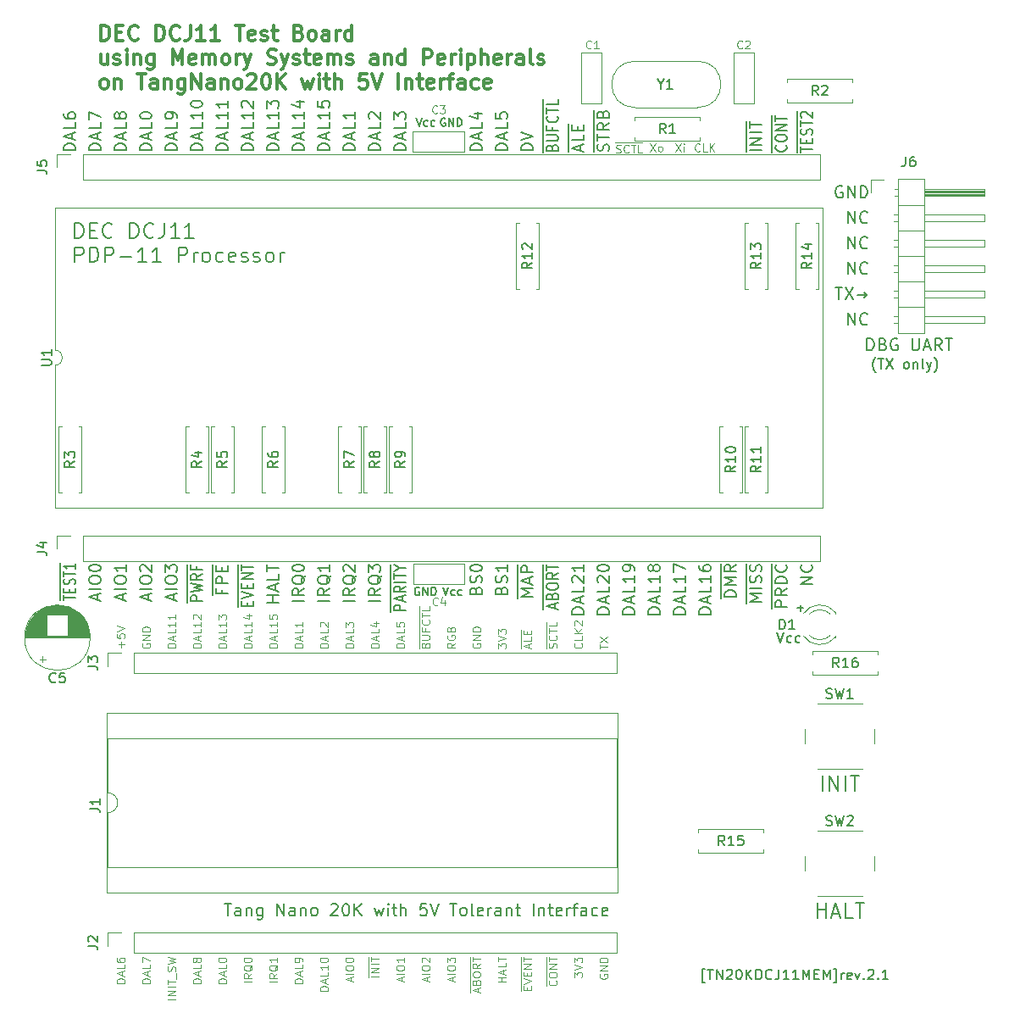
<source format=gbr>
%TF.GenerationSoftware,KiCad,Pcbnew,8.0.5*%
%TF.CreationDate,2025-09-05T11:18:18+09:00*%
%TF.ProjectId,TangNanoDCJ11MEM,54616e67-4e61-46e6-9f44-434a31314d45,rev?*%
%TF.SameCoordinates,Original*%
%TF.FileFunction,Legend,Top*%
%TF.FilePolarity,Positive*%
%FSLAX46Y46*%
G04 Gerber Fmt 4.6, Leading zero omitted, Abs format (unit mm)*
G04 Created by KiCad (PCBNEW 8.0.5) date 2025-09-05 11:18:18*
%MOMM*%
%LPD*%
G01*
G04 APERTURE LIST*
%ADD10C,0.100000*%
%ADD11C,0.150000*%
%ADD12C,0.300000*%
%ADD13C,0.200000*%
%ADD14C,0.120000*%
G04 APERTURE END LIST*
D10*
X25764895Y-96636264D02*
X24964895Y-96636264D01*
X25764895Y-95798169D02*
X25383942Y-96064836D01*
X25764895Y-96255312D02*
X24964895Y-96255312D01*
X24964895Y-96255312D02*
X24964895Y-95950550D01*
X24964895Y-95950550D02*
X25002990Y-95874360D01*
X25002990Y-95874360D02*
X25041085Y-95836265D01*
X25041085Y-95836265D02*
X25117276Y-95798169D01*
X25117276Y-95798169D02*
X25231561Y-95798169D01*
X25231561Y-95798169D02*
X25307752Y-95836265D01*
X25307752Y-95836265D02*
X25345847Y-95874360D01*
X25345847Y-95874360D02*
X25383942Y-95950550D01*
X25383942Y-95950550D02*
X25383942Y-96255312D01*
X25841085Y-94921979D02*
X25802990Y-94998169D01*
X25802990Y-94998169D02*
X25726800Y-95074360D01*
X25726800Y-95074360D02*
X25612514Y-95188646D01*
X25612514Y-95188646D02*
X25574419Y-95264836D01*
X25574419Y-95264836D02*
X25574419Y-95341027D01*
X25764895Y-95302931D02*
X25726800Y-95379122D01*
X25726800Y-95379122D02*
X25650609Y-95455312D01*
X25650609Y-95455312D02*
X25498228Y-95493408D01*
X25498228Y-95493408D02*
X25231561Y-95493408D01*
X25231561Y-95493408D02*
X25079180Y-95455312D01*
X25079180Y-95455312D02*
X25002990Y-95379122D01*
X25002990Y-95379122D02*
X24964895Y-95302931D01*
X24964895Y-95302931D02*
X24964895Y-95150550D01*
X24964895Y-95150550D02*
X25002990Y-95074360D01*
X25002990Y-95074360D02*
X25079180Y-94998169D01*
X25079180Y-94998169D02*
X25231561Y-94960074D01*
X25231561Y-94960074D02*
X25498228Y-94960074D01*
X25498228Y-94960074D02*
X25650609Y-94998169D01*
X25650609Y-94998169D02*
X25726800Y-95074360D01*
X25726800Y-95074360D02*
X25764895Y-95150550D01*
X25764895Y-95150550D02*
X25764895Y-95302931D01*
X24964895Y-94464836D02*
X24964895Y-94388646D01*
X24964895Y-94388646D02*
X25002990Y-94312455D01*
X25002990Y-94312455D02*
X25041085Y-94274360D01*
X25041085Y-94274360D02*
X25117276Y-94236265D01*
X25117276Y-94236265D02*
X25269657Y-94198170D01*
X25269657Y-94198170D02*
X25460133Y-94198170D01*
X25460133Y-94198170D02*
X25612514Y-94236265D01*
X25612514Y-94236265D02*
X25688704Y-94274360D01*
X25688704Y-94274360D02*
X25726800Y-94312455D01*
X25726800Y-94312455D02*
X25764895Y-94388646D01*
X25764895Y-94388646D02*
X25764895Y-94464836D01*
X25764895Y-94464836D02*
X25726800Y-94541027D01*
X25726800Y-94541027D02*
X25688704Y-94579122D01*
X25688704Y-94579122D02*
X25612514Y-94617217D01*
X25612514Y-94617217D02*
X25460133Y-94655313D01*
X25460133Y-94655313D02*
X25269657Y-94655313D01*
X25269657Y-94655313D02*
X25117276Y-94617217D01*
X25117276Y-94617217D02*
X25041085Y-94579122D01*
X25041085Y-94579122D02*
X25002990Y-94541027D01*
X25002990Y-94541027D02*
X24964895Y-94464836D01*
X23224895Y-96750550D02*
X22424895Y-96750550D01*
X22424895Y-96750550D02*
X22424895Y-96560074D01*
X22424895Y-96560074D02*
X22462990Y-96445788D01*
X22462990Y-96445788D02*
X22539180Y-96369598D01*
X22539180Y-96369598D02*
X22615371Y-96331503D01*
X22615371Y-96331503D02*
X22767752Y-96293407D01*
X22767752Y-96293407D02*
X22882038Y-96293407D01*
X22882038Y-96293407D02*
X23034419Y-96331503D01*
X23034419Y-96331503D02*
X23110609Y-96369598D01*
X23110609Y-96369598D02*
X23186800Y-96445788D01*
X23186800Y-96445788D02*
X23224895Y-96560074D01*
X23224895Y-96560074D02*
X23224895Y-96750550D01*
X22996323Y-95988646D02*
X22996323Y-95607693D01*
X23224895Y-96064836D02*
X22424895Y-95798169D01*
X22424895Y-95798169D02*
X23224895Y-95531503D01*
X23224895Y-94883884D02*
X23224895Y-95264836D01*
X23224895Y-95264836D02*
X22424895Y-95264836D01*
X22424895Y-94464836D02*
X22424895Y-94388646D01*
X22424895Y-94388646D02*
X22462990Y-94312455D01*
X22462990Y-94312455D02*
X22501085Y-94274360D01*
X22501085Y-94274360D02*
X22577276Y-94236265D01*
X22577276Y-94236265D02*
X22729657Y-94198170D01*
X22729657Y-94198170D02*
X22920133Y-94198170D01*
X22920133Y-94198170D02*
X23072514Y-94236265D01*
X23072514Y-94236265D02*
X23148704Y-94274360D01*
X23148704Y-94274360D02*
X23186800Y-94312455D01*
X23186800Y-94312455D02*
X23224895Y-94388646D01*
X23224895Y-94388646D02*
X23224895Y-94464836D01*
X23224895Y-94464836D02*
X23186800Y-94541027D01*
X23186800Y-94541027D02*
X23148704Y-94579122D01*
X23148704Y-94579122D02*
X23072514Y-94617217D01*
X23072514Y-94617217D02*
X22920133Y-94655313D01*
X22920133Y-94655313D02*
X22729657Y-94655313D01*
X22729657Y-94655313D02*
X22577276Y-94617217D01*
X22577276Y-94617217D02*
X22501085Y-94579122D01*
X22501085Y-94579122D02*
X22462990Y-94541027D01*
X22462990Y-94541027D02*
X22424895Y-94464836D01*
D11*
X79173057Y-13061792D02*
X79230200Y-13109411D01*
X79230200Y-13109411D02*
X79287342Y-13252268D01*
X79287342Y-13252268D02*
X79287342Y-13347506D01*
X79287342Y-13347506D02*
X79230200Y-13490363D01*
X79230200Y-13490363D02*
X79115914Y-13585601D01*
X79115914Y-13585601D02*
X79001628Y-13633220D01*
X79001628Y-13633220D02*
X78773057Y-13680839D01*
X78773057Y-13680839D02*
X78601628Y-13680839D01*
X78601628Y-13680839D02*
X78373057Y-13633220D01*
X78373057Y-13633220D02*
X78258771Y-13585601D01*
X78258771Y-13585601D02*
X78144485Y-13490363D01*
X78144485Y-13490363D02*
X78087342Y-13347506D01*
X78087342Y-13347506D02*
X78087342Y-13252268D01*
X78087342Y-13252268D02*
X78144485Y-13109411D01*
X78144485Y-13109411D02*
X78201628Y-13061792D01*
X78087342Y-12442744D02*
X78087342Y-12252268D01*
X78087342Y-12252268D02*
X78144485Y-12157030D01*
X78144485Y-12157030D02*
X78258771Y-12061792D01*
X78258771Y-12061792D02*
X78487342Y-12014173D01*
X78487342Y-12014173D02*
X78887342Y-12014173D01*
X78887342Y-12014173D02*
X79115914Y-12061792D01*
X79115914Y-12061792D02*
X79230200Y-12157030D01*
X79230200Y-12157030D02*
X79287342Y-12252268D01*
X79287342Y-12252268D02*
X79287342Y-12442744D01*
X79287342Y-12442744D02*
X79230200Y-12537982D01*
X79230200Y-12537982D02*
X79115914Y-12633220D01*
X79115914Y-12633220D02*
X78887342Y-12680839D01*
X78887342Y-12680839D02*
X78487342Y-12680839D01*
X78487342Y-12680839D02*
X78258771Y-12633220D01*
X78258771Y-12633220D02*
X78144485Y-12537982D01*
X78144485Y-12537982D02*
X78087342Y-12442744D01*
X79287342Y-11585601D02*
X78087342Y-11585601D01*
X78087342Y-11585601D02*
X79287342Y-11014173D01*
X79287342Y-11014173D02*
X78087342Y-11014173D01*
X78087342Y-10680839D02*
X78087342Y-10109411D01*
X79287342Y-10395125D02*
X78087342Y-10395125D01*
X77754200Y-13771316D02*
X77754200Y-10114173D01*
D10*
X57984895Y-96141027D02*
X57984895Y-95645789D01*
X57984895Y-95645789D02*
X58289657Y-95912455D01*
X58289657Y-95912455D02*
X58289657Y-95798170D01*
X58289657Y-95798170D02*
X58327752Y-95721979D01*
X58327752Y-95721979D02*
X58365847Y-95683884D01*
X58365847Y-95683884D02*
X58442038Y-95645789D01*
X58442038Y-95645789D02*
X58632514Y-95645789D01*
X58632514Y-95645789D02*
X58708704Y-95683884D01*
X58708704Y-95683884D02*
X58746800Y-95721979D01*
X58746800Y-95721979D02*
X58784895Y-95798170D01*
X58784895Y-95798170D02*
X58784895Y-96026741D01*
X58784895Y-96026741D02*
X58746800Y-96102932D01*
X58746800Y-96102932D02*
X58708704Y-96141027D01*
X57984895Y-95417217D02*
X58784895Y-95150550D01*
X58784895Y-95150550D02*
X57984895Y-94883884D01*
X57984895Y-94693408D02*
X57984895Y-94198170D01*
X57984895Y-94198170D02*
X58289657Y-94464836D01*
X58289657Y-94464836D02*
X58289657Y-94350551D01*
X58289657Y-94350551D02*
X58327752Y-94274360D01*
X58327752Y-94274360D02*
X58365847Y-94236265D01*
X58365847Y-94236265D02*
X58442038Y-94198170D01*
X58442038Y-94198170D02*
X58632514Y-94198170D01*
X58632514Y-94198170D02*
X58708704Y-94236265D01*
X58708704Y-94236265D02*
X58746800Y-94274360D01*
X58746800Y-94274360D02*
X58784895Y-94350551D01*
X58784895Y-94350551D02*
X58784895Y-94579122D01*
X58784895Y-94579122D02*
X58746800Y-94655313D01*
X58746800Y-94655313D02*
X58708704Y-94693408D01*
X56206800Y-63281830D02*
X56244895Y-63167544D01*
X56244895Y-63167544D02*
X56244895Y-62977068D01*
X56244895Y-62977068D02*
X56206800Y-62900877D01*
X56206800Y-62900877D02*
X56168704Y-62862782D01*
X56168704Y-62862782D02*
X56092514Y-62824687D01*
X56092514Y-62824687D02*
X56016323Y-62824687D01*
X56016323Y-62824687D02*
X55940133Y-62862782D01*
X55940133Y-62862782D02*
X55902038Y-62900877D01*
X55902038Y-62900877D02*
X55863942Y-62977068D01*
X55863942Y-62977068D02*
X55825847Y-63129449D01*
X55825847Y-63129449D02*
X55787752Y-63205639D01*
X55787752Y-63205639D02*
X55749657Y-63243734D01*
X55749657Y-63243734D02*
X55673466Y-63281830D01*
X55673466Y-63281830D02*
X55597276Y-63281830D01*
X55597276Y-63281830D02*
X55521085Y-63243734D01*
X55521085Y-63243734D02*
X55482990Y-63205639D01*
X55482990Y-63205639D02*
X55444895Y-63129449D01*
X55444895Y-63129449D02*
X55444895Y-62938972D01*
X55444895Y-62938972D02*
X55482990Y-62824687D01*
X56168704Y-62024686D02*
X56206800Y-62062782D01*
X56206800Y-62062782D02*
X56244895Y-62177067D01*
X56244895Y-62177067D02*
X56244895Y-62253258D01*
X56244895Y-62253258D02*
X56206800Y-62367544D01*
X56206800Y-62367544D02*
X56130609Y-62443734D01*
X56130609Y-62443734D02*
X56054419Y-62481829D01*
X56054419Y-62481829D02*
X55902038Y-62519925D01*
X55902038Y-62519925D02*
X55787752Y-62519925D01*
X55787752Y-62519925D02*
X55635371Y-62481829D01*
X55635371Y-62481829D02*
X55559180Y-62443734D01*
X55559180Y-62443734D02*
X55482990Y-62367544D01*
X55482990Y-62367544D02*
X55444895Y-62253258D01*
X55444895Y-62253258D02*
X55444895Y-62177067D01*
X55444895Y-62177067D02*
X55482990Y-62062782D01*
X55482990Y-62062782D02*
X55521085Y-62024686D01*
X55444895Y-61796115D02*
X55444895Y-61338972D01*
X56244895Y-61567544D02*
X55444895Y-61567544D01*
X56244895Y-60691353D02*
X56244895Y-61072305D01*
X56244895Y-61072305D02*
X55444895Y-61072305D01*
X55222800Y-63354211D02*
X55222800Y-60695163D01*
D11*
X36107342Y-13585601D02*
X34907342Y-13585601D01*
X34907342Y-13585601D02*
X34907342Y-13299887D01*
X34907342Y-13299887D02*
X34964485Y-13128458D01*
X34964485Y-13128458D02*
X35078771Y-13014173D01*
X35078771Y-13014173D02*
X35193057Y-12957030D01*
X35193057Y-12957030D02*
X35421628Y-12899887D01*
X35421628Y-12899887D02*
X35593057Y-12899887D01*
X35593057Y-12899887D02*
X35821628Y-12957030D01*
X35821628Y-12957030D02*
X35935914Y-13014173D01*
X35935914Y-13014173D02*
X36050200Y-13128458D01*
X36050200Y-13128458D02*
X36107342Y-13299887D01*
X36107342Y-13299887D02*
X36107342Y-13585601D01*
X35764485Y-12442744D02*
X35764485Y-11871316D01*
X36107342Y-12557030D02*
X34907342Y-12157030D01*
X34907342Y-12157030D02*
X36107342Y-11757030D01*
X36107342Y-10785602D02*
X36107342Y-11357030D01*
X36107342Y-11357030D02*
X34907342Y-11357030D01*
X36107342Y-9757030D02*
X36107342Y-10442744D01*
X36107342Y-10099887D02*
X34907342Y-10099887D01*
X34907342Y-10099887D02*
X35078771Y-10214173D01*
X35078771Y-10214173D02*
X35193057Y-10328458D01*
X35193057Y-10328458D02*
X35250200Y-10442744D01*
X38647342Y-13585601D02*
X37447342Y-13585601D01*
X37447342Y-13585601D02*
X37447342Y-13299887D01*
X37447342Y-13299887D02*
X37504485Y-13128458D01*
X37504485Y-13128458D02*
X37618771Y-13014173D01*
X37618771Y-13014173D02*
X37733057Y-12957030D01*
X37733057Y-12957030D02*
X37961628Y-12899887D01*
X37961628Y-12899887D02*
X38133057Y-12899887D01*
X38133057Y-12899887D02*
X38361628Y-12957030D01*
X38361628Y-12957030D02*
X38475914Y-13014173D01*
X38475914Y-13014173D02*
X38590200Y-13128458D01*
X38590200Y-13128458D02*
X38647342Y-13299887D01*
X38647342Y-13299887D02*
X38647342Y-13585601D01*
X38304485Y-12442744D02*
X38304485Y-11871316D01*
X38647342Y-12557030D02*
X37447342Y-12157030D01*
X37447342Y-12157030D02*
X38647342Y-11757030D01*
X38647342Y-10785602D02*
X38647342Y-11357030D01*
X38647342Y-11357030D02*
X37447342Y-11357030D01*
X37561628Y-10442744D02*
X37504485Y-10385601D01*
X37504485Y-10385601D02*
X37447342Y-10271316D01*
X37447342Y-10271316D02*
X37447342Y-9985601D01*
X37447342Y-9985601D02*
X37504485Y-9871316D01*
X37504485Y-9871316D02*
X37561628Y-9814173D01*
X37561628Y-9814173D02*
X37675914Y-9757030D01*
X37675914Y-9757030D02*
X37790200Y-9757030D01*
X37790200Y-9757030D02*
X37961628Y-9814173D01*
X37961628Y-9814173D02*
X38647342Y-10499887D01*
X38647342Y-10499887D02*
X38647342Y-9757030D01*
X36107342Y-58594398D02*
X34907342Y-58594398D01*
X36107342Y-57337255D02*
X35535914Y-57737255D01*
X36107342Y-58022969D02*
X34907342Y-58022969D01*
X34907342Y-58022969D02*
X34907342Y-57565826D01*
X34907342Y-57565826D02*
X34964485Y-57451541D01*
X34964485Y-57451541D02*
X35021628Y-57394398D01*
X35021628Y-57394398D02*
X35135914Y-57337255D01*
X35135914Y-57337255D02*
X35307342Y-57337255D01*
X35307342Y-57337255D02*
X35421628Y-57394398D01*
X35421628Y-57394398D02*
X35478771Y-57451541D01*
X35478771Y-57451541D02*
X35535914Y-57565826D01*
X35535914Y-57565826D02*
X35535914Y-58022969D01*
X36221628Y-56022969D02*
X36164485Y-56137255D01*
X36164485Y-56137255D02*
X36050200Y-56251541D01*
X36050200Y-56251541D02*
X35878771Y-56422969D01*
X35878771Y-56422969D02*
X35821628Y-56537255D01*
X35821628Y-56537255D02*
X35821628Y-56651541D01*
X36107342Y-56594398D02*
X36050200Y-56708684D01*
X36050200Y-56708684D02*
X35935914Y-56822969D01*
X35935914Y-56822969D02*
X35707342Y-56880112D01*
X35707342Y-56880112D02*
X35307342Y-56880112D01*
X35307342Y-56880112D02*
X35078771Y-56822969D01*
X35078771Y-56822969D02*
X34964485Y-56708684D01*
X34964485Y-56708684D02*
X34907342Y-56594398D01*
X34907342Y-56594398D02*
X34907342Y-56365826D01*
X34907342Y-56365826D02*
X34964485Y-56251541D01*
X34964485Y-56251541D02*
X35078771Y-56137255D01*
X35078771Y-56137255D02*
X35307342Y-56080112D01*
X35307342Y-56080112D02*
X35707342Y-56080112D01*
X35707342Y-56080112D02*
X35935914Y-56137255D01*
X35935914Y-56137255D02*
X36050200Y-56251541D01*
X36050200Y-56251541D02*
X36107342Y-56365826D01*
X36107342Y-56365826D02*
X36107342Y-56594398D01*
X35021628Y-55622969D02*
X34964485Y-55565826D01*
X34964485Y-55565826D02*
X34907342Y-55451541D01*
X34907342Y-55451541D02*
X34907342Y-55165826D01*
X34907342Y-55165826D02*
X34964485Y-55051541D01*
X34964485Y-55051541D02*
X35021628Y-54994398D01*
X35021628Y-54994398D02*
X35135914Y-54937255D01*
X35135914Y-54937255D02*
X35250200Y-54937255D01*
X35250200Y-54937255D02*
X35421628Y-54994398D01*
X35421628Y-54994398D02*
X36107342Y-55680112D01*
X36107342Y-55680112D02*
X36107342Y-54937255D01*
X85359887Y-31027342D02*
X85359887Y-29827342D01*
X85359887Y-29827342D02*
X86045601Y-31027342D01*
X86045601Y-31027342D02*
X86045601Y-29827342D01*
X87302744Y-30913057D02*
X87245601Y-30970200D01*
X87245601Y-30970200D02*
X87074173Y-31027342D01*
X87074173Y-31027342D02*
X86959887Y-31027342D01*
X86959887Y-31027342D02*
X86788458Y-30970200D01*
X86788458Y-30970200D02*
X86674173Y-30855914D01*
X86674173Y-30855914D02*
X86617030Y-30741628D01*
X86617030Y-30741628D02*
X86559887Y-30513057D01*
X86559887Y-30513057D02*
X86559887Y-30341628D01*
X86559887Y-30341628D02*
X86617030Y-30113057D01*
X86617030Y-30113057D02*
X86674173Y-29998771D01*
X86674173Y-29998771D02*
X86788458Y-29884485D01*
X86788458Y-29884485D02*
X86959887Y-29827342D01*
X86959887Y-29827342D02*
X87074173Y-29827342D01*
X87074173Y-29827342D02*
X87245601Y-29884485D01*
X87245601Y-29884485D02*
X87302744Y-29941628D01*
X55798771Y-13299887D02*
X55855914Y-13157030D01*
X55855914Y-13157030D02*
X55913057Y-13109411D01*
X55913057Y-13109411D02*
X56027342Y-13061792D01*
X56027342Y-13061792D02*
X56198771Y-13061792D01*
X56198771Y-13061792D02*
X56313057Y-13109411D01*
X56313057Y-13109411D02*
X56370200Y-13157030D01*
X56370200Y-13157030D02*
X56427342Y-13252268D01*
X56427342Y-13252268D02*
X56427342Y-13633220D01*
X56427342Y-13633220D02*
X55227342Y-13633220D01*
X55227342Y-13633220D02*
X55227342Y-13299887D01*
X55227342Y-13299887D02*
X55284485Y-13204649D01*
X55284485Y-13204649D02*
X55341628Y-13157030D01*
X55341628Y-13157030D02*
X55455914Y-13109411D01*
X55455914Y-13109411D02*
X55570200Y-13109411D01*
X55570200Y-13109411D02*
X55684485Y-13157030D01*
X55684485Y-13157030D02*
X55741628Y-13204649D01*
X55741628Y-13204649D02*
X55798771Y-13299887D01*
X55798771Y-13299887D02*
X55798771Y-13633220D01*
X55227342Y-12633220D02*
X56198771Y-12633220D01*
X56198771Y-12633220D02*
X56313057Y-12585601D01*
X56313057Y-12585601D02*
X56370200Y-12537982D01*
X56370200Y-12537982D02*
X56427342Y-12442744D01*
X56427342Y-12442744D02*
X56427342Y-12252268D01*
X56427342Y-12252268D02*
X56370200Y-12157030D01*
X56370200Y-12157030D02*
X56313057Y-12109411D01*
X56313057Y-12109411D02*
X56198771Y-12061792D01*
X56198771Y-12061792D02*
X55227342Y-12061792D01*
X55798771Y-11252268D02*
X55798771Y-11585601D01*
X56427342Y-11585601D02*
X55227342Y-11585601D01*
X55227342Y-11585601D02*
X55227342Y-11109411D01*
X56313057Y-10157030D02*
X56370200Y-10204649D01*
X56370200Y-10204649D02*
X56427342Y-10347506D01*
X56427342Y-10347506D02*
X56427342Y-10442744D01*
X56427342Y-10442744D02*
X56370200Y-10585601D01*
X56370200Y-10585601D02*
X56255914Y-10680839D01*
X56255914Y-10680839D02*
X56141628Y-10728458D01*
X56141628Y-10728458D02*
X55913057Y-10776077D01*
X55913057Y-10776077D02*
X55741628Y-10776077D01*
X55741628Y-10776077D02*
X55513057Y-10728458D01*
X55513057Y-10728458D02*
X55398771Y-10680839D01*
X55398771Y-10680839D02*
X55284485Y-10585601D01*
X55284485Y-10585601D02*
X55227342Y-10442744D01*
X55227342Y-10442744D02*
X55227342Y-10347506D01*
X55227342Y-10347506D02*
X55284485Y-10204649D01*
X55284485Y-10204649D02*
X55341628Y-10157030D01*
X55227342Y-9871315D02*
X55227342Y-9299887D01*
X56427342Y-9585601D02*
X55227342Y-9585601D01*
X56427342Y-8490363D02*
X56427342Y-8966553D01*
X56427342Y-8966553D02*
X55227342Y-8966553D01*
X54894200Y-13771316D02*
X54894200Y-8495125D01*
D10*
X35696323Y-96560074D02*
X35696323Y-96179121D01*
X35924895Y-96636264D02*
X35124895Y-96369597D01*
X35124895Y-96369597D02*
X35924895Y-96102931D01*
X35924895Y-95836264D02*
X35124895Y-95836264D01*
X35124895Y-95302931D02*
X35124895Y-95150550D01*
X35124895Y-95150550D02*
X35162990Y-95074360D01*
X35162990Y-95074360D02*
X35239180Y-94998169D01*
X35239180Y-94998169D02*
X35391561Y-94960074D01*
X35391561Y-94960074D02*
X35658228Y-94960074D01*
X35658228Y-94960074D02*
X35810609Y-94998169D01*
X35810609Y-94998169D02*
X35886800Y-95074360D01*
X35886800Y-95074360D02*
X35924895Y-95150550D01*
X35924895Y-95150550D02*
X35924895Y-95302931D01*
X35924895Y-95302931D02*
X35886800Y-95379122D01*
X35886800Y-95379122D02*
X35810609Y-95455312D01*
X35810609Y-95455312D02*
X35658228Y-95493408D01*
X35658228Y-95493408D02*
X35391561Y-95493408D01*
X35391561Y-95493408D02*
X35239180Y-95455312D01*
X35239180Y-95455312D02*
X35162990Y-95379122D01*
X35162990Y-95379122D02*
X35124895Y-95302931D01*
X35124895Y-94464836D02*
X35124895Y-94388646D01*
X35124895Y-94388646D02*
X35162990Y-94312455D01*
X35162990Y-94312455D02*
X35201085Y-94274360D01*
X35201085Y-94274360D02*
X35277276Y-94236265D01*
X35277276Y-94236265D02*
X35429657Y-94198170D01*
X35429657Y-94198170D02*
X35620133Y-94198170D01*
X35620133Y-94198170D02*
X35772514Y-94236265D01*
X35772514Y-94236265D02*
X35848704Y-94274360D01*
X35848704Y-94274360D02*
X35886800Y-94312455D01*
X35886800Y-94312455D02*
X35924895Y-94388646D01*
X35924895Y-94388646D02*
X35924895Y-94464836D01*
X35924895Y-94464836D02*
X35886800Y-94541027D01*
X35886800Y-94541027D02*
X35848704Y-94579122D01*
X35848704Y-94579122D02*
X35772514Y-94617217D01*
X35772514Y-94617217D02*
X35620133Y-94655313D01*
X35620133Y-94655313D02*
X35429657Y-94655313D01*
X35429657Y-94655313D02*
X35277276Y-94617217D01*
X35277276Y-94617217D02*
X35201085Y-94579122D01*
X35201085Y-94579122D02*
X35162990Y-94541027D01*
X35162990Y-94541027D02*
X35124895Y-94464836D01*
X18144895Y-98350550D02*
X17344895Y-98350550D01*
X18144895Y-97969598D02*
X17344895Y-97969598D01*
X17344895Y-97969598D02*
X18144895Y-97512455D01*
X18144895Y-97512455D02*
X17344895Y-97512455D01*
X18144895Y-97131503D02*
X17344895Y-97131503D01*
X17344895Y-96864837D02*
X17344895Y-96407694D01*
X18144895Y-96636266D02*
X17344895Y-96636266D01*
X18221085Y-96331504D02*
X18221085Y-95721980D01*
X18106800Y-95569599D02*
X18144895Y-95455313D01*
X18144895Y-95455313D02*
X18144895Y-95264837D01*
X18144895Y-95264837D02*
X18106800Y-95188646D01*
X18106800Y-95188646D02*
X18068704Y-95150551D01*
X18068704Y-95150551D02*
X17992514Y-95112456D01*
X17992514Y-95112456D02*
X17916323Y-95112456D01*
X17916323Y-95112456D02*
X17840133Y-95150551D01*
X17840133Y-95150551D02*
X17802038Y-95188646D01*
X17802038Y-95188646D02*
X17763942Y-95264837D01*
X17763942Y-95264837D02*
X17725847Y-95417218D01*
X17725847Y-95417218D02*
X17687752Y-95493408D01*
X17687752Y-95493408D02*
X17649657Y-95531503D01*
X17649657Y-95531503D02*
X17573466Y-95569599D01*
X17573466Y-95569599D02*
X17497276Y-95569599D01*
X17497276Y-95569599D02*
X17421085Y-95531503D01*
X17421085Y-95531503D02*
X17382990Y-95493408D01*
X17382990Y-95493408D02*
X17344895Y-95417218D01*
X17344895Y-95417218D02*
X17344895Y-95226741D01*
X17344895Y-95226741D02*
X17382990Y-95112456D01*
X17344895Y-94845789D02*
X18144895Y-94655313D01*
X18144895Y-94655313D02*
X17573466Y-94502932D01*
X17573466Y-94502932D02*
X18144895Y-94350551D01*
X18144895Y-94350551D02*
X17344895Y-94160075D01*
X53285847Y-97436265D02*
X53285847Y-97169599D01*
X53704895Y-97055313D02*
X53704895Y-97436265D01*
X53704895Y-97436265D02*
X52904895Y-97436265D01*
X52904895Y-97436265D02*
X52904895Y-97055313D01*
X52904895Y-96826741D02*
X53704895Y-96560074D01*
X53704895Y-96560074D02*
X52904895Y-96293408D01*
X53285847Y-96026741D02*
X53285847Y-95760075D01*
X53704895Y-95645789D02*
X53704895Y-96026741D01*
X53704895Y-96026741D02*
X52904895Y-96026741D01*
X52904895Y-96026741D02*
X52904895Y-95645789D01*
X53704895Y-95302931D02*
X52904895Y-95302931D01*
X52904895Y-95302931D02*
X53704895Y-94845788D01*
X53704895Y-94845788D02*
X52904895Y-94845788D01*
X52904895Y-94579122D02*
X52904895Y-94121979D01*
X53704895Y-94350551D02*
X52904895Y-94350551D01*
X52682800Y-97546742D02*
X52682800Y-94125789D01*
D11*
X6967342Y-58522969D02*
X6967342Y-58008684D01*
X8167342Y-58265826D02*
X6967342Y-58265826D01*
X7538771Y-57708684D02*
X7538771Y-57408684D01*
X8167342Y-57280112D02*
X8167342Y-57708684D01*
X8167342Y-57708684D02*
X6967342Y-57708684D01*
X6967342Y-57708684D02*
X6967342Y-57280112D01*
X8110200Y-56937255D02*
X8167342Y-56808684D01*
X8167342Y-56808684D02*
X8167342Y-56594398D01*
X8167342Y-56594398D02*
X8110200Y-56508684D01*
X8110200Y-56508684D02*
X8053057Y-56465826D01*
X8053057Y-56465826D02*
X7938771Y-56422969D01*
X7938771Y-56422969D02*
X7824485Y-56422969D01*
X7824485Y-56422969D02*
X7710200Y-56465826D01*
X7710200Y-56465826D02*
X7653057Y-56508684D01*
X7653057Y-56508684D02*
X7595914Y-56594398D01*
X7595914Y-56594398D02*
X7538771Y-56765826D01*
X7538771Y-56765826D02*
X7481628Y-56851541D01*
X7481628Y-56851541D02*
X7424485Y-56894398D01*
X7424485Y-56894398D02*
X7310200Y-56937255D01*
X7310200Y-56937255D02*
X7195914Y-56937255D01*
X7195914Y-56937255D02*
X7081628Y-56894398D01*
X7081628Y-56894398D02*
X7024485Y-56851541D01*
X7024485Y-56851541D02*
X6967342Y-56765826D01*
X6967342Y-56765826D02*
X6967342Y-56551541D01*
X6967342Y-56551541D02*
X7024485Y-56422969D01*
X6967342Y-56165826D02*
X6967342Y-55651541D01*
X8167342Y-55908683D02*
X6967342Y-55908683D01*
X8167342Y-54880112D02*
X8167342Y-55394398D01*
X8167342Y-55137255D02*
X6967342Y-55137255D01*
X6967342Y-55137255D02*
X7138771Y-55222969D01*
X7138771Y-55222969D02*
X7253057Y-55308684D01*
X7253057Y-55308684D02*
X7310200Y-55394398D01*
X6634200Y-58518684D02*
X6634200Y-54798684D01*
D10*
X60524895Y-63358020D02*
X60524895Y-62900877D01*
X61324895Y-63129449D02*
X60524895Y-63129449D01*
X60524895Y-62710401D02*
X61324895Y-62177067D01*
X60524895Y-62177067D02*
X61324895Y-62710401D01*
D11*
X74207342Y-58194398D02*
X73007342Y-58194398D01*
X73007342Y-58194398D02*
X73007342Y-57908684D01*
X73007342Y-57908684D02*
X73064485Y-57737255D01*
X73064485Y-57737255D02*
X73178771Y-57622970D01*
X73178771Y-57622970D02*
X73293057Y-57565827D01*
X73293057Y-57565827D02*
X73521628Y-57508684D01*
X73521628Y-57508684D02*
X73693057Y-57508684D01*
X73693057Y-57508684D02*
X73921628Y-57565827D01*
X73921628Y-57565827D02*
X74035914Y-57622970D01*
X74035914Y-57622970D02*
X74150200Y-57737255D01*
X74150200Y-57737255D02*
X74207342Y-57908684D01*
X74207342Y-57908684D02*
X74207342Y-58194398D01*
X74207342Y-56994398D02*
X73007342Y-56994398D01*
X73007342Y-56994398D02*
X73864485Y-56594398D01*
X73864485Y-56594398D02*
X73007342Y-56194398D01*
X73007342Y-56194398D02*
X74207342Y-56194398D01*
X74207342Y-54937255D02*
X73635914Y-55337255D01*
X74207342Y-55622969D02*
X73007342Y-55622969D01*
X73007342Y-55622969D02*
X73007342Y-55165826D01*
X73007342Y-55165826D02*
X73064485Y-55051541D01*
X73064485Y-55051541D02*
X73121628Y-54994398D01*
X73121628Y-54994398D02*
X73235914Y-54937255D01*
X73235914Y-54937255D02*
X73407342Y-54937255D01*
X73407342Y-54937255D02*
X73521628Y-54994398D01*
X73521628Y-54994398D02*
X73578771Y-55051541D01*
X73578771Y-55051541D02*
X73635914Y-55165826D01*
X73635914Y-55165826D02*
X73635914Y-55622969D01*
X72674200Y-58360113D02*
X72674200Y-54828684D01*
D10*
X28304895Y-96636264D02*
X27504895Y-96636264D01*
X28304895Y-95798169D02*
X27923942Y-96064836D01*
X28304895Y-96255312D02*
X27504895Y-96255312D01*
X27504895Y-96255312D02*
X27504895Y-95950550D01*
X27504895Y-95950550D02*
X27542990Y-95874360D01*
X27542990Y-95874360D02*
X27581085Y-95836265D01*
X27581085Y-95836265D02*
X27657276Y-95798169D01*
X27657276Y-95798169D02*
X27771561Y-95798169D01*
X27771561Y-95798169D02*
X27847752Y-95836265D01*
X27847752Y-95836265D02*
X27885847Y-95874360D01*
X27885847Y-95874360D02*
X27923942Y-95950550D01*
X27923942Y-95950550D02*
X27923942Y-96255312D01*
X28381085Y-94921979D02*
X28342990Y-94998169D01*
X28342990Y-94998169D02*
X28266800Y-95074360D01*
X28266800Y-95074360D02*
X28152514Y-95188646D01*
X28152514Y-95188646D02*
X28114419Y-95264836D01*
X28114419Y-95264836D02*
X28114419Y-95341027D01*
X28304895Y-95302931D02*
X28266800Y-95379122D01*
X28266800Y-95379122D02*
X28190609Y-95455312D01*
X28190609Y-95455312D02*
X28038228Y-95493408D01*
X28038228Y-95493408D02*
X27771561Y-95493408D01*
X27771561Y-95493408D02*
X27619180Y-95455312D01*
X27619180Y-95455312D02*
X27542990Y-95379122D01*
X27542990Y-95379122D02*
X27504895Y-95302931D01*
X27504895Y-95302931D02*
X27504895Y-95150550D01*
X27504895Y-95150550D02*
X27542990Y-95074360D01*
X27542990Y-95074360D02*
X27619180Y-94998169D01*
X27619180Y-94998169D02*
X27771561Y-94960074D01*
X27771561Y-94960074D02*
X28038228Y-94960074D01*
X28038228Y-94960074D02*
X28190609Y-94998169D01*
X28190609Y-94998169D02*
X28266800Y-95074360D01*
X28266800Y-95074360D02*
X28304895Y-95150550D01*
X28304895Y-95150550D02*
X28304895Y-95302931D01*
X28304895Y-94198170D02*
X28304895Y-94655313D01*
X28304895Y-94426741D02*
X27504895Y-94426741D01*
X27504895Y-94426741D02*
X27619180Y-94502932D01*
X27619180Y-94502932D02*
X27695371Y-94579122D01*
X27695371Y-94579122D02*
X27733466Y-94655313D01*
D11*
X84102744Y-27287342D02*
X84788459Y-27287342D01*
X84445601Y-28487342D02*
X84445601Y-27287342D01*
X85074173Y-27287342D02*
X85874173Y-28487342D01*
X85874173Y-27287342D02*
X85074173Y-28487342D01*
X86331316Y-28030200D02*
X87245602Y-28030200D01*
X87017030Y-28258771D02*
X87245602Y-28030200D01*
X87245602Y-28030200D02*
X87017030Y-27801628D01*
X31027342Y-58594398D02*
X29827342Y-58594398D01*
X31027342Y-57337255D02*
X30455914Y-57737255D01*
X31027342Y-58022969D02*
X29827342Y-58022969D01*
X29827342Y-58022969D02*
X29827342Y-57565826D01*
X29827342Y-57565826D02*
X29884485Y-57451541D01*
X29884485Y-57451541D02*
X29941628Y-57394398D01*
X29941628Y-57394398D02*
X30055914Y-57337255D01*
X30055914Y-57337255D02*
X30227342Y-57337255D01*
X30227342Y-57337255D02*
X30341628Y-57394398D01*
X30341628Y-57394398D02*
X30398771Y-57451541D01*
X30398771Y-57451541D02*
X30455914Y-57565826D01*
X30455914Y-57565826D02*
X30455914Y-58022969D01*
X31141628Y-56022969D02*
X31084485Y-56137255D01*
X31084485Y-56137255D02*
X30970200Y-56251541D01*
X30970200Y-56251541D02*
X30798771Y-56422969D01*
X30798771Y-56422969D02*
X30741628Y-56537255D01*
X30741628Y-56537255D02*
X30741628Y-56651541D01*
X31027342Y-56594398D02*
X30970200Y-56708684D01*
X30970200Y-56708684D02*
X30855914Y-56822969D01*
X30855914Y-56822969D02*
X30627342Y-56880112D01*
X30627342Y-56880112D02*
X30227342Y-56880112D01*
X30227342Y-56880112D02*
X29998771Y-56822969D01*
X29998771Y-56822969D02*
X29884485Y-56708684D01*
X29884485Y-56708684D02*
X29827342Y-56594398D01*
X29827342Y-56594398D02*
X29827342Y-56365826D01*
X29827342Y-56365826D02*
X29884485Y-56251541D01*
X29884485Y-56251541D02*
X29998771Y-56137255D01*
X29998771Y-56137255D02*
X30227342Y-56080112D01*
X30227342Y-56080112D02*
X30627342Y-56080112D01*
X30627342Y-56080112D02*
X30855914Y-56137255D01*
X30855914Y-56137255D02*
X30970200Y-56251541D01*
X30970200Y-56251541D02*
X31027342Y-56365826D01*
X31027342Y-56365826D02*
X31027342Y-56594398D01*
X29827342Y-55337255D02*
X29827342Y-55222969D01*
X29827342Y-55222969D02*
X29884485Y-55108683D01*
X29884485Y-55108683D02*
X29941628Y-55051541D01*
X29941628Y-55051541D02*
X30055914Y-54994398D01*
X30055914Y-54994398D02*
X30284485Y-54937255D01*
X30284485Y-54937255D02*
X30570200Y-54937255D01*
X30570200Y-54937255D02*
X30798771Y-54994398D01*
X30798771Y-54994398D02*
X30913057Y-55051541D01*
X30913057Y-55051541D02*
X30970200Y-55108683D01*
X30970200Y-55108683D02*
X31027342Y-55222969D01*
X31027342Y-55222969D02*
X31027342Y-55337255D01*
X31027342Y-55337255D02*
X30970200Y-55451541D01*
X30970200Y-55451541D02*
X30913057Y-55508683D01*
X30913057Y-55508683D02*
X30798771Y-55565826D01*
X30798771Y-55565826D02*
X30570200Y-55622969D01*
X30570200Y-55622969D02*
X30284485Y-55622969D01*
X30284485Y-55622969D02*
X30055914Y-55565826D01*
X30055914Y-55565826D02*
X29941628Y-55508683D01*
X29941628Y-55508683D02*
X29884485Y-55451541D01*
X29884485Y-55451541D02*
X29827342Y-55337255D01*
D10*
X33384895Y-63243734D02*
X32584895Y-63243734D01*
X32584895Y-63243734D02*
X32584895Y-63053258D01*
X32584895Y-63053258D02*
X32622990Y-62938972D01*
X32622990Y-62938972D02*
X32699180Y-62862782D01*
X32699180Y-62862782D02*
X32775371Y-62824687D01*
X32775371Y-62824687D02*
X32927752Y-62786591D01*
X32927752Y-62786591D02*
X33042038Y-62786591D01*
X33042038Y-62786591D02*
X33194419Y-62824687D01*
X33194419Y-62824687D02*
X33270609Y-62862782D01*
X33270609Y-62862782D02*
X33346800Y-62938972D01*
X33346800Y-62938972D02*
X33384895Y-63053258D01*
X33384895Y-63053258D02*
X33384895Y-63243734D01*
X33156323Y-62481830D02*
X33156323Y-62100877D01*
X33384895Y-62558020D02*
X32584895Y-62291353D01*
X32584895Y-62291353D02*
X33384895Y-62024687D01*
X33384895Y-61377068D02*
X33384895Y-61758020D01*
X33384895Y-61758020D02*
X32584895Y-61758020D01*
X32661085Y-61148497D02*
X32622990Y-61110401D01*
X32622990Y-61110401D02*
X32584895Y-61034211D01*
X32584895Y-61034211D02*
X32584895Y-60843735D01*
X32584895Y-60843735D02*
X32622990Y-60767544D01*
X32622990Y-60767544D02*
X32661085Y-60729449D01*
X32661085Y-60729449D02*
X32737276Y-60691354D01*
X32737276Y-60691354D02*
X32813466Y-60691354D01*
X32813466Y-60691354D02*
X32927752Y-60729449D01*
X32927752Y-60729449D02*
X33384895Y-61186592D01*
X33384895Y-61186592D02*
X33384895Y-60691354D01*
X12760133Y-63243734D02*
X12760133Y-62634211D01*
X13064895Y-62938972D02*
X12455371Y-62938972D01*
X12264895Y-61872306D02*
X12264895Y-62253258D01*
X12264895Y-62253258D02*
X12645847Y-62291354D01*
X12645847Y-62291354D02*
X12607752Y-62253258D01*
X12607752Y-62253258D02*
X12569657Y-62177068D01*
X12569657Y-62177068D02*
X12569657Y-61986592D01*
X12569657Y-61986592D02*
X12607752Y-61910401D01*
X12607752Y-61910401D02*
X12645847Y-61872306D01*
X12645847Y-61872306D02*
X12722038Y-61834211D01*
X12722038Y-61834211D02*
X12912514Y-61834211D01*
X12912514Y-61834211D02*
X12988704Y-61872306D01*
X12988704Y-61872306D02*
X13026800Y-61910401D01*
X13026800Y-61910401D02*
X13064895Y-61986592D01*
X13064895Y-61986592D02*
X13064895Y-62177068D01*
X13064895Y-62177068D02*
X13026800Y-62253258D01*
X13026800Y-62253258D02*
X12988704Y-62291354D01*
X12264895Y-61605639D02*
X13064895Y-61338972D01*
X13064895Y-61338972D02*
X12264895Y-61072306D01*
D11*
X76747342Y-58651541D02*
X75547342Y-58651541D01*
X75547342Y-58651541D02*
X76404485Y-58251541D01*
X76404485Y-58251541D02*
X75547342Y-57851541D01*
X75547342Y-57851541D02*
X76747342Y-57851541D01*
X76747342Y-57280112D02*
X75547342Y-57280112D01*
X76690200Y-56765826D02*
X76747342Y-56594398D01*
X76747342Y-56594398D02*
X76747342Y-56308683D01*
X76747342Y-56308683D02*
X76690200Y-56194398D01*
X76690200Y-56194398D02*
X76633057Y-56137255D01*
X76633057Y-56137255D02*
X76518771Y-56080112D01*
X76518771Y-56080112D02*
X76404485Y-56080112D01*
X76404485Y-56080112D02*
X76290200Y-56137255D01*
X76290200Y-56137255D02*
X76233057Y-56194398D01*
X76233057Y-56194398D02*
X76175914Y-56308683D01*
X76175914Y-56308683D02*
X76118771Y-56537255D01*
X76118771Y-56537255D02*
X76061628Y-56651540D01*
X76061628Y-56651540D02*
X76004485Y-56708683D01*
X76004485Y-56708683D02*
X75890200Y-56765826D01*
X75890200Y-56765826D02*
X75775914Y-56765826D01*
X75775914Y-56765826D02*
X75661628Y-56708683D01*
X75661628Y-56708683D02*
X75604485Y-56651540D01*
X75604485Y-56651540D02*
X75547342Y-56537255D01*
X75547342Y-56537255D02*
X75547342Y-56251540D01*
X75547342Y-56251540D02*
X75604485Y-56080112D01*
X76690200Y-55622969D02*
X76747342Y-55451541D01*
X76747342Y-55451541D02*
X76747342Y-55165826D01*
X76747342Y-55165826D02*
X76690200Y-55051541D01*
X76690200Y-55051541D02*
X76633057Y-54994398D01*
X76633057Y-54994398D02*
X76518771Y-54937255D01*
X76518771Y-54937255D02*
X76404485Y-54937255D01*
X76404485Y-54937255D02*
X76290200Y-54994398D01*
X76290200Y-54994398D02*
X76233057Y-55051541D01*
X76233057Y-55051541D02*
X76175914Y-55165826D01*
X76175914Y-55165826D02*
X76118771Y-55394398D01*
X76118771Y-55394398D02*
X76061628Y-55508683D01*
X76061628Y-55508683D02*
X76004485Y-55565826D01*
X76004485Y-55565826D02*
X75890200Y-55622969D01*
X75890200Y-55622969D02*
X75775914Y-55622969D01*
X75775914Y-55622969D02*
X75661628Y-55565826D01*
X75661628Y-55565826D02*
X75604485Y-55508683D01*
X75604485Y-55508683D02*
X75547342Y-55394398D01*
X75547342Y-55394398D02*
X75547342Y-55108683D01*
X75547342Y-55108683D02*
X75604485Y-54937255D01*
X75214200Y-58817256D02*
X75214200Y-54828684D01*
D10*
X43316323Y-96560074D02*
X43316323Y-96179121D01*
X43544895Y-96636264D02*
X42744895Y-96369597D01*
X42744895Y-96369597D02*
X43544895Y-96102931D01*
X43544895Y-95836264D02*
X42744895Y-95836264D01*
X42744895Y-95302931D02*
X42744895Y-95150550D01*
X42744895Y-95150550D02*
X42782990Y-95074360D01*
X42782990Y-95074360D02*
X42859180Y-94998169D01*
X42859180Y-94998169D02*
X43011561Y-94960074D01*
X43011561Y-94960074D02*
X43278228Y-94960074D01*
X43278228Y-94960074D02*
X43430609Y-94998169D01*
X43430609Y-94998169D02*
X43506800Y-95074360D01*
X43506800Y-95074360D02*
X43544895Y-95150550D01*
X43544895Y-95150550D02*
X43544895Y-95302931D01*
X43544895Y-95302931D02*
X43506800Y-95379122D01*
X43506800Y-95379122D02*
X43430609Y-95455312D01*
X43430609Y-95455312D02*
X43278228Y-95493408D01*
X43278228Y-95493408D02*
X43011561Y-95493408D01*
X43011561Y-95493408D02*
X42859180Y-95455312D01*
X42859180Y-95455312D02*
X42782990Y-95379122D01*
X42782990Y-95379122D02*
X42744895Y-95302931D01*
X42821085Y-94655313D02*
X42782990Y-94617217D01*
X42782990Y-94617217D02*
X42744895Y-94541027D01*
X42744895Y-94541027D02*
X42744895Y-94350551D01*
X42744895Y-94350551D02*
X42782990Y-94274360D01*
X42782990Y-94274360D02*
X42821085Y-94236265D01*
X42821085Y-94236265D02*
X42897276Y-94198170D01*
X42897276Y-94198170D02*
X42973466Y-94198170D01*
X42973466Y-94198170D02*
X43087752Y-94236265D01*
X43087752Y-94236265D02*
X43544895Y-94693408D01*
X43544895Y-94693408D02*
X43544895Y-94198170D01*
X18144895Y-63243734D02*
X17344895Y-63243734D01*
X17344895Y-63243734D02*
X17344895Y-63053258D01*
X17344895Y-63053258D02*
X17382990Y-62938972D01*
X17382990Y-62938972D02*
X17459180Y-62862782D01*
X17459180Y-62862782D02*
X17535371Y-62824687D01*
X17535371Y-62824687D02*
X17687752Y-62786591D01*
X17687752Y-62786591D02*
X17802038Y-62786591D01*
X17802038Y-62786591D02*
X17954419Y-62824687D01*
X17954419Y-62824687D02*
X18030609Y-62862782D01*
X18030609Y-62862782D02*
X18106800Y-62938972D01*
X18106800Y-62938972D02*
X18144895Y-63053258D01*
X18144895Y-63053258D02*
X18144895Y-63243734D01*
X17916323Y-62481830D02*
X17916323Y-62100877D01*
X18144895Y-62558020D02*
X17344895Y-62291353D01*
X17344895Y-62291353D02*
X18144895Y-62024687D01*
X18144895Y-61377068D02*
X18144895Y-61758020D01*
X18144895Y-61758020D02*
X17344895Y-61758020D01*
X18144895Y-60691354D02*
X18144895Y-61148497D01*
X18144895Y-60919925D02*
X17344895Y-60919925D01*
X17344895Y-60919925D02*
X17459180Y-60996116D01*
X17459180Y-60996116D02*
X17535371Y-61072306D01*
X17535371Y-61072306D02*
X17573466Y-61148497D01*
X18144895Y-59929449D02*
X18144895Y-60386592D01*
X18144895Y-60158020D02*
X17344895Y-60158020D01*
X17344895Y-60158020D02*
X17459180Y-60234211D01*
X17459180Y-60234211D02*
X17535371Y-60310401D01*
X17535371Y-60310401D02*
X17573466Y-60386592D01*
D11*
X80627342Y-13776077D02*
X80627342Y-13204649D01*
X81827342Y-13490363D02*
X80627342Y-13490363D01*
X81198771Y-12871315D02*
X81198771Y-12537982D01*
X81827342Y-12395125D02*
X81827342Y-12871315D01*
X81827342Y-12871315D02*
X80627342Y-12871315D01*
X80627342Y-12871315D02*
X80627342Y-12395125D01*
X81770200Y-12014172D02*
X81827342Y-11871315D01*
X81827342Y-11871315D02*
X81827342Y-11633220D01*
X81827342Y-11633220D02*
X81770200Y-11537982D01*
X81770200Y-11537982D02*
X81713057Y-11490363D01*
X81713057Y-11490363D02*
X81598771Y-11442744D01*
X81598771Y-11442744D02*
X81484485Y-11442744D01*
X81484485Y-11442744D02*
X81370200Y-11490363D01*
X81370200Y-11490363D02*
X81313057Y-11537982D01*
X81313057Y-11537982D02*
X81255914Y-11633220D01*
X81255914Y-11633220D02*
X81198771Y-11823696D01*
X81198771Y-11823696D02*
X81141628Y-11918934D01*
X81141628Y-11918934D02*
X81084485Y-11966553D01*
X81084485Y-11966553D02*
X80970200Y-12014172D01*
X80970200Y-12014172D02*
X80855914Y-12014172D01*
X80855914Y-12014172D02*
X80741628Y-11966553D01*
X80741628Y-11966553D02*
X80684485Y-11918934D01*
X80684485Y-11918934D02*
X80627342Y-11823696D01*
X80627342Y-11823696D02*
X80627342Y-11585601D01*
X80627342Y-11585601D02*
X80684485Y-11442744D01*
X80627342Y-11157029D02*
X80627342Y-10585601D01*
X81827342Y-10871315D02*
X80627342Y-10871315D01*
X80741628Y-10299886D02*
X80684485Y-10252267D01*
X80684485Y-10252267D02*
X80627342Y-10157029D01*
X80627342Y-10157029D02*
X80627342Y-9918934D01*
X80627342Y-9918934D02*
X80684485Y-9823696D01*
X80684485Y-9823696D02*
X80741628Y-9776077D01*
X80741628Y-9776077D02*
X80855914Y-9728458D01*
X80855914Y-9728458D02*
X80970200Y-9728458D01*
X80970200Y-9728458D02*
X81141628Y-9776077D01*
X81141628Y-9776077D02*
X81827342Y-10347505D01*
X81827342Y-10347505D02*
X81827342Y-9728458D01*
X80294200Y-13771316D02*
X80294200Y-9637982D01*
X69127342Y-59908683D02*
X67927342Y-59908683D01*
X67927342Y-59908683D02*
X67927342Y-59622969D01*
X67927342Y-59622969D02*
X67984485Y-59451540D01*
X67984485Y-59451540D02*
X68098771Y-59337255D01*
X68098771Y-59337255D02*
X68213057Y-59280112D01*
X68213057Y-59280112D02*
X68441628Y-59222969D01*
X68441628Y-59222969D02*
X68613057Y-59222969D01*
X68613057Y-59222969D02*
X68841628Y-59280112D01*
X68841628Y-59280112D02*
X68955914Y-59337255D01*
X68955914Y-59337255D02*
X69070200Y-59451540D01*
X69070200Y-59451540D02*
X69127342Y-59622969D01*
X69127342Y-59622969D02*
X69127342Y-59908683D01*
X68784485Y-58765826D02*
X68784485Y-58194398D01*
X69127342Y-58880112D02*
X67927342Y-58480112D01*
X67927342Y-58480112D02*
X69127342Y-58080112D01*
X69127342Y-57108684D02*
X69127342Y-57680112D01*
X69127342Y-57680112D02*
X67927342Y-57680112D01*
X69127342Y-56080112D02*
X69127342Y-56765826D01*
X69127342Y-56422969D02*
X67927342Y-56422969D01*
X67927342Y-56422969D02*
X68098771Y-56537255D01*
X68098771Y-56537255D02*
X68213057Y-56651540D01*
X68213057Y-56651540D02*
X68270200Y-56765826D01*
X67927342Y-55680112D02*
X67927342Y-54880112D01*
X67927342Y-54880112D02*
X69127342Y-55394398D01*
X41187342Y-59549969D02*
X39987342Y-59549969D01*
X39987342Y-59549969D02*
X39987342Y-59169017D01*
X39987342Y-59169017D02*
X40044485Y-59073779D01*
X40044485Y-59073779D02*
X40101628Y-59026160D01*
X40101628Y-59026160D02*
X40215914Y-58978541D01*
X40215914Y-58978541D02*
X40387342Y-58978541D01*
X40387342Y-58978541D02*
X40501628Y-59026160D01*
X40501628Y-59026160D02*
X40558771Y-59073779D01*
X40558771Y-59073779D02*
X40615914Y-59169017D01*
X40615914Y-59169017D02*
X40615914Y-59549969D01*
X40844485Y-58597588D02*
X40844485Y-58121398D01*
X41187342Y-58692826D02*
X39987342Y-58359493D01*
X39987342Y-58359493D02*
X41187342Y-58026160D01*
X41187342Y-57121398D02*
X40615914Y-57454731D01*
X41187342Y-57692826D02*
X39987342Y-57692826D01*
X39987342Y-57692826D02*
X39987342Y-57311874D01*
X39987342Y-57311874D02*
X40044485Y-57216636D01*
X40044485Y-57216636D02*
X40101628Y-57169017D01*
X40101628Y-57169017D02*
X40215914Y-57121398D01*
X40215914Y-57121398D02*
X40387342Y-57121398D01*
X40387342Y-57121398D02*
X40501628Y-57169017D01*
X40501628Y-57169017D02*
X40558771Y-57216636D01*
X40558771Y-57216636D02*
X40615914Y-57311874D01*
X40615914Y-57311874D02*
X40615914Y-57692826D01*
X41187342Y-56692826D02*
X39987342Y-56692826D01*
X39987342Y-56359493D02*
X39987342Y-55788065D01*
X41187342Y-56073779D02*
X39987342Y-56073779D01*
X40615914Y-55264255D02*
X41187342Y-55264255D01*
X39987342Y-55597588D02*
X40615914Y-55264255D01*
X40615914Y-55264255D02*
X39987342Y-54930922D01*
X39654200Y-59688065D02*
X39654200Y-54935684D01*
X33567342Y-13585601D02*
X32367342Y-13585601D01*
X32367342Y-13585601D02*
X32367342Y-13299887D01*
X32367342Y-13299887D02*
X32424485Y-13128458D01*
X32424485Y-13128458D02*
X32538771Y-13014173D01*
X32538771Y-13014173D02*
X32653057Y-12957030D01*
X32653057Y-12957030D02*
X32881628Y-12899887D01*
X32881628Y-12899887D02*
X33053057Y-12899887D01*
X33053057Y-12899887D02*
X33281628Y-12957030D01*
X33281628Y-12957030D02*
X33395914Y-13014173D01*
X33395914Y-13014173D02*
X33510200Y-13128458D01*
X33510200Y-13128458D02*
X33567342Y-13299887D01*
X33567342Y-13299887D02*
X33567342Y-13585601D01*
X33224485Y-12442744D02*
X33224485Y-11871316D01*
X33567342Y-12557030D02*
X32367342Y-12157030D01*
X32367342Y-12157030D02*
X33567342Y-11757030D01*
X33567342Y-10785602D02*
X33567342Y-11357030D01*
X33567342Y-11357030D02*
X32367342Y-11357030D01*
X33567342Y-9757030D02*
X33567342Y-10442744D01*
X33567342Y-10099887D02*
X32367342Y-10099887D01*
X32367342Y-10099887D02*
X32538771Y-10214173D01*
X32538771Y-10214173D02*
X32653057Y-10328458D01*
X32653057Y-10328458D02*
X32710200Y-10442744D01*
X32367342Y-8671316D02*
X32367342Y-9242744D01*
X32367342Y-9242744D02*
X32938771Y-9299887D01*
X32938771Y-9299887D02*
X32881628Y-9242744D01*
X32881628Y-9242744D02*
X32824485Y-9128459D01*
X32824485Y-9128459D02*
X32824485Y-8842744D01*
X32824485Y-8842744D02*
X32881628Y-8728459D01*
X32881628Y-8728459D02*
X32938771Y-8671316D01*
X32938771Y-8671316D02*
X33053057Y-8614173D01*
X33053057Y-8614173D02*
X33338771Y-8614173D01*
X33338771Y-8614173D02*
X33453057Y-8671316D01*
X33453057Y-8671316D02*
X33510200Y-8728459D01*
X33510200Y-8728459D02*
X33567342Y-8842744D01*
X33567342Y-8842744D02*
X33567342Y-9128459D01*
X33567342Y-9128459D02*
X33510200Y-9242744D01*
X33510200Y-9242744D02*
X33453057Y-9299887D01*
X20867342Y-58597588D02*
X19667342Y-58597588D01*
X19667342Y-58597588D02*
X19667342Y-58216636D01*
X19667342Y-58216636D02*
X19724485Y-58121398D01*
X19724485Y-58121398D02*
X19781628Y-58073779D01*
X19781628Y-58073779D02*
X19895914Y-58026160D01*
X19895914Y-58026160D02*
X20067342Y-58026160D01*
X20067342Y-58026160D02*
X20181628Y-58073779D01*
X20181628Y-58073779D02*
X20238771Y-58121398D01*
X20238771Y-58121398D02*
X20295914Y-58216636D01*
X20295914Y-58216636D02*
X20295914Y-58597588D01*
X19667342Y-57692826D02*
X20867342Y-57454731D01*
X20867342Y-57454731D02*
X20010200Y-57264255D01*
X20010200Y-57264255D02*
X20867342Y-57073779D01*
X20867342Y-57073779D02*
X19667342Y-56835684D01*
X20867342Y-55883303D02*
X20295914Y-56216636D01*
X20867342Y-56454731D02*
X19667342Y-56454731D01*
X19667342Y-56454731D02*
X19667342Y-56073779D01*
X19667342Y-56073779D02*
X19724485Y-55978541D01*
X19724485Y-55978541D02*
X19781628Y-55930922D01*
X19781628Y-55930922D02*
X19895914Y-55883303D01*
X19895914Y-55883303D02*
X20067342Y-55883303D01*
X20067342Y-55883303D02*
X20181628Y-55930922D01*
X20181628Y-55930922D02*
X20238771Y-55978541D01*
X20238771Y-55978541D02*
X20295914Y-56073779D01*
X20295914Y-56073779D02*
X20295914Y-56454731D01*
X20238771Y-55121398D02*
X20238771Y-55454731D01*
X20867342Y-55454731D02*
X19667342Y-55454731D01*
X19667342Y-55454731D02*
X19667342Y-54978541D01*
X19334200Y-58735684D02*
X19334200Y-54935684D01*
X28487342Y-13585601D02*
X27287342Y-13585601D01*
X27287342Y-13585601D02*
X27287342Y-13299887D01*
X27287342Y-13299887D02*
X27344485Y-13128458D01*
X27344485Y-13128458D02*
X27458771Y-13014173D01*
X27458771Y-13014173D02*
X27573057Y-12957030D01*
X27573057Y-12957030D02*
X27801628Y-12899887D01*
X27801628Y-12899887D02*
X27973057Y-12899887D01*
X27973057Y-12899887D02*
X28201628Y-12957030D01*
X28201628Y-12957030D02*
X28315914Y-13014173D01*
X28315914Y-13014173D02*
X28430200Y-13128458D01*
X28430200Y-13128458D02*
X28487342Y-13299887D01*
X28487342Y-13299887D02*
X28487342Y-13585601D01*
X28144485Y-12442744D02*
X28144485Y-11871316D01*
X28487342Y-12557030D02*
X27287342Y-12157030D01*
X27287342Y-12157030D02*
X28487342Y-11757030D01*
X28487342Y-10785602D02*
X28487342Y-11357030D01*
X28487342Y-11357030D02*
X27287342Y-11357030D01*
X28487342Y-9757030D02*
X28487342Y-10442744D01*
X28487342Y-10099887D02*
X27287342Y-10099887D01*
X27287342Y-10099887D02*
X27458771Y-10214173D01*
X27458771Y-10214173D02*
X27573057Y-10328458D01*
X27573057Y-10328458D02*
X27630200Y-10442744D01*
X27287342Y-9357030D02*
X27287342Y-8614173D01*
X27287342Y-8614173D02*
X27744485Y-9014173D01*
X27744485Y-9014173D02*
X27744485Y-8842744D01*
X27744485Y-8842744D02*
X27801628Y-8728459D01*
X27801628Y-8728459D02*
X27858771Y-8671316D01*
X27858771Y-8671316D02*
X27973057Y-8614173D01*
X27973057Y-8614173D02*
X28258771Y-8614173D01*
X28258771Y-8614173D02*
X28373057Y-8671316D01*
X28373057Y-8671316D02*
X28430200Y-8728459D01*
X28430200Y-8728459D02*
X28487342Y-8842744D01*
X28487342Y-8842744D02*
X28487342Y-9185601D01*
X28487342Y-9185601D02*
X28430200Y-9299887D01*
X28430200Y-9299887D02*
X28373057Y-9357030D01*
D10*
X23224895Y-63243734D02*
X22424895Y-63243734D01*
X22424895Y-63243734D02*
X22424895Y-63053258D01*
X22424895Y-63053258D02*
X22462990Y-62938972D01*
X22462990Y-62938972D02*
X22539180Y-62862782D01*
X22539180Y-62862782D02*
X22615371Y-62824687D01*
X22615371Y-62824687D02*
X22767752Y-62786591D01*
X22767752Y-62786591D02*
X22882038Y-62786591D01*
X22882038Y-62786591D02*
X23034419Y-62824687D01*
X23034419Y-62824687D02*
X23110609Y-62862782D01*
X23110609Y-62862782D02*
X23186800Y-62938972D01*
X23186800Y-62938972D02*
X23224895Y-63053258D01*
X23224895Y-63053258D02*
X23224895Y-63243734D01*
X22996323Y-62481830D02*
X22996323Y-62100877D01*
X23224895Y-62558020D02*
X22424895Y-62291353D01*
X22424895Y-62291353D02*
X23224895Y-62024687D01*
X23224895Y-61377068D02*
X23224895Y-61758020D01*
X23224895Y-61758020D02*
X22424895Y-61758020D01*
X23224895Y-60691354D02*
X23224895Y-61148497D01*
X23224895Y-60919925D02*
X22424895Y-60919925D01*
X22424895Y-60919925D02*
X22539180Y-60996116D01*
X22539180Y-60996116D02*
X22615371Y-61072306D01*
X22615371Y-61072306D02*
X22653466Y-61148497D01*
X22424895Y-60424687D02*
X22424895Y-59929449D01*
X22424895Y-59929449D02*
X22729657Y-60196115D01*
X22729657Y-60196115D02*
X22729657Y-60081830D01*
X22729657Y-60081830D02*
X22767752Y-60005639D01*
X22767752Y-60005639D02*
X22805847Y-59967544D01*
X22805847Y-59967544D02*
X22882038Y-59929449D01*
X22882038Y-59929449D02*
X23072514Y-59929449D01*
X23072514Y-59929449D02*
X23148704Y-59967544D01*
X23148704Y-59967544D02*
X23186800Y-60005639D01*
X23186800Y-60005639D02*
X23224895Y-60081830D01*
X23224895Y-60081830D02*
X23224895Y-60310401D01*
X23224895Y-60310401D02*
X23186800Y-60386592D01*
X23186800Y-60386592D02*
X23148704Y-60424687D01*
D11*
X61450200Y-13642744D02*
X61507342Y-13471316D01*
X61507342Y-13471316D02*
X61507342Y-13185601D01*
X61507342Y-13185601D02*
X61450200Y-13071316D01*
X61450200Y-13071316D02*
X61393057Y-13014173D01*
X61393057Y-13014173D02*
X61278771Y-12957030D01*
X61278771Y-12957030D02*
X61164485Y-12957030D01*
X61164485Y-12957030D02*
X61050200Y-13014173D01*
X61050200Y-13014173D02*
X60993057Y-13071316D01*
X60993057Y-13071316D02*
X60935914Y-13185601D01*
X60935914Y-13185601D02*
X60878771Y-13414173D01*
X60878771Y-13414173D02*
X60821628Y-13528458D01*
X60821628Y-13528458D02*
X60764485Y-13585601D01*
X60764485Y-13585601D02*
X60650200Y-13642744D01*
X60650200Y-13642744D02*
X60535914Y-13642744D01*
X60535914Y-13642744D02*
X60421628Y-13585601D01*
X60421628Y-13585601D02*
X60364485Y-13528458D01*
X60364485Y-13528458D02*
X60307342Y-13414173D01*
X60307342Y-13414173D02*
X60307342Y-13128458D01*
X60307342Y-13128458D02*
X60364485Y-12957030D01*
X60307342Y-12614173D02*
X60307342Y-11928459D01*
X61507342Y-12271316D02*
X60307342Y-12271316D01*
X61507342Y-10842744D02*
X60935914Y-11242744D01*
X61507342Y-11528458D02*
X60307342Y-11528458D01*
X60307342Y-11528458D02*
X60307342Y-11071315D01*
X60307342Y-11071315D02*
X60364485Y-10957030D01*
X60364485Y-10957030D02*
X60421628Y-10899887D01*
X60421628Y-10899887D02*
X60535914Y-10842744D01*
X60535914Y-10842744D02*
X60707342Y-10842744D01*
X60707342Y-10842744D02*
X60821628Y-10899887D01*
X60821628Y-10899887D02*
X60878771Y-10957030D01*
X60878771Y-10957030D02*
X60935914Y-11071315D01*
X60935914Y-11071315D02*
X60935914Y-11528458D01*
X60878771Y-9928458D02*
X60935914Y-9757030D01*
X60935914Y-9757030D02*
X60993057Y-9699887D01*
X60993057Y-9699887D02*
X61107342Y-9642744D01*
X61107342Y-9642744D02*
X61278771Y-9642744D01*
X61278771Y-9642744D02*
X61393057Y-9699887D01*
X61393057Y-9699887D02*
X61450200Y-9757030D01*
X61450200Y-9757030D02*
X61507342Y-9871315D01*
X61507342Y-9871315D02*
X61507342Y-10328458D01*
X61507342Y-10328458D02*
X60307342Y-10328458D01*
X60307342Y-10328458D02*
X60307342Y-9928458D01*
X60307342Y-9928458D02*
X60364485Y-9814173D01*
X60364485Y-9814173D02*
X60421628Y-9757030D01*
X60421628Y-9757030D02*
X60535914Y-9699887D01*
X60535914Y-9699887D02*
X60650200Y-9699887D01*
X60650200Y-9699887D02*
X60764485Y-9757030D01*
X60764485Y-9757030D02*
X60821628Y-9814173D01*
X60821628Y-9814173D02*
X60878771Y-9928458D01*
X60878771Y-9928458D02*
X60878771Y-10328458D01*
X59974200Y-13751316D02*
X59974200Y-9534173D01*
X85359887Y-23407342D02*
X85359887Y-22207342D01*
X85359887Y-22207342D02*
X86045601Y-23407342D01*
X86045601Y-23407342D02*
X86045601Y-22207342D01*
X87302744Y-23293057D02*
X87245601Y-23350200D01*
X87245601Y-23350200D02*
X87074173Y-23407342D01*
X87074173Y-23407342D02*
X86959887Y-23407342D01*
X86959887Y-23407342D02*
X86788458Y-23350200D01*
X86788458Y-23350200D02*
X86674173Y-23235914D01*
X86674173Y-23235914D02*
X86617030Y-23121628D01*
X86617030Y-23121628D02*
X86559887Y-22893057D01*
X86559887Y-22893057D02*
X86559887Y-22721628D01*
X86559887Y-22721628D02*
X86617030Y-22493057D01*
X86617030Y-22493057D02*
X86674173Y-22378771D01*
X86674173Y-22378771D02*
X86788458Y-22264485D01*
X86788458Y-22264485D02*
X86959887Y-22207342D01*
X86959887Y-22207342D02*
X87074173Y-22207342D01*
X87074173Y-22207342D02*
X87245601Y-22264485D01*
X87245601Y-22264485D02*
X87302744Y-22321628D01*
X41187342Y-13585601D02*
X39987342Y-13585601D01*
X39987342Y-13585601D02*
X39987342Y-13299887D01*
X39987342Y-13299887D02*
X40044485Y-13128458D01*
X40044485Y-13128458D02*
X40158771Y-13014173D01*
X40158771Y-13014173D02*
X40273057Y-12957030D01*
X40273057Y-12957030D02*
X40501628Y-12899887D01*
X40501628Y-12899887D02*
X40673057Y-12899887D01*
X40673057Y-12899887D02*
X40901628Y-12957030D01*
X40901628Y-12957030D02*
X41015914Y-13014173D01*
X41015914Y-13014173D02*
X41130200Y-13128458D01*
X41130200Y-13128458D02*
X41187342Y-13299887D01*
X41187342Y-13299887D02*
X41187342Y-13585601D01*
X40844485Y-12442744D02*
X40844485Y-11871316D01*
X41187342Y-12557030D02*
X39987342Y-12157030D01*
X39987342Y-12157030D02*
X41187342Y-11757030D01*
X41187342Y-10785602D02*
X41187342Y-11357030D01*
X41187342Y-11357030D02*
X39987342Y-11357030D01*
X39987342Y-10499887D02*
X39987342Y-9757030D01*
X39987342Y-9757030D02*
X40444485Y-10157030D01*
X40444485Y-10157030D02*
X40444485Y-9985601D01*
X40444485Y-9985601D02*
X40501628Y-9871316D01*
X40501628Y-9871316D02*
X40558771Y-9814173D01*
X40558771Y-9814173D02*
X40673057Y-9757030D01*
X40673057Y-9757030D02*
X40958771Y-9757030D01*
X40958771Y-9757030D02*
X41073057Y-9814173D01*
X41073057Y-9814173D02*
X41130200Y-9871316D01*
X41130200Y-9871316D02*
X41187342Y-9985601D01*
X41187342Y-9985601D02*
X41187342Y-10328458D01*
X41187342Y-10328458D02*
X41130200Y-10442744D01*
X41130200Y-10442744D02*
X41073057Y-10499887D01*
X48178771Y-57508683D02*
X48235914Y-57337255D01*
X48235914Y-57337255D02*
X48293057Y-57280112D01*
X48293057Y-57280112D02*
X48407342Y-57222969D01*
X48407342Y-57222969D02*
X48578771Y-57222969D01*
X48578771Y-57222969D02*
X48693057Y-57280112D01*
X48693057Y-57280112D02*
X48750200Y-57337255D01*
X48750200Y-57337255D02*
X48807342Y-57451540D01*
X48807342Y-57451540D02*
X48807342Y-57908683D01*
X48807342Y-57908683D02*
X47607342Y-57908683D01*
X47607342Y-57908683D02*
X47607342Y-57508683D01*
X47607342Y-57508683D02*
X47664485Y-57394398D01*
X47664485Y-57394398D02*
X47721628Y-57337255D01*
X47721628Y-57337255D02*
X47835914Y-57280112D01*
X47835914Y-57280112D02*
X47950200Y-57280112D01*
X47950200Y-57280112D02*
X48064485Y-57337255D01*
X48064485Y-57337255D02*
X48121628Y-57394398D01*
X48121628Y-57394398D02*
X48178771Y-57508683D01*
X48178771Y-57508683D02*
X48178771Y-57908683D01*
X48750200Y-56765826D02*
X48807342Y-56594398D01*
X48807342Y-56594398D02*
X48807342Y-56308683D01*
X48807342Y-56308683D02*
X48750200Y-56194398D01*
X48750200Y-56194398D02*
X48693057Y-56137255D01*
X48693057Y-56137255D02*
X48578771Y-56080112D01*
X48578771Y-56080112D02*
X48464485Y-56080112D01*
X48464485Y-56080112D02*
X48350200Y-56137255D01*
X48350200Y-56137255D02*
X48293057Y-56194398D01*
X48293057Y-56194398D02*
X48235914Y-56308683D01*
X48235914Y-56308683D02*
X48178771Y-56537255D01*
X48178771Y-56537255D02*
X48121628Y-56651540D01*
X48121628Y-56651540D02*
X48064485Y-56708683D01*
X48064485Y-56708683D02*
X47950200Y-56765826D01*
X47950200Y-56765826D02*
X47835914Y-56765826D01*
X47835914Y-56765826D02*
X47721628Y-56708683D01*
X47721628Y-56708683D02*
X47664485Y-56651540D01*
X47664485Y-56651540D02*
X47607342Y-56537255D01*
X47607342Y-56537255D02*
X47607342Y-56251540D01*
X47607342Y-56251540D02*
X47664485Y-56080112D01*
X47607342Y-55337255D02*
X47607342Y-55222969D01*
X47607342Y-55222969D02*
X47664485Y-55108683D01*
X47664485Y-55108683D02*
X47721628Y-55051541D01*
X47721628Y-55051541D02*
X47835914Y-54994398D01*
X47835914Y-54994398D02*
X48064485Y-54937255D01*
X48064485Y-54937255D02*
X48350200Y-54937255D01*
X48350200Y-54937255D02*
X48578771Y-54994398D01*
X48578771Y-54994398D02*
X48693057Y-55051541D01*
X48693057Y-55051541D02*
X48750200Y-55108683D01*
X48750200Y-55108683D02*
X48807342Y-55222969D01*
X48807342Y-55222969D02*
X48807342Y-55337255D01*
X48807342Y-55337255D02*
X48750200Y-55451541D01*
X48750200Y-55451541D02*
X48693057Y-55508683D01*
X48693057Y-55508683D02*
X48578771Y-55565826D01*
X48578771Y-55565826D02*
X48350200Y-55622969D01*
X48350200Y-55622969D02*
X48064485Y-55622969D01*
X48064485Y-55622969D02*
X47835914Y-55565826D01*
X47835914Y-55565826D02*
X47721628Y-55508683D01*
X47721628Y-55508683D02*
X47664485Y-55451541D01*
X47664485Y-55451541D02*
X47607342Y-55337255D01*
X42522744Y-57258390D02*
X42446554Y-57220295D01*
X42446554Y-57220295D02*
X42332268Y-57220295D01*
X42332268Y-57220295D02*
X42217982Y-57258390D01*
X42217982Y-57258390D02*
X42141792Y-57334580D01*
X42141792Y-57334580D02*
X42103697Y-57410771D01*
X42103697Y-57410771D02*
X42065601Y-57563152D01*
X42065601Y-57563152D02*
X42065601Y-57677438D01*
X42065601Y-57677438D02*
X42103697Y-57829819D01*
X42103697Y-57829819D02*
X42141792Y-57906009D01*
X42141792Y-57906009D02*
X42217982Y-57982200D01*
X42217982Y-57982200D02*
X42332268Y-58020295D01*
X42332268Y-58020295D02*
X42408459Y-58020295D01*
X42408459Y-58020295D02*
X42522744Y-57982200D01*
X42522744Y-57982200D02*
X42560840Y-57944104D01*
X42560840Y-57944104D02*
X42560840Y-57677438D01*
X42560840Y-57677438D02*
X42408459Y-57677438D01*
X42903697Y-58020295D02*
X42903697Y-57220295D01*
X42903697Y-57220295D02*
X43360840Y-58020295D01*
X43360840Y-58020295D02*
X43360840Y-57220295D01*
X43741792Y-58020295D02*
X43741792Y-57220295D01*
X43741792Y-57220295D02*
X43932268Y-57220295D01*
X43932268Y-57220295D02*
X44046554Y-57258390D01*
X44046554Y-57258390D02*
X44122744Y-57334580D01*
X44122744Y-57334580D02*
X44160839Y-57410771D01*
X44160839Y-57410771D02*
X44198935Y-57563152D01*
X44198935Y-57563152D02*
X44198935Y-57677438D01*
X44198935Y-57677438D02*
X44160839Y-57829819D01*
X44160839Y-57829819D02*
X44122744Y-57906009D01*
X44122744Y-57906009D02*
X44046554Y-57982200D01*
X44046554Y-57982200D02*
X43932268Y-58020295D01*
X43932268Y-58020295D02*
X43741792Y-58020295D01*
D10*
X33384895Y-97512455D02*
X32584895Y-97512455D01*
X32584895Y-97512455D02*
X32584895Y-97321979D01*
X32584895Y-97321979D02*
X32622990Y-97207693D01*
X32622990Y-97207693D02*
X32699180Y-97131503D01*
X32699180Y-97131503D02*
X32775371Y-97093408D01*
X32775371Y-97093408D02*
X32927752Y-97055312D01*
X32927752Y-97055312D02*
X33042038Y-97055312D01*
X33042038Y-97055312D02*
X33194419Y-97093408D01*
X33194419Y-97093408D02*
X33270609Y-97131503D01*
X33270609Y-97131503D02*
X33346800Y-97207693D01*
X33346800Y-97207693D02*
X33384895Y-97321979D01*
X33384895Y-97321979D02*
X33384895Y-97512455D01*
X33156323Y-96750551D02*
X33156323Y-96369598D01*
X33384895Y-96826741D02*
X32584895Y-96560074D01*
X32584895Y-96560074D02*
X33384895Y-96293408D01*
X33384895Y-95645789D02*
X33384895Y-96026741D01*
X33384895Y-96026741D02*
X32584895Y-96026741D01*
X33384895Y-94960075D02*
X33384895Y-95417218D01*
X33384895Y-95188646D02*
X32584895Y-95188646D01*
X32584895Y-95188646D02*
X32699180Y-95264837D01*
X32699180Y-95264837D02*
X32775371Y-95341027D01*
X32775371Y-95341027D02*
X32813466Y-95417218D01*
X32584895Y-94464836D02*
X32584895Y-94388646D01*
X32584895Y-94388646D02*
X32622990Y-94312455D01*
X32622990Y-94312455D02*
X32661085Y-94274360D01*
X32661085Y-94274360D02*
X32737276Y-94236265D01*
X32737276Y-94236265D02*
X32889657Y-94198170D01*
X32889657Y-94198170D02*
X33080133Y-94198170D01*
X33080133Y-94198170D02*
X33232514Y-94236265D01*
X33232514Y-94236265D02*
X33308704Y-94274360D01*
X33308704Y-94274360D02*
X33346800Y-94312455D01*
X33346800Y-94312455D02*
X33384895Y-94388646D01*
X33384895Y-94388646D02*
X33384895Y-94464836D01*
X33384895Y-94464836D02*
X33346800Y-94541027D01*
X33346800Y-94541027D02*
X33308704Y-94579122D01*
X33308704Y-94579122D02*
X33232514Y-94617217D01*
X33232514Y-94617217D02*
X33080133Y-94655313D01*
X33080133Y-94655313D02*
X32889657Y-94655313D01*
X32889657Y-94655313D02*
X32737276Y-94617217D01*
X32737276Y-94617217D02*
X32661085Y-94579122D01*
X32661085Y-94579122D02*
X32622990Y-94541027D01*
X32622990Y-94541027D02*
X32584895Y-94464836D01*
D11*
X71667342Y-59908683D02*
X70467342Y-59908683D01*
X70467342Y-59908683D02*
X70467342Y-59622969D01*
X70467342Y-59622969D02*
X70524485Y-59451540D01*
X70524485Y-59451540D02*
X70638771Y-59337255D01*
X70638771Y-59337255D02*
X70753057Y-59280112D01*
X70753057Y-59280112D02*
X70981628Y-59222969D01*
X70981628Y-59222969D02*
X71153057Y-59222969D01*
X71153057Y-59222969D02*
X71381628Y-59280112D01*
X71381628Y-59280112D02*
X71495914Y-59337255D01*
X71495914Y-59337255D02*
X71610200Y-59451540D01*
X71610200Y-59451540D02*
X71667342Y-59622969D01*
X71667342Y-59622969D02*
X71667342Y-59908683D01*
X71324485Y-58765826D02*
X71324485Y-58194398D01*
X71667342Y-58880112D02*
X70467342Y-58480112D01*
X70467342Y-58480112D02*
X71667342Y-58080112D01*
X71667342Y-57108684D02*
X71667342Y-57680112D01*
X71667342Y-57680112D02*
X70467342Y-57680112D01*
X71667342Y-56080112D02*
X71667342Y-56765826D01*
X71667342Y-56422969D02*
X70467342Y-56422969D01*
X70467342Y-56422969D02*
X70638771Y-56537255D01*
X70638771Y-56537255D02*
X70753057Y-56651540D01*
X70753057Y-56651540D02*
X70810200Y-56765826D01*
X70467342Y-55051541D02*
X70467342Y-55280112D01*
X70467342Y-55280112D02*
X70524485Y-55394398D01*
X70524485Y-55394398D02*
X70581628Y-55451541D01*
X70581628Y-55451541D02*
X70753057Y-55565826D01*
X70753057Y-55565826D02*
X70981628Y-55622969D01*
X70981628Y-55622969D02*
X71438771Y-55622969D01*
X71438771Y-55622969D02*
X71553057Y-55565826D01*
X71553057Y-55565826D02*
X71610200Y-55508683D01*
X71610200Y-55508683D02*
X71667342Y-55394398D01*
X71667342Y-55394398D02*
X71667342Y-55165826D01*
X71667342Y-55165826D02*
X71610200Y-55051541D01*
X71610200Y-55051541D02*
X71553057Y-54994398D01*
X71553057Y-54994398D02*
X71438771Y-54937255D01*
X71438771Y-54937255D02*
X71153057Y-54937255D01*
X71153057Y-54937255D02*
X71038771Y-54994398D01*
X71038771Y-54994398D02*
X70981628Y-55051541D01*
X70981628Y-55051541D02*
X70924485Y-55165826D01*
X70924485Y-55165826D02*
X70924485Y-55394398D01*
X70924485Y-55394398D02*
X70981628Y-55508683D01*
X70981628Y-55508683D02*
X71038771Y-55565826D01*
X71038771Y-55565826D02*
X71153057Y-55622969D01*
X25947342Y-13585601D02*
X24747342Y-13585601D01*
X24747342Y-13585601D02*
X24747342Y-13299887D01*
X24747342Y-13299887D02*
X24804485Y-13128458D01*
X24804485Y-13128458D02*
X24918771Y-13014173D01*
X24918771Y-13014173D02*
X25033057Y-12957030D01*
X25033057Y-12957030D02*
X25261628Y-12899887D01*
X25261628Y-12899887D02*
X25433057Y-12899887D01*
X25433057Y-12899887D02*
X25661628Y-12957030D01*
X25661628Y-12957030D02*
X25775914Y-13014173D01*
X25775914Y-13014173D02*
X25890200Y-13128458D01*
X25890200Y-13128458D02*
X25947342Y-13299887D01*
X25947342Y-13299887D02*
X25947342Y-13585601D01*
X25604485Y-12442744D02*
X25604485Y-11871316D01*
X25947342Y-12557030D02*
X24747342Y-12157030D01*
X24747342Y-12157030D02*
X25947342Y-11757030D01*
X25947342Y-10785602D02*
X25947342Y-11357030D01*
X25947342Y-11357030D02*
X24747342Y-11357030D01*
X25947342Y-9757030D02*
X25947342Y-10442744D01*
X25947342Y-10099887D02*
X24747342Y-10099887D01*
X24747342Y-10099887D02*
X24918771Y-10214173D01*
X24918771Y-10214173D02*
X25033057Y-10328458D01*
X25033057Y-10328458D02*
X25090200Y-10442744D01*
X24861628Y-9299887D02*
X24804485Y-9242744D01*
X24804485Y-9242744D02*
X24747342Y-9128459D01*
X24747342Y-9128459D02*
X24747342Y-8842744D01*
X24747342Y-8842744D02*
X24804485Y-8728459D01*
X24804485Y-8728459D02*
X24861628Y-8671316D01*
X24861628Y-8671316D02*
X24975914Y-8614173D01*
X24975914Y-8614173D02*
X25090200Y-8614173D01*
X25090200Y-8614173D02*
X25261628Y-8671316D01*
X25261628Y-8671316D02*
X25947342Y-9357030D01*
X25947342Y-9357030D02*
X25947342Y-8614173D01*
X13247342Y-13585601D02*
X12047342Y-13585601D01*
X12047342Y-13585601D02*
X12047342Y-13299887D01*
X12047342Y-13299887D02*
X12104485Y-13128458D01*
X12104485Y-13128458D02*
X12218771Y-13014173D01*
X12218771Y-13014173D02*
X12333057Y-12957030D01*
X12333057Y-12957030D02*
X12561628Y-12899887D01*
X12561628Y-12899887D02*
X12733057Y-12899887D01*
X12733057Y-12899887D02*
X12961628Y-12957030D01*
X12961628Y-12957030D02*
X13075914Y-13014173D01*
X13075914Y-13014173D02*
X13190200Y-13128458D01*
X13190200Y-13128458D02*
X13247342Y-13299887D01*
X13247342Y-13299887D02*
X13247342Y-13585601D01*
X12904485Y-12442744D02*
X12904485Y-11871316D01*
X13247342Y-12557030D02*
X12047342Y-12157030D01*
X12047342Y-12157030D02*
X13247342Y-11757030D01*
X13247342Y-10785602D02*
X13247342Y-11357030D01*
X13247342Y-11357030D02*
X12047342Y-11357030D01*
X12561628Y-10214173D02*
X12504485Y-10328458D01*
X12504485Y-10328458D02*
X12447342Y-10385601D01*
X12447342Y-10385601D02*
X12333057Y-10442744D01*
X12333057Y-10442744D02*
X12275914Y-10442744D01*
X12275914Y-10442744D02*
X12161628Y-10385601D01*
X12161628Y-10385601D02*
X12104485Y-10328458D01*
X12104485Y-10328458D02*
X12047342Y-10214173D01*
X12047342Y-10214173D02*
X12047342Y-9985601D01*
X12047342Y-9985601D02*
X12104485Y-9871316D01*
X12104485Y-9871316D02*
X12161628Y-9814173D01*
X12161628Y-9814173D02*
X12275914Y-9757030D01*
X12275914Y-9757030D02*
X12333057Y-9757030D01*
X12333057Y-9757030D02*
X12447342Y-9814173D01*
X12447342Y-9814173D02*
X12504485Y-9871316D01*
X12504485Y-9871316D02*
X12561628Y-9985601D01*
X12561628Y-9985601D02*
X12561628Y-10214173D01*
X12561628Y-10214173D02*
X12618771Y-10328458D01*
X12618771Y-10328458D02*
X12675914Y-10385601D01*
X12675914Y-10385601D02*
X12790200Y-10442744D01*
X12790200Y-10442744D02*
X13018771Y-10442744D01*
X13018771Y-10442744D02*
X13133057Y-10385601D01*
X13133057Y-10385601D02*
X13190200Y-10328458D01*
X13190200Y-10328458D02*
X13247342Y-10214173D01*
X13247342Y-10214173D02*
X13247342Y-9985601D01*
X13247342Y-9985601D02*
X13190200Y-9871316D01*
X13190200Y-9871316D02*
X13133057Y-9814173D01*
X13133057Y-9814173D02*
X13018771Y-9757030D01*
X13018771Y-9757030D02*
X12790200Y-9757030D01*
X12790200Y-9757030D02*
X12675914Y-9814173D01*
X12675914Y-9814173D02*
X12618771Y-9871316D01*
X12618771Y-9871316D02*
X12561628Y-9985601D01*
X58967342Y-59908683D02*
X57767342Y-59908683D01*
X57767342Y-59908683D02*
X57767342Y-59622969D01*
X57767342Y-59622969D02*
X57824485Y-59451540D01*
X57824485Y-59451540D02*
X57938771Y-59337255D01*
X57938771Y-59337255D02*
X58053057Y-59280112D01*
X58053057Y-59280112D02*
X58281628Y-59222969D01*
X58281628Y-59222969D02*
X58453057Y-59222969D01*
X58453057Y-59222969D02*
X58681628Y-59280112D01*
X58681628Y-59280112D02*
X58795914Y-59337255D01*
X58795914Y-59337255D02*
X58910200Y-59451540D01*
X58910200Y-59451540D02*
X58967342Y-59622969D01*
X58967342Y-59622969D02*
X58967342Y-59908683D01*
X58624485Y-58765826D02*
X58624485Y-58194398D01*
X58967342Y-58880112D02*
X57767342Y-58480112D01*
X57767342Y-58480112D02*
X58967342Y-58080112D01*
X58967342Y-57108684D02*
X58967342Y-57680112D01*
X58967342Y-57680112D02*
X57767342Y-57680112D01*
X57881628Y-56765826D02*
X57824485Y-56708683D01*
X57824485Y-56708683D02*
X57767342Y-56594398D01*
X57767342Y-56594398D02*
X57767342Y-56308683D01*
X57767342Y-56308683D02*
X57824485Y-56194398D01*
X57824485Y-56194398D02*
X57881628Y-56137255D01*
X57881628Y-56137255D02*
X57995914Y-56080112D01*
X57995914Y-56080112D02*
X58110200Y-56080112D01*
X58110200Y-56080112D02*
X58281628Y-56137255D01*
X58281628Y-56137255D02*
X58967342Y-56822969D01*
X58967342Y-56822969D02*
X58967342Y-56080112D01*
X58967342Y-54937255D02*
X58967342Y-55622969D01*
X58967342Y-55280112D02*
X57767342Y-55280112D01*
X57767342Y-55280112D02*
X57938771Y-55394398D01*
X57938771Y-55394398D02*
X58053057Y-55508683D01*
X58053057Y-55508683D02*
X58110200Y-55622969D01*
D10*
X28304895Y-63243734D02*
X27504895Y-63243734D01*
X27504895Y-63243734D02*
X27504895Y-63053258D01*
X27504895Y-63053258D02*
X27542990Y-62938972D01*
X27542990Y-62938972D02*
X27619180Y-62862782D01*
X27619180Y-62862782D02*
X27695371Y-62824687D01*
X27695371Y-62824687D02*
X27847752Y-62786591D01*
X27847752Y-62786591D02*
X27962038Y-62786591D01*
X27962038Y-62786591D02*
X28114419Y-62824687D01*
X28114419Y-62824687D02*
X28190609Y-62862782D01*
X28190609Y-62862782D02*
X28266800Y-62938972D01*
X28266800Y-62938972D02*
X28304895Y-63053258D01*
X28304895Y-63053258D02*
X28304895Y-63243734D01*
X28076323Y-62481830D02*
X28076323Y-62100877D01*
X28304895Y-62558020D02*
X27504895Y-62291353D01*
X27504895Y-62291353D02*
X28304895Y-62024687D01*
X28304895Y-61377068D02*
X28304895Y-61758020D01*
X28304895Y-61758020D02*
X27504895Y-61758020D01*
X28304895Y-60691354D02*
X28304895Y-61148497D01*
X28304895Y-60919925D02*
X27504895Y-60919925D01*
X27504895Y-60919925D02*
X27619180Y-60996116D01*
X27619180Y-60996116D02*
X27695371Y-61072306D01*
X27695371Y-61072306D02*
X27733466Y-61148497D01*
X27504895Y-59967544D02*
X27504895Y-60348496D01*
X27504895Y-60348496D02*
X27885847Y-60386592D01*
X27885847Y-60386592D02*
X27847752Y-60348496D01*
X27847752Y-60348496D02*
X27809657Y-60272306D01*
X27809657Y-60272306D02*
X27809657Y-60081830D01*
X27809657Y-60081830D02*
X27847752Y-60005639D01*
X27847752Y-60005639D02*
X27885847Y-59967544D01*
X27885847Y-59967544D02*
X27962038Y-59929449D01*
X27962038Y-59929449D02*
X28152514Y-59929449D01*
X28152514Y-59929449D02*
X28228704Y-59967544D01*
X28228704Y-59967544D02*
X28266800Y-60005639D01*
X28266800Y-60005639D02*
X28304895Y-60081830D01*
X28304895Y-60081830D02*
X28304895Y-60272306D01*
X28304895Y-60272306D02*
X28266800Y-60348496D01*
X28266800Y-60348496D02*
X28228704Y-60386592D01*
D11*
X58624485Y-13642744D02*
X58624485Y-13071316D01*
X58967342Y-13757030D02*
X57767342Y-13357030D01*
X57767342Y-13357030D02*
X58967342Y-12957030D01*
X58967342Y-11985602D02*
X58967342Y-12557030D01*
X58967342Y-12557030D02*
X57767342Y-12557030D01*
X58338771Y-11585601D02*
X58338771Y-11185601D01*
X58967342Y-11014173D02*
X58967342Y-11585601D01*
X58967342Y-11585601D02*
X57767342Y-11585601D01*
X57767342Y-11585601D02*
X57767342Y-11014173D01*
X57434200Y-13751316D02*
X57434200Y-10905602D01*
D10*
X25764895Y-63243734D02*
X24964895Y-63243734D01*
X24964895Y-63243734D02*
X24964895Y-63053258D01*
X24964895Y-63053258D02*
X25002990Y-62938972D01*
X25002990Y-62938972D02*
X25079180Y-62862782D01*
X25079180Y-62862782D02*
X25155371Y-62824687D01*
X25155371Y-62824687D02*
X25307752Y-62786591D01*
X25307752Y-62786591D02*
X25422038Y-62786591D01*
X25422038Y-62786591D02*
X25574419Y-62824687D01*
X25574419Y-62824687D02*
X25650609Y-62862782D01*
X25650609Y-62862782D02*
X25726800Y-62938972D01*
X25726800Y-62938972D02*
X25764895Y-63053258D01*
X25764895Y-63053258D02*
X25764895Y-63243734D01*
X25536323Y-62481830D02*
X25536323Y-62100877D01*
X25764895Y-62558020D02*
X24964895Y-62291353D01*
X24964895Y-62291353D02*
X25764895Y-62024687D01*
X25764895Y-61377068D02*
X25764895Y-61758020D01*
X25764895Y-61758020D02*
X24964895Y-61758020D01*
X25764895Y-60691354D02*
X25764895Y-61148497D01*
X25764895Y-60919925D02*
X24964895Y-60919925D01*
X24964895Y-60919925D02*
X25079180Y-60996116D01*
X25079180Y-60996116D02*
X25155371Y-61072306D01*
X25155371Y-61072306D02*
X25193466Y-61148497D01*
X25231561Y-60005639D02*
X25764895Y-60005639D01*
X24926800Y-60196115D02*
X25498228Y-60386592D01*
X25498228Y-60386592D02*
X25498228Y-59891353D01*
X38464895Y-96064835D02*
X37664895Y-96064835D01*
X38464895Y-95683883D02*
X37664895Y-95683883D01*
X37664895Y-95683883D02*
X38464895Y-95226740D01*
X38464895Y-95226740D02*
X37664895Y-95226740D01*
X38464895Y-94845788D02*
X37664895Y-94845788D01*
X37664895Y-94579122D02*
X37664895Y-94121979D01*
X38464895Y-94350551D02*
X37664895Y-94350551D01*
X37442800Y-96175312D02*
X37442800Y-94125789D01*
D11*
X85359887Y-25947342D02*
X85359887Y-24747342D01*
X85359887Y-24747342D02*
X86045601Y-25947342D01*
X86045601Y-25947342D02*
X86045601Y-24747342D01*
X87302744Y-25833057D02*
X87245601Y-25890200D01*
X87245601Y-25890200D02*
X87074173Y-25947342D01*
X87074173Y-25947342D02*
X86959887Y-25947342D01*
X86959887Y-25947342D02*
X86788458Y-25890200D01*
X86788458Y-25890200D02*
X86674173Y-25775914D01*
X86674173Y-25775914D02*
X86617030Y-25661628D01*
X86617030Y-25661628D02*
X86559887Y-25433057D01*
X86559887Y-25433057D02*
X86559887Y-25261628D01*
X86559887Y-25261628D02*
X86617030Y-25033057D01*
X86617030Y-25033057D02*
X86674173Y-24918771D01*
X86674173Y-24918771D02*
X86788458Y-24804485D01*
X86788458Y-24804485D02*
X86959887Y-24747342D01*
X86959887Y-24747342D02*
X87074173Y-24747342D01*
X87074173Y-24747342D02*
X87245601Y-24804485D01*
X87245601Y-24804485D02*
X87302744Y-24861628D01*
D10*
X62194169Y-13788800D02*
X62308455Y-13826895D01*
X62308455Y-13826895D02*
X62498931Y-13826895D01*
X62498931Y-13826895D02*
X62575122Y-13788800D01*
X62575122Y-13788800D02*
X62613217Y-13750704D01*
X62613217Y-13750704D02*
X62651312Y-13674514D01*
X62651312Y-13674514D02*
X62651312Y-13598323D01*
X62651312Y-13598323D02*
X62613217Y-13522133D01*
X62613217Y-13522133D02*
X62575122Y-13484038D01*
X62575122Y-13484038D02*
X62498931Y-13445942D01*
X62498931Y-13445942D02*
X62346550Y-13407847D01*
X62346550Y-13407847D02*
X62270360Y-13369752D01*
X62270360Y-13369752D02*
X62232265Y-13331657D01*
X62232265Y-13331657D02*
X62194169Y-13255466D01*
X62194169Y-13255466D02*
X62194169Y-13179276D01*
X62194169Y-13179276D02*
X62232265Y-13103085D01*
X62232265Y-13103085D02*
X62270360Y-13064990D01*
X62270360Y-13064990D02*
X62346550Y-13026895D01*
X62346550Y-13026895D02*
X62537027Y-13026895D01*
X62537027Y-13026895D02*
X62651312Y-13064990D01*
X63451313Y-13750704D02*
X63413217Y-13788800D01*
X63413217Y-13788800D02*
X63298932Y-13826895D01*
X63298932Y-13826895D02*
X63222741Y-13826895D01*
X63222741Y-13826895D02*
X63108455Y-13788800D01*
X63108455Y-13788800D02*
X63032265Y-13712609D01*
X63032265Y-13712609D02*
X62994170Y-13636419D01*
X62994170Y-13636419D02*
X62956074Y-13484038D01*
X62956074Y-13484038D02*
X62956074Y-13369752D01*
X62956074Y-13369752D02*
X62994170Y-13217371D01*
X62994170Y-13217371D02*
X63032265Y-13141180D01*
X63032265Y-13141180D02*
X63108455Y-13064990D01*
X63108455Y-13064990D02*
X63222741Y-13026895D01*
X63222741Y-13026895D02*
X63298932Y-13026895D01*
X63298932Y-13026895D02*
X63413217Y-13064990D01*
X63413217Y-13064990D02*
X63451313Y-13103085D01*
X63679884Y-13026895D02*
X64137027Y-13026895D01*
X63908455Y-13826895D02*
X63908455Y-13026895D01*
X64784646Y-13826895D02*
X64403694Y-13826895D01*
X64403694Y-13826895D02*
X64403694Y-13026895D01*
X62121789Y-12804800D02*
X64780837Y-12804800D01*
X13064895Y-96750550D02*
X12264895Y-96750550D01*
X12264895Y-96750550D02*
X12264895Y-96560074D01*
X12264895Y-96560074D02*
X12302990Y-96445788D01*
X12302990Y-96445788D02*
X12379180Y-96369598D01*
X12379180Y-96369598D02*
X12455371Y-96331503D01*
X12455371Y-96331503D02*
X12607752Y-96293407D01*
X12607752Y-96293407D02*
X12722038Y-96293407D01*
X12722038Y-96293407D02*
X12874419Y-96331503D01*
X12874419Y-96331503D02*
X12950609Y-96369598D01*
X12950609Y-96369598D02*
X13026800Y-96445788D01*
X13026800Y-96445788D02*
X13064895Y-96560074D01*
X13064895Y-96560074D02*
X13064895Y-96750550D01*
X12836323Y-95988646D02*
X12836323Y-95607693D01*
X13064895Y-96064836D02*
X12264895Y-95798169D01*
X12264895Y-95798169D02*
X13064895Y-95531503D01*
X13064895Y-94883884D02*
X13064895Y-95264836D01*
X13064895Y-95264836D02*
X12264895Y-95264836D01*
X12264895Y-94274360D02*
X12264895Y-94426741D01*
X12264895Y-94426741D02*
X12302990Y-94502932D01*
X12302990Y-94502932D02*
X12341085Y-94541027D01*
X12341085Y-94541027D02*
X12455371Y-94617217D01*
X12455371Y-94617217D02*
X12607752Y-94655313D01*
X12607752Y-94655313D02*
X12912514Y-94655313D01*
X12912514Y-94655313D02*
X12988704Y-94617217D01*
X12988704Y-94617217D02*
X13026800Y-94579122D01*
X13026800Y-94579122D02*
X13064895Y-94502932D01*
X13064895Y-94502932D02*
X13064895Y-94350551D01*
X13064895Y-94350551D02*
X13026800Y-94274360D01*
X13026800Y-94274360D02*
X12988704Y-94236265D01*
X12988704Y-94236265D02*
X12912514Y-94198170D01*
X12912514Y-94198170D02*
X12722038Y-94198170D01*
X12722038Y-94198170D02*
X12645847Y-94236265D01*
X12645847Y-94236265D02*
X12607752Y-94274360D01*
X12607752Y-94274360D02*
X12569657Y-94350551D01*
X12569657Y-94350551D02*
X12569657Y-94502932D01*
X12569657Y-94502932D02*
X12607752Y-94579122D01*
X12607752Y-94579122D02*
X12645847Y-94617217D01*
X12645847Y-94617217D02*
X12722038Y-94655313D01*
D11*
X28487342Y-58721398D02*
X27287342Y-58721398D01*
X27858771Y-58721398D02*
X27858771Y-58035684D01*
X28487342Y-58035684D02*
X27287342Y-58035684D01*
X28144485Y-57521398D02*
X28144485Y-56949970D01*
X28487342Y-57635684D02*
X27287342Y-57235684D01*
X27287342Y-57235684D02*
X28487342Y-56835684D01*
X28487342Y-55864256D02*
X28487342Y-56435684D01*
X28487342Y-56435684D02*
X27287342Y-56435684D01*
X27287342Y-55635684D02*
X27287342Y-54949970D01*
X28487342Y-55292827D02*
X27287342Y-55292827D01*
X12904485Y-58480112D02*
X12904485Y-57908684D01*
X13247342Y-58594398D02*
X12047342Y-58194398D01*
X12047342Y-58194398D02*
X13247342Y-57794398D01*
X13247342Y-57394398D02*
X12047342Y-57394398D01*
X12047342Y-56594398D02*
X12047342Y-56365826D01*
X12047342Y-56365826D02*
X12104485Y-56251541D01*
X12104485Y-56251541D02*
X12218771Y-56137255D01*
X12218771Y-56137255D02*
X12447342Y-56080112D01*
X12447342Y-56080112D02*
X12847342Y-56080112D01*
X12847342Y-56080112D02*
X13075914Y-56137255D01*
X13075914Y-56137255D02*
X13190200Y-56251541D01*
X13190200Y-56251541D02*
X13247342Y-56365826D01*
X13247342Y-56365826D02*
X13247342Y-56594398D01*
X13247342Y-56594398D02*
X13190200Y-56708684D01*
X13190200Y-56708684D02*
X13075914Y-56822969D01*
X13075914Y-56822969D02*
X12847342Y-56880112D01*
X12847342Y-56880112D02*
X12447342Y-56880112D01*
X12447342Y-56880112D02*
X12218771Y-56822969D01*
X12218771Y-56822969D02*
X12104485Y-56708684D01*
X12104485Y-56708684D02*
X12047342Y-56594398D01*
X13247342Y-54937255D02*
X13247342Y-55622969D01*
X13247342Y-55280112D02*
X12047342Y-55280112D01*
X12047342Y-55280112D02*
X12218771Y-55394398D01*
X12218771Y-55394398D02*
X12333057Y-55508683D01*
X12333057Y-55508683D02*
X12390200Y-55622969D01*
X61507342Y-59908683D02*
X60307342Y-59908683D01*
X60307342Y-59908683D02*
X60307342Y-59622969D01*
X60307342Y-59622969D02*
X60364485Y-59451540D01*
X60364485Y-59451540D02*
X60478771Y-59337255D01*
X60478771Y-59337255D02*
X60593057Y-59280112D01*
X60593057Y-59280112D02*
X60821628Y-59222969D01*
X60821628Y-59222969D02*
X60993057Y-59222969D01*
X60993057Y-59222969D02*
X61221628Y-59280112D01*
X61221628Y-59280112D02*
X61335914Y-59337255D01*
X61335914Y-59337255D02*
X61450200Y-59451540D01*
X61450200Y-59451540D02*
X61507342Y-59622969D01*
X61507342Y-59622969D02*
X61507342Y-59908683D01*
X61164485Y-58765826D02*
X61164485Y-58194398D01*
X61507342Y-58880112D02*
X60307342Y-58480112D01*
X60307342Y-58480112D02*
X61507342Y-58080112D01*
X61507342Y-57108684D02*
X61507342Y-57680112D01*
X61507342Y-57680112D02*
X60307342Y-57680112D01*
X60421628Y-56765826D02*
X60364485Y-56708683D01*
X60364485Y-56708683D02*
X60307342Y-56594398D01*
X60307342Y-56594398D02*
X60307342Y-56308683D01*
X60307342Y-56308683D02*
X60364485Y-56194398D01*
X60364485Y-56194398D02*
X60421628Y-56137255D01*
X60421628Y-56137255D02*
X60535914Y-56080112D01*
X60535914Y-56080112D02*
X60650200Y-56080112D01*
X60650200Y-56080112D02*
X60821628Y-56137255D01*
X60821628Y-56137255D02*
X61507342Y-56822969D01*
X61507342Y-56822969D02*
X61507342Y-56080112D01*
X60307342Y-55337255D02*
X60307342Y-55222969D01*
X60307342Y-55222969D02*
X60364485Y-55108683D01*
X60364485Y-55108683D02*
X60421628Y-55051541D01*
X60421628Y-55051541D02*
X60535914Y-54994398D01*
X60535914Y-54994398D02*
X60764485Y-54937255D01*
X60764485Y-54937255D02*
X61050200Y-54937255D01*
X61050200Y-54937255D02*
X61278771Y-54994398D01*
X61278771Y-54994398D02*
X61393057Y-55051541D01*
X61393057Y-55051541D02*
X61450200Y-55108683D01*
X61450200Y-55108683D02*
X61507342Y-55222969D01*
X61507342Y-55222969D02*
X61507342Y-55337255D01*
X61507342Y-55337255D02*
X61450200Y-55451541D01*
X61450200Y-55451541D02*
X61393057Y-55508683D01*
X61393057Y-55508683D02*
X61278771Y-55565826D01*
X61278771Y-55565826D02*
X61050200Y-55622969D01*
X61050200Y-55622969D02*
X60764485Y-55622969D01*
X60764485Y-55622969D02*
X60535914Y-55565826D01*
X60535914Y-55565826D02*
X60421628Y-55508683D01*
X60421628Y-55508683D02*
X60364485Y-55451541D01*
X60364485Y-55451541D02*
X60307342Y-55337255D01*
X64047342Y-59908683D02*
X62847342Y-59908683D01*
X62847342Y-59908683D02*
X62847342Y-59622969D01*
X62847342Y-59622969D02*
X62904485Y-59451540D01*
X62904485Y-59451540D02*
X63018771Y-59337255D01*
X63018771Y-59337255D02*
X63133057Y-59280112D01*
X63133057Y-59280112D02*
X63361628Y-59222969D01*
X63361628Y-59222969D02*
X63533057Y-59222969D01*
X63533057Y-59222969D02*
X63761628Y-59280112D01*
X63761628Y-59280112D02*
X63875914Y-59337255D01*
X63875914Y-59337255D02*
X63990200Y-59451540D01*
X63990200Y-59451540D02*
X64047342Y-59622969D01*
X64047342Y-59622969D02*
X64047342Y-59908683D01*
X63704485Y-58765826D02*
X63704485Y-58194398D01*
X64047342Y-58880112D02*
X62847342Y-58480112D01*
X62847342Y-58480112D02*
X64047342Y-58080112D01*
X64047342Y-57108684D02*
X64047342Y-57680112D01*
X64047342Y-57680112D02*
X62847342Y-57680112D01*
X64047342Y-56080112D02*
X64047342Y-56765826D01*
X64047342Y-56422969D02*
X62847342Y-56422969D01*
X62847342Y-56422969D02*
X63018771Y-56537255D01*
X63018771Y-56537255D02*
X63133057Y-56651540D01*
X63133057Y-56651540D02*
X63190200Y-56765826D01*
X64047342Y-55508683D02*
X64047342Y-55280112D01*
X64047342Y-55280112D02*
X63990200Y-55165826D01*
X63990200Y-55165826D02*
X63933057Y-55108683D01*
X63933057Y-55108683D02*
X63761628Y-54994398D01*
X63761628Y-54994398D02*
X63533057Y-54937255D01*
X63533057Y-54937255D02*
X63075914Y-54937255D01*
X63075914Y-54937255D02*
X62961628Y-54994398D01*
X62961628Y-54994398D02*
X62904485Y-55051541D01*
X62904485Y-55051541D02*
X62847342Y-55165826D01*
X62847342Y-55165826D02*
X62847342Y-55394398D01*
X62847342Y-55394398D02*
X62904485Y-55508683D01*
X62904485Y-55508683D02*
X62961628Y-55565826D01*
X62961628Y-55565826D02*
X63075914Y-55622969D01*
X63075914Y-55622969D02*
X63361628Y-55622969D01*
X63361628Y-55622969D02*
X63475914Y-55565826D01*
X63475914Y-55565826D02*
X63533057Y-55508683D01*
X63533057Y-55508683D02*
X63590200Y-55394398D01*
X63590200Y-55394398D02*
X63590200Y-55165826D01*
X63590200Y-55165826D02*
X63533057Y-55051541D01*
X63533057Y-55051541D02*
X63475914Y-54994398D01*
X63475914Y-54994398D02*
X63361628Y-54937255D01*
D10*
X45856323Y-96560074D02*
X45856323Y-96179121D01*
X46084895Y-96636264D02*
X45284895Y-96369597D01*
X45284895Y-96369597D02*
X46084895Y-96102931D01*
X46084895Y-95836264D02*
X45284895Y-95836264D01*
X45284895Y-95302931D02*
X45284895Y-95150550D01*
X45284895Y-95150550D02*
X45322990Y-95074360D01*
X45322990Y-95074360D02*
X45399180Y-94998169D01*
X45399180Y-94998169D02*
X45551561Y-94960074D01*
X45551561Y-94960074D02*
X45818228Y-94960074D01*
X45818228Y-94960074D02*
X45970609Y-94998169D01*
X45970609Y-94998169D02*
X46046800Y-95074360D01*
X46046800Y-95074360D02*
X46084895Y-95150550D01*
X46084895Y-95150550D02*
X46084895Y-95302931D01*
X46084895Y-95302931D02*
X46046800Y-95379122D01*
X46046800Y-95379122D02*
X45970609Y-95455312D01*
X45970609Y-95455312D02*
X45818228Y-95493408D01*
X45818228Y-95493408D02*
X45551561Y-95493408D01*
X45551561Y-95493408D02*
X45399180Y-95455312D01*
X45399180Y-95455312D02*
X45322990Y-95379122D01*
X45322990Y-95379122D02*
X45284895Y-95302931D01*
X45284895Y-94693408D02*
X45284895Y-94198170D01*
X45284895Y-94198170D02*
X45589657Y-94464836D01*
X45589657Y-94464836D02*
X45589657Y-94350551D01*
X45589657Y-94350551D02*
X45627752Y-94274360D01*
X45627752Y-94274360D02*
X45665847Y-94236265D01*
X45665847Y-94236265D02*
X45742038Y-94198170D01*
X45742038Y-94198170D02*
X45932514Y-94198170D01*
X45932514Y-94198170D02*
X46008704Y-94236265D01*
X46008704Y-94236265D02*
X46046800Y-94274360D01*
X46046800Y-94274360D02*
X46084895Y-94350551D01*
X46084895Y-94350551D02*
X46084895Y-94579122D01*
X46084895Y-94579122D02*
X46046800Y-94655313D01*
X46046800Y-94655313D02*
X46008704Y-94693408D01*
D11*
X80299160Y-59279533D02*
X80908684Y-59279533D01*
X80603922Y-59584295D02*
X80603922Y-58974771D01*
X84788458Y-17184485D02*
X84674173Y-17127342D01*
X84674173Y-17127342D02*
X84502744Y-17127342D01*
X84502744Y-17127342D02*
X84331315Y-17184485D01*
X84331315Y-17184485D02*
X84217030Y-17298771D01*
X84217030Y-17298771D02*
X84159887Y-17413057D01*
X84159887Y-17413057D02*
X84102744Y-17641628D01*
X84102744Y-17641628D02*
X84102744Y-17813057D01*
X84102744Y-17813057D02*
X84159887Y-18041628D01*
X84159887Y-18041628D02*
X84217030Y-18155914D01*
X84217030Y-18155914D02*
X84331315Y-18270200D01*
X84331315Y-18270200D02*
X84502744Y-18327342D01*
X84502744Y-18327342D02*
X84617030Y-18327342D01*
X84617030Y-18327342D02*
X84788458Y-18270200D01*
X84788458Y-18270200D02*
X84845601Y-18213057D01*
X84845601Y-18213057D02*
X84845601Y-17813057D01*
X84845601Y-17813057D02*
X84617030Y-17813057D01*
X85359887Y-18327342D02*
X85359887Y-17127342D01*
X85359887Y-17127342D02*
X86045601Y-18327342D01*
X86045601Y-18327342D02*
X86045601Y-17127342D01*
X86617030Y-18327342D02*
X86617030Y-17127342D01*
X86617030Y-17127342D02*
X86902744Y-17127342D01*
X86902744Y-17127342D02*
X87074173Y-17184485D01*
X87074173Y-17184485D02*
X87188458Y-17298771D01*
X87188458Y-17298771D02*
X87245601Y-17413057D01*
X87245601Y-17413057D02*
X87302744Y-17641628D01*
X87302744Y-17641628D02*
X87302744Y-17813057D01*
X87302744Y-17813057D02*
X87245601Y-18041628D01*
X87245601Y-18041628D02*
X87188458Y-18155914D01*
X87188458Y-18155914D02*
X87074173Y-18270200D01*
X87074173Y-18270200D02*
X86902744Y-18327342D01*
X86902744Y-18327342D02*
X86617030Y-18327342D01*
X42227619Y-10357295D02*
X42494286Y-11157295D01*
X42494286Y-11157295D02*
X42760952Y-10357295D01*
X43370476Y-11119200D02*
X43294285Y-11157295D01*
X43294285Y-11157295D02*
X43141904Y-11157295D01*
X43141904Y-11157295D02*
X43065714Y-11119200D01*
X43065714Y-11119200D02*
X43027619Y-11081104D01*
X43027619Y-11081104D02*
X42989523Y-11004914D01*
X42989523Y-11004914D02*
X42989523Y-10776342D01*
X42989523Y-10776342D02*
X43027619Y-10700152D01*
X43027619Y-10700152D02*
X43065714Y-10662057D01*
X43065714Y-10662057D02*
X43141904Y-10623961D01*
X43141904Y-10623961D02*
X43294285Y-10623961D01*
X43294285Y-10623961D02*
X43370476Y-10662057D01*
X44056190Y-11119200D02*
X43979999Y-11157295D01*
X43979999Y-11157295D02*
X43827618Y-11157295D01*
X43827618Y-11157295D02*
X43751428Y-11119200D01*
X43751428Y-11119200D02*
X43713333Y-11081104D01*
X43713333Y-11081104D02*
X43675237Y-11004914D01*
X43675237Y-11004914D02*
X43675237Y-10776342D01*
X43675237Y-10776342D02*
X43713333Y-10700152D01*
X43713333Y-10700152D02*
X43751428Y-10662057D01*
X43751428Y-10662057D02*
X43827618Y-10623961D01*
X43827618Y-10623961D02*
X43979999Y-10623961D01*
X43979999Y-10623961D02*
X44056190Y-10662057D01*
X10364485Y-58480112D02*
X10364485Y-57908684D01*
X10707342Y-58594398D02*
X9507342Y-58194398D01*
X9507342Y-58194398D02*
X10707342Y-57794398D01*
X10707342Y-57394398D02*
X9507342Y-57394398D01*
X9507342Y-56594398D02*
X9507342Y-56365826D01*
X9507342Y-56365826D02*
X9564485Y-56251541D01*
X9564485Y-56251541D02*
X9678771Y-56137255D01*
X9678771Y-56137255D02*
X9907342Y-56080112D01*
X9907342Y-56080112D02*
X10307342Y-56080112D01*
X10307342Y-56080112D02*
X10535914Y-56137255D01*
X10535914Y-56137255D02*
X10650200Y-56251541D01*
X10650200Y-56251541D02*
X10707342Y-56365826D01*
X10707342Y-56365826D02*
X10707342Y-56594398D01*
X10707342Y-56594398D02*
X10650200Y-56708684D01*
X10650200Y-56708684D02*
X10535914Y-56822969D01*
X10535914Y-56822969D02*
X10307342Y-56880112D01*
X10307342Y-56880112D02*
X9907342Y-56880112D01*
X9907342Y-56880112D02*
X9678771Y-56822969D01*
X9678771Y-56822969D02*
X9564485Y-56708684D01*
X9564485Y-56708684D02*
X9507342Y-56594398D01*
X9507342Y-55337255D02*
X9507342Y-55222969D01*
X9507342Y-55222969D02*
X9564485Y-55108683D01*
X9564485Y-55108683D02*
X9621628Y-55051541D01*
X9621628Y-55051541D02*
X9735914Y-54994398D01*
X9735914Y-54994398D02*
X9964485Y-54937255D01*
X9964485Y-54937255D02*
X10250200Y-54937255D01*
X10250200Y-54937255D02*
X10478771Y-54994398D01*
X10478771Y-54994398D02*
X10593057Y-55051541D01*
X10593057Y-55051541D02*
X10650200Y-55108683D01*
X10650200Y-55108683D02*
X10707342Y-55222969D01*
X10707342Y-55222969D02*
X10707342Y-55337255D01*
X10707342Y-55337255D02*
X10650200Y-55451541D01*
X10650200Y-55451541D02*
X10593057Y-55508683D01*
X10593057Y-55508683D02*
X10478771Y-55565826D01*
X10478771Y-55565826D02*
X10250200Y-55622969D01*
X10250200Y-55622969D02*
X9964485Y-55622969D01*
X9964485Y-55622969D02*
X9735914Y-55565826D01*
X9735914Y-55565826D02*
X9621628Y-55508683D01*
X9621628Y-55508683D02*
X9564485Y-55451541D01*
X9564485Y-55451541D02*
X9507342Y-55337255D01*
X88135361Y-35760771D02*
X88087742Y-35713152D01*
X88087742Y-35713152D02*
X87992504Y-35570295D01*
X87992504Y-35570295D02*
X87944885Y-35475057D01*
X87944885Y-35475057D02*
X87897266Y-35332200D01*
X87897266Y-35332200D02*
X87849647Y-35094104D01*
X87849647Y-35094104D02*
X87849647Y-34903628D01*
X87849647Y-34903628D02*
X87897266Y-34665533D01*
X87897266Y-34665533D02*
X87944885Y-34522676D01*
X87944885Y-34522676D02*
X87992504Y-34427438D01*
X87992504Y-34427438D02*
X88087742Y-34284580D01*
X88087742Y-34284580D02*
X88135361Y-34236961D01*
X88373457Y-34379819D02*
X88944885Y-34379819D01*
X88659171Y-35379819D02*
X88659171Y-34379819D01*
X89182981Y-34379819D02*
X89849647Y-35379819D01*
X89849647Y-34379819D02*
X89182981Y-35379819D01*
X91135362Y-35379819D02*
X91040124Y-35332200D01*
X91040124Y-35332200D02*
X90992505Y-35284580D01*
X90992505Y-35284580D02*
X90944886Y-35189342D01*
X90944886Y-35189342D02*
X90944886Y-34903628D01*
X90944886Y-34903628D02*
X90992505Y-34808390D01*
X90992505Y-34808390D02*
X91040124Y-34760771D01*
X91040124Y-34760771D02*
X91135362Y-34713152D01*
X91135362Y-34713152D02*
X91278219Y-34713152D01*
X91278219Y-34713152D02*
X91373457Y-34760771D01*
X91373457Y-34760771D02*
X91421076Y-34808390D01*
X91421076Y-34808390D02*
X91468695Y-34903628D01*
X91468695Y-34903628D02*
X91468695Y-35189342D01*
X91468695Y-35189342D02*
X91421076Y-35284580D01*
X91421076Y-35284580D02*
X91373457Y-35332200D01*
X91373457Y-35332200D02*
X91278219Y-35379819D01*
X91278219Y-35379819D02*
X91135362Y-35379819D01*
X91897267Y-34713152D02*
X91897267Y-35379819D01*
X91897267Y-34808390D02*
X91944886Y-34760771D01*
X91944886Y-34760771D02*
X92040124Y-34713152D01*
X92040124Y-34713152D02*
X92182981Y-34713152D01*
X92182981Y-34713152D02*
X92278219Y-34760771D01*
X92278219Y-34760771D02*
X92325838Y-34856009D01*
X92325838Y-34856009D02*
X92325838Y-35379819D01*
X92944886Y-35379819D02*
X92849648Y-35332200D01*
X92849648Y-35332200D02*
X92802029Y-35236961D01*
X92802029Y-35236961D02*
X92802029Y-34379819D01*
X93230601Y-34713152D02*
X93468696Y-35379819D01*
X93706791Y-34713152D02*
X93468696Y-35379819D01*
X93468696Y-35379819D02*
X93373458Y-35617914D01*
X93373458Y-35617914D02*
X93325839Y-35665533D01*
X93325839Y-35665533D02*
X93230601Y-35713152D01*
X93992506Y-35760771D02*
X94040125Y-35713152D01*
X94040125Y-35713152D02*
X94135363Y-35570295D01*
X94135363Y-35570295D02*
X94182982Y-35475057D01*
X94182982Y-35475057D02*
X94230601Y-35332200D01*
X94230601Y-35332200D02*
X94278220Y-35094104D01*
X94278220Y-35094104D02*
X94278220Y-34903628D01*
X94278220Y-34903628D02*
X94230601Y-34665533D01*
X94230601Y-34665533D02*
X94182982Y-34522676D01*
X94182982Y-34522676D02*
X94135363Y-34427438D01*
X94135363Y-34427438D02*
X94040125Y-34284580D01*
X94040125Y-34284580D02*
X93992506Y-34236961D01*
D10*
X48396323Y-97626741D02*
X48396323Y-97245788D01*
X48624895Y-97702931D02*
X47824895Y-97436264D01*
X47824895Y-97436264D02*
X48624895Y-97169598D01*
X48205847Y-96636265D02*
X48243942Y-96521979D01*
X48243942Y-96521979D02*
X48282038Y-96483884D01*
X48282038Y-96483884D02*
X48358228Y-96445788D01*
X48358228Y-96445788D02*
X48472514Y-96445788D01*
X48472514Y-96445788D02*
X48548704Y-96483884D01*
X48548704Y-96483884D02*
X48586800Y-96521979D01*
X48586800Y-96521979D02*
X48624895Y-96598169D01*
X48624895Y-96598169D02*
X48624895Y-96902931D01*
X48624895Y-96902931D02*
X47824895Y-96902931D01*
X47824895Y-96902931D02*
X47824895Y-96636265D01*
X47824895Y-96636265D02*
X47862990Y-96560074D01*
X47862990Y-96560074D02*
X47901085Y-96521979D01*
X47901085Y-96521979D02*
X47977276Y-96483884D01*
X47977276Y-96483884D02*
X48053466Y-96483884D01*
X48053466Y-96483884D02*
X48129657Y-96521979D01*
X48129657Y-96521979D02*
X48167752Y-96560074D01*
X48167752Y-96560074D02*
X48205847Y-96636265D01*
X48205847Y-96636265D02*
X48205847Y-96902931D01*
X47824895Y-95950550D02*
X47824895Y-95798169D01*
X47824895Y-95798169D02*
X47862990Y-95721979D01*
X47862990Y-95721979D02*
X47939180Y-95645788D01*
X47939180Y-95645788D02*
X48091561Y-95607693D01*
X48091561Y-95607693D02*
X48358228Y-95607693D01*
X48358228Y-95607693D02*
X48510609Y-95645788D01*
X48510609Y-95645788D02*
X48586800Y-95721979D01*
X48586800Y-95721979D02*
X48624895Y-95798169D01*
X48624895Y-95798169D02*
X48624895Y-95950550D01*
X48624895Y-95950550D02*
X48586800Y-96026741D01*
X48586800Y-96026741D02*
X48510609Y-96102931D01*
X48510609Y-96102931D02*
X48358228Y-96141027D01*
X48358228Y-96141027D02*
X48091561Y-96141027D01*
X48091561Y-96141027D02*
X47939180Y-96102931D01*
X47939180Y-96102931D02*
X47862990Y-96026741D01*
X47862990Y-96026741D02*
X47824895Y-95950550D01*
X48624895Y-94807693D02*
X48243942Y-95074360D01*
X48624895Y-95264836D02*
X47824895Y-95264836D01*
X47824895Y-95264836D02*
X47824895Y-94960074D01*
X47824895Y-94960074D02*
X47862990Y-94883884D01*
X47862990Y-94883884D02*
X47901085Y-94845789D01*
X47901085Y-94845789D02*
X47977276Y-94807693D01*
X47977276Y-94807693D02*
X48091561Y-94807693D01*
X48091561Y-94807693D02*
X48167752Y-94845789D01*
X48167752Y-94845789D02*
X48205847Y-94883884D01*
X48205847Y-94883884D02*
X48243942Y-94960074D01*
X48243942Y-94960074D02*
X48243942Y-95264836D01*
X47824895Y-94579122D02*
X47824895Y-94121979D01*
X48624895Y-94350551D02*
X47824895Y-94350551D01*
X47602800Y-97699122D02*
X47602800Y-94125789D01*
D11*
X15444485Y-58480112D02*
X15444485Y-57908684D01*
X15787342Y-58594398D02*
X14587342Y-58194398D01*
X14587342Y-58194398D02*
X15787342Y-57794398D01*
X15787342Y-57394398D02*
X14587342Y-57394398D01*
X14587342Y-56594398D02*
X14587342Y-56365826D01*
X14587342Y-56365826D02*
X14644485Y-56251541D01*
X14644485Y-56251541D02*
X14758771Y-56137255D01*
X14758771Y-56137255D02*
X14987342Y-56080112D01*
X14987342Y-56080112D02*
X15387342Y-56080112D01*
X15387342Y-56080112D02*
X15615914Y-56137255D01*
X15615914Y-56137255D02*
X15730200Y-56251541D01*
X15730200Y-56251541D02*
X15787342Y-56365826D01*
X15787342Y-56365826D02*
X15787342Y-56594398D01*
X15787342Y-56594398D02*
X15730200Y-56708684D01*
X15730200Y-56708684D02*
X15615914Y-56822969D01*
X15615914Y-56822969D02*
X15387342Y-56880112D01*
X15387342Y-56880112D02*
X14987342Y-56880112D01*
X14987342Y-56880112D02*
X14758771Y-56822969D01*
X14758771Y-56822969D02*
X14644485Y-56708684D01*
X14644485Y-56708684D02*
X14587342Y-56594398D01*
X14701628Y-55622969D02*
X14644485Y-55565826D01*
X14644485Y-55565826D02*
X14587342Y-55451541D01*
X14587342Y-55451541D02*
X14587342Y-55165826D01*
X14587342Y-55165826D02*
X14644485Y-55051541D01*
X14644485Y-55051541D02*
X14701628Y-54994398D01*
X14701628Y-54994398D02*
X14815914Y-54937255D01*
X14815914Y-54937255D02*
X14930200Y-54937255D01*
X14930200Y-54937255D02*
X15101628Y-54994398D01*
X15101628Y-54994398D02*
X15787342Y-55680112D01*
X15787342Y-55680112D02*
X15787342Y-54937255D01*
D10*
X70563408Y-13623704D02*
X70525312Y-13661800D01*
X70525312Y-13661800D02*
X70411027Y-13699895D01*
X70411027Y-13699895D02*
X70334836Y-13699895D01*
X70334836Y-13699895D02*
X70220550Y-13661800D01*
X70220550Y-13661800D02*
X70144360Y-13585609D01*
X70144360Y-13585609D02*
X70106265Y-13509419D01*
X70106265Y-13509419D02*
X70068169Y-13357038D01*
X70068169Y-13357038D02*
X70068169Y-13242752D01*
X70068169Y-13242752D02*
X70106265Y-13090371D01*
X70106265Y-13090371D02*
X70144360Y-13014180D01*
X70144360Y-13014180D02*
X70220550Y-12937990D01*
X70220550Y-12937990D02*
X70334836Y-12899895D01*
X70334836Y-12899895D02*
X70411027Y-12899895D01*
X70411027Y-12899895D02*
X70525312Y-12937990D01*
X70525312Y-12937990D02*
X70563408Y-12976085D01*
X71287217Y-13699895D02*
X70906265Y-13699895D01*
X70906265Y-13699895D02*
X70906265Y-12899895D01*
X71553884Y-13699895D02*
X71553884Y-12899895D01*
X72011027Y-13699895D02*
X71668169Y-13242752D01*
X72011027Y-12899895D02*
X71553884Y-13357038D01*
D12*
X10714510Y-2590996D02*
X10714510Y-1090996D01*
X10714510Y-1090996D02*
X11071653Y-1090996D01*
X11071653Y-1090996D02*
X11285939Y-1162425D01*
X11285939Y-1162425D02*
X11428796Y-1305282D01*
X11428796Y-1305282D02*
X11500225Y-1448139D01*
X11500225Y-1448139D02*
X11571653Y-1733853D01*
X11571653Y-1733853D02*
X11571653Y-1948139D01*
X11571653Y-1948139D02*
X11500225Y-2233853D01*
X11500225Y-2233853D02*
X11428796Y-2376710D01*
X11428796Y-2376710D02*
X11285939Y-2519568D01*
X11285939Y-2519568D02*
X11071653Y-2590996D01*
X11071653Y-2590996D02*
X10714510Y-2590996D01*
X12214510Y-1805282D02*
X12714510Y-1805282D01*
X12928796Y-2590996D02*
X12214510Y-2590996D01*
X12214510Y-2590996D02*
X12214510Y-1090996D01*
X12214510Y-1090996D02*
X12928796Y-1090996D01*
X14428796Y-2448139D02*
X14357368Y-2519568D01*
X14357368Y-2519568D02*
X14143082Y-2590996D01*
X14143082Y-2590996D02*
X14000225Y-2590996D01*
X14000225Y-2590996D02*
X13785939Y-2519568D01*
X13785939Y-2519568D02*
X13643082Y-2376710D01*
X13643082Y-2376710D02*
X13571653Y-2233853D01*
X13571653Y-2233853D02*
X13500225Y-1948139D01*
X13500225Y-1948139D02*
X13500225Y-1733853D01*
X13500225Y-1733853D02*
X13571653Y-1448139D01*
X13571653Y-1448139D02*
X13643082Y-1305282D01*
X13643082Y-1305282D02*
X13785939Y-1162425D01*
X13785939Y-1162425D02*
X14000225Y-1090996D01*
X14000225Y-1090996D02*
X14143082Y-1090996D01*
X14143082Y-1090996D02*
X14357368Y-1162425D01*
X14357368Y-1162425D02*
X14428796Y-1233853D01*
X16214510Y-2590996D02*
X16214510Y-1090996D01*
X16214510Y-1090996D02*
X16571653Y-1090996D01*
X16571653Y-1090996D02*
X16785939Y-1162425D01*
X16785939Y-1162425D02*
X16928796Y-1305282D01*
X16928796Y-1305282D02*
X17000225Y-1448139D01*
X17000225Y-1448139D02*
X17071653Y-1733853D01*
X17071653Y-1733853D02*
X17071653Y-1948139D01*
X17071653Y-1948139D02*
X17000225Y-2233853D01*
X17000225Y-2233853D02*
X16928796Y-2376710D01*
X16928796Y-2376710D02*
X16785939Y-2519568D01*
X16785939Y-2519568D02*
X16571653Y-2590996D01*
X16571653Y-2590996D02*
X16214510Y-2590996D01*
X18571653Y-2448139D02*
X18500225Y-2519568D01*
X18500225Y-2519568D02*
X18285939Y-2590996D01*
X18285939Y-2590996D02*
X18143082Y-2590996D01*
X18143082Y-2590996D02*
X17928796Y-2519568D01*
X17928796Y-2519568D02*
X17785939Y-2376710D01*
X17785939Y-2376710D02*
X17714510Y-2233853D01*
X17714510Y-2233853D02*
X17643082Y-1948139D01*
X17643082Y-1948139D02*
X17643082Y-1733853D01*
X17643082Y-1733853D02*
X17714510Y-1448139D01*
X17714510Y-1448139D02*
X17785939Y-1305282D01*
X17785939Y-1305282D02*
X17928796Y-1162425D01*
X17928796Y-1162425D02*
X18143082Y-1090996D01*
X18143082Y-1090996D02*
X18285939Y-1090996D01*
X18285939Y-1090996D02*
X18500225Y-1162425D01*
X18500225Y-1162425D02*
X18571653Y-1233853D01*
X19643082Y-1090996D02*
X19643082Y-2162425D01*
X19643082Y-2162425D02*
X19571653Y-2376710D01*
X19571653Y-2376710D02*
X19428796Y-2519568D01*
X19428796Y-2519568D02*
X19214510Y-2590996D01*
X19214510Y-2590996D02*
X19071653Y-2590996D01*
X21143082Y-2590996D02*
X20285939Y-2590996D01*
X20714510Y-2590996D02*
X20714510Y-1090996D01*
X20714510Y-1090996D02*
X20571653Y-1305282D01*
X20571653Y-1305282D02*
X20428796Y-1448139D01*
X20428796Y-1448139D02*
X20285939Y-1519568D01*
X22571653Y-2590996D02*
X21714510Y-2590996D01*
X22143081Y-2590996D02*
X22143081Y-1090996D01*
X22143081Y-1090996D02*
X22000224Y-1305282D01*
X22000224Y-1305282D02*
X21857367Y-1448139D01*
X21857367Y-1448139D02*
X21714510Y-1519568D01*
X24143081Y-1090996D02*
X25000224Y-1090996D01*
X24571652Y-2590996D02*
X24571652Y-1090996D01*
X26071652Y-2519568D02*
X25928795Y-2590996D01*
X25928795Y-2590996D02*
X25643081Y-2590996D01*
X25643081Y-2590996D02*
X25500223Y-2519568D01*
X25500223Y-2519568D02*
X25428795Y-2376710D01*
X25428795Y-2376710D02*
X25428795Y-1805282D01*
X25428795Y-1805282D02*
X25500223Y-1662425D01*
X25500223Y-1662425D02*
X25643081Y-1590996D01*
X25643081Y-1590996D02*
X25928795Y-1590996D01*
X25928795Y-1590996D02*
X26071652Y-1662425D01*
X26071652Y-1662425D02*
X26143081Y-1805282D01*
X26143081Y-1805282D02*
X26143081Y-1948139D01*
X26143081Y-1948139D02*
X25428795Y-2090996D01*
X26714509Y-2519568D02*
X26857366Y-2590996D01*
X26857366Y-2590996D02*
X27143080Y-2590996D01*
X27143080Y-2590996D02*
X27285937Y-2519568D01*
X27285937Y-2519568D02*
X27357366Y-2376710D01*
X27357366Y-2376710D02*
X27357366Y-2305282D01*
X27357366Y-2305282D02*
X27285937Y-2162425D01*
X27285937Y-2162425D02*
X27143080Y-2090996D01*
X27143080Y-2090996D02*
X26928795Y-2090996D01*
X26928795Y-2090996D02*
X26785937Y-2019568D01*
X26785937Y-2019568D02*
X26714509Y-1876710D01*
X26714509Y-1876710D02*
X26714509Y-1805282D01*
X26714509Y-1805282D02*
X26785937Y-1662425D01*
X26785937Y-1662425D02*
X26928795Y-1590996D01*
X26928795Y-1590996D02*
X27143080Y-1590996D01*
X27143080Y-1590996D02*
X27285937Y-1662425D01*
X27785938Y-1590996D02*
X28357366Y-1590996D01*
X28000223Y-1090996D02*
X28000223Y-2376710D01*
X28000223Y-2376710D02*
X28071652Y-2519568D01*
X28071652Y-2519568D02*
X28214509Y-2590996D01*
X28214509Y-2590996D02*
X28357366Y-2590996D01*
X30500223Y-1805282D02*
X30714509Y-1876710D01*
X30714509Y-1876710D02*
X30785938Y-1948139D01*
X30785938Y-1948139D02*
X30857366Y-2090996D01*
X30857366Y-2090996D02*
X30857366Y-2305282D01*
X30857366Y-2305282D02*
X30785938Y-2448139D01*
X30785938Y-2448139D02*
X30714509Y-2519568D01*
X30714509Y-2519568D02*
X30571652Y-2590996D01*
X30571652Y-2590996D02*
X30000223Y-2590996D01*
X30000223Y-2590996D02*
X30000223Y-1090996D01*
X30000223Y-1090996D02*
X30500223Y-1090996D01*
X30500223Y-1090996D02*
X30643081Y-1162425D01*
X30643081Y-1162425D02*
X30714509Y-1233853D01*
X30714509Y-1233853D02*
X30785938Y-1376710D01*
X30785938Y-1376710D02*
X30785938Y-1519568D01*
X30785938Y-1519568D02*
X30714509Y-1662425D01*
X30714509Y-1662425D02*
X30643081Y-1733853D01*
X30643081Y-1733853D02*
X30500223Y-1805282D01*
X30500223Y-1805282D02*
X30000223Y-1805282D01*
X31714509Y-2590996D02*
X31571652Y-2519568D01*
X31571652Y-2519568D02*
X31500223Y-2448139D01*
X31500223Y-2448139D02*
X31428795Y-2305282D01*
X31428795Y-2305282D02*
X31428795Y-1876710D01*
X31428795Y-1876710D02*
X31500223Y-1733853D01*
X31500223Y-1733853D02*
X31571652Y-1662425D01*
X31571652Y-1662425D02*
X31714509Y-1590996D01*
X31714509Y-1590996D02*
X31928795Y-1590996D01*
X31928795Y-1590996D02*
X32071652Y-1662425D01*
X32071652Y-1662425D02*
X32143081Y-1733853D01*
X32143081Y-1733853D02*
X32214509Y-1876710D01*
X32214509Y-1876710D02*
X32214509Y-2305282D01*
X32214509Y-2305282D02*
X32143081Y-2448139D01*
X32143081Y-2448139D02*
X32071652Y-2519568D01*
X32071652Y-2519568D02*
X31928795Y-2590996D01*
X31928795Y-2590996D02*
X31714509Y-2590996D01*
X33500224Y-2590996D02*
X33500224Y-1805282D01*
X33500224Y-1805282D02*
X33428795Y-1662425D01*
X33428795Y-1662425D02*
X33285938Y-1590996D01*
X33285938Y-1590996D02*
X33000224Y-1590996D01*
X33000224Y-1590996D02*
X32857366Y-1662425D01*
X33500224Y-2519568D02*
X33357366Y-2590996D01*
X33357366Y-2590996D02*
X33000224Y-2590996D01*
X33000224Y-2590996D02*
X32857366Y-2519568D01*
X32857366Y-2519568D02*
X32785938Y-2376710D01*
X32785938Y-2376710D02*
X32785938Y-2233853D01*
X32785938Y-2233853D02*
X32857366Y-2090996D01*
X32857366Y-2090996D02*
X33000224Y-2019568D01*
X33000224Y-2019568D02*
X33357366Y-2019568D01*
X33357366Y-2019568D02*
X33500224Y-1948139D01*
X34214509Y-2590996D02*
X34214509Y-1590996D01*
X34214509Y-1876710D02*
X34285938Y-1733853D01*
X34285938Y-1733853D02*
X34357367Y-1662425D01*
X34357367Y-1662425D02*
X34500224Y-1590996D01*
X34500224Y-1590996D02*
X34643081Y-1590996D01*
X35785938Y-2590996D02*
X35785938Y-1090996D01*
X35785938Y-2519568D02*
X35643080Y-2590996D01*
X35643080Y-2590996D02*
X35357366Y-2590996D01*
X35357366Y-2590996D02*
X35214509Y-2519568D01*
X35214509Y-2519568D02*
X35143080Y-2448139D01*
X35143080Y-2448139D02*
X35071652Y-2305282D01*
X35071652Y-2305282D02*
X35071652Y-1876710D01*
X35071652Y-1876710D02*
X35143080Y-1733853D01*
X35143080Y-1733853D02*
X35214509Y-1662425D01*
X35214509Y-1662425D02*
X35357366Y-1590996D01*
X35357366Y-1590996D02*
X35643080Y-1590996D01*
X35643080Y-1590996D02*
X35785938Y-1662425D01*
X11357368Y-4005912D02*
X11357368Y-5005912D01*
X10714510Y-4005912D02*
X10714510Y-4791626D01*
X10714510Y-4791626D02*
X10785939Y-4934484D01*
X10785939Y-4934484D02*
X10928796Y-5005912D01*
X10928796Y-5005912D02*
X11143082Y-5005912D01*
X11143082Y-5005912D02*
X11285939Y-4934484D01*
X11285939Y-4934484D02*
X11357368Y-4863055D01*
X12000225Y-4934484D02*
X12143082Y-5005912D01*
X12143082Y-5005912D02*
X12428796Y-5005912D01*
X12428796Y-5005912D02*
X12571653Y-4934484D01*
X12571653Y-4934484D02*
X12643082Y-4791626D01*
X12643082Y-4791626D02*
X12643082Y-4720198D01*
X12643082Y-4720198D02*
X12571653Y-4577341D01*
X12571653Y-4577341D02*
X12428796Y-4505912D01*
X12428796Y-4505912D02*
X12214511Y-4505912D01*
X12214511Y-4505912D02*
X12071653Y-4434484D01*
X12071653Y-4434484D02*
X12000225Y-4291626D01*
X12000225Y-4291626D02*
X12000225Y-4220198D01*
X12000225Y-4220198D02*
X12071653Y-4077341D01*
X12071653Y-4077341D02*
X12214511Y-4005912D01*
X12214511Y-4005912D02*
X12428796Y-4005912D01*
X12428796Y-4005912D02*
X12571653Y-4077341D01*
X13285939Y-5005912D02*
X13285939Y-4005912D01*
X13285939Y-3505912D02*
X13214511Y-3577341D01*
X13214511Y-3577341D02*
X13285939Y-3648769D01*
X13285939Y-3648769D02*
X13357368Y-3577341D01*
X13357368Y-3577341D02*
X13285939Y-3505912D01*
X13285939Y-3505912D02*
X13285939Y-3648769D01*
X14000225Y-4005912D02*
X14000225Y-5005912D01*
X14000225Y-4148769D02*
X14071654Y-4077341D01*
X14071654Y-4077341D02*
X14214511Y-4005912D01*
X14214511Y-4005912D02*
X14428797Y-4005912D01*
X14428797Y-4005912D02*
X14571654Y-4077341D01*
X14571654Y-4077341D02*
X14643083Y-4220198D01*
X14643083Y-4220198D02*
X14643083Y-5005912D01*
X16000226Y-4005912D02*
X16000226Y-5220198D01*
X16000226Y-5220198D02*
X15928797Y-5363055D01*
X15928797Y-5363055D02*
X15857368Y-5434484D01*
X15857368Y-5434484D02*
X15714511Y-5505912D01*
X15714511Y-5505912D02*
X15500226Y-5505912D01*
X15500226Y-5505912D02*
X15357368Y-5434484D01*
X16000226Y-4934484D02*
X15857368Y-5005912D01*
X15857368Y-5005912D02*
X15571654Y-5005912D01*
X15571654Y-5005912D02*
X15428797Y-4934484D01*
X15428797Y-4934484D02*
X15357368Y-4863055D01*
X15357368Y-4863055D02*
X15285940Y-4720198D01*
X15285940Y-4720198D02*
X15285940Y-4291626D01*
X15285940Y-4291626D02*
X15357368Y-4148769D01*
X15357368Y-4148769D02*
X15428797Y-4077341D01*
X15428797Y-4077341D02*
X15571654Y-4005912D01*
X15571654Y-4005912D02*
X15857368Y-4005912D01*
X15857368Y-4005912D02*
X16000226Y-4077341D01*
X17857368Y-5005912D02*
X17857368Y-3505912D01*
X17857368Y-3505912D02*
X18357368Y-4577341D01*
X18357368Y-4577341D02*
X18857368Y-3505912D01*
X18857368Y-3505912D02*
X18857368Y-5005912D01*
X20143083Y-4934484D02*
X20000226Y-5005912D01*
X20000226Y-5005912D02*
X19714512Y-5005912D01*
X19714512Y-5005912D02*
X19571654Y-4934484D01*
X19571654Y-4934484D02*
X19500226Y-4791626D01*
X19500226Y-4791626D02*
X19500226Y-4220198D01*
X19500226Y-4220198D02*
X19571654Y-4077341D01*
X19571654Y-4077341D02*
X19714512Y-4005912D01*
X19714512Y-4005912D02*
X20000226Y-4005912D01*
X20000226Y-4005912D02*
X20143083Y-4077341D01*
X20143083Y-4077341D02*
X20214512Y-4220198D01*
X20214512Y-4220198D02*
X20214512Y-4363055D01*
X20214512Y-4363055D02*
X19500226Y-4505912D01*
X20857368Y-5005912D02*
X20857368Y-4005912D01*
X20857368Y-4148769D02*
X20928797Y-4077341D01*
X20928797Y-4077341D02*
X21071654Y-4005912D01*
X21071654Y-4005912D02*
X21285940Y-4005912D01*
X21285940Y-4005912D02*
X21428797Y-4077341D01*
X21428797Y-4077341D02*
X21500226Y-4220198D01*
X21500226Y-4220198D02*
X21500226Y-5005912D01*
X21500226Y-4220198D02*
X21571654Y-4077341D01*
X21571654Y-4077341D02*
X21714511Y-4005912D01*
X21714511Y-4005912D02*
X21928797Y-4005912D01*
X21928797Y-4005912D02*
X22071654Y-4077341D01*
X22071654Y-4077341D02*
X22143083Y-4220198D01*
X22143083Y-4220198D02*
X22143083Y-5005912D01*
X23071654Y-5005912D02*
X22928797Y-4934484D01*
X22928797Y-4934484D02*
X22857368Y-4863055D01*
X22857368Y-4863055D02*
X22785940Y-4720198D01*
X22785940Y-4720198D02*
X22785940Y-4291626D01*
X22785940Y-4291626D02*
X22857368Y-4148769D01*
X22857368Y-4148769D02*
X22928797Y-4077341D01*
X22928797Y-4077341D02*
X23071654Y-4005912D01*
X23071654Y-4005912D02*
X23285940Y-4005912D01*
X23285940Y-4005912D02*
X23428797Y-4077341D01*
X23428797Y-4077341D02*
X23500226Y-4148769D01*
X23500226Y-4148769D02*
X23571654Y-4291626D01*
X23571654Y-4291626D02*
X23571654Y-4720198D01*
X23571654Y-4720198D02*
X23500226Y-4863055D01*
X23500226Y-4863055D02*
X23428797Y-4934484D01*
X23428797Y-4934484D02*
X23285940Y-5005912D01*
X23285940Y-5005912D02*
X23071654Y-5005912D01*
X24214511Y-5005912D02*
X24214511Y-4005912D01*
X24214511Y-4291626D02*
X24285940Y-4148769D01*
X24285940Y-4148769D02*
X24357369Y-4077341D01*
X24357369Y-4077341D02*
X24500226Y-4005912D01*
X24500226Y-4005912D02*
X24643083Y-4005912D01*
X25000225Y-4005912D02*
X25357368Y-5005912D01*
X25714511Y-4005912D02*
X25357368Y-5005912D01*
X25357368Y-5005912D02*
X25214511Y-5363055D01*
X25214511Y-5363055D02*
X25143082Y-5434484D01*
X25143082Y-5434484D02*
X25000225Y-5505912D01*
X27357368Y-4934484D02*
X27571654Y-5005912D01*
X27571654Y-5005912D02*
X27928796Y-5005912D01*
X27928796Y-5005912D02*
X28071654Y-4934484D01*
X28071654Y-4934484D02*
X28143082Y-4863055D01*
X28143082Y-4863055D02*
X28214511Y-4720198D01*
X28214511Y-4720198D02*
X28214511Y-4577341D01*
X28214511Y-4577341D02*
X28143082Y-4434484D01*
X28143082Y-4434484D02*
X28071654Y-4363055D01*
X28071654Y-4363055D02*
X27928796Y-4291626D01*
X27928796Y-4291626D02*
X27643082Y-4220198D01*
X27643082Y-4220198D02*
X27500225Y-4148769D01*
X27500225Y-4148769D02*
X27428796Y-4077341D01*
X27428796Y-4077341D02*
X27357368Y-3934484D01*
X27357368Y-3934484D02*
X27357368Y-3791626D01*
X27357368Y-3791626D02*
X27428796Y-3648769D01*
X27428796Y-3648769D02*
X27500225Y-3577341D01*
X27500225Y-3577341D02*
X27643082Y-3505912D01*
X27643082Y-3505912D02*
X28000225Y-3505912D01*
X28000225Y-3505912D02*
X28214511Y-3577341D01*
X28714510Y-4005912D02*
X29071653Y-5005912D01*
X29428796Y-4005912D02*
X29071653Y-5005912D01*
X29071653Y-5005912D02*
X28928796Y-5363055D01*
X28928796Y-5363055D02*
X28857367Y-5434484D01*
X28857367Y-5434484D02*
X28714510Y-5505912D01*
X29928796Y-4934484D02*
X30071653Y-5005912D01*
X30071653Y-5005912D02*
X30357367Y-5005912D01*
X30357367Y-5005912D02*
X30500224Y-4934484D01*
X30500224Y-4934484D02*
X30571653Y-4791626D01*
X30571653Y-4791626D02*
X30571653Y-4720198D01*
X30571653Y-4720198D02*
X30500224Y-4577341D01*
X30500224Y-4577341D02*
X30357367Y-4505912D01*
X30357367Y-4505912D02*
X30143082Y-4505912D01*
X30143082Y-4505912D02*
X30000224Y-4434484D01*
X30000224Y-4434484D02*
X29928796Y-4291626D01*
X29928796Y-4291626D02*
X29928796Y-4220198D01*
X29928796Y-4220198D02*
X30000224Y-4077341D01*
X30000224Y-4077341D02*
X30143082Y-4005912D01*
X30143082Y-4005912D02*
X30357367Y-4005912D01*
X30357367Y-4005912D02*
X30500224Y-4077341D01*
X31000225Y-4005912D02*
X31571653Y-4005912D01*
X31214510Y-3505912D02*
X31214510Y-4791626D01*
X31214510Y-4791626D02*
X31285939Y-4934484D01*
X31285939Y-4934484D02*
X31428796Y-5005912D01*
X31428796Y-5005912D02*
X31571653Y-5005912D01*
X32643082Y-4934484D02*
X32500225Y-5005912D01*
X32500225Y-5005912D02*
X32214511Y-5005912D01*
X32214511Y-5005912D02*
X32071653Y-4934484D01*
X32071653Y-4934484D02*
X32000225Y-4791626D01*
X32000225Y-4791626D02*
X32000225Y-4220198D01*
X32000225Y-4220198D02*
X32071653Y-4077341D01*
X32071653Y-4077341D02*
X32214511Y-4005912D01*
X32214511Y-4005912D02*
X32500225Y-4005912D01*
X32500225Y-4005912D02*
X32643082Y-4077341D01*
X32643082Y-4077341D02*
X32714511Y-4220198D01*
X32714511Y-4220198D02*
X32714511Y-4363055D01*
X32714511Y-4363055D02*
X32000225Y-4505912D01*
X33357367Y-5005912D02*
X33357367Y-4005912D01*
X33357367Y-4148769D02*
X33428796Y-4077341D01*
X33428796Y-4077341D02*
X33571653Y-4005912D01*
X33571653Y-4005912D02*
X33785939Y-4005912D01*
X33785939Y-4005912D02*
X33928796Y-4077341D01*
X33928796Y-4077341D02*
X34000225Y-4220198D01*
X34000225Y-4220198D02*
X34000225Y-5005912D01*
X34000225Y-4220198D02*
X34071653Y-4077341D01*
X34071653Y-4077341D02*
X34214510Y-4005912D01*
X34214510Y-4005912D02*
X34428796Y-4005912D01*
X34428796Y-4005912D02*
X34571653Y-4077341D01*
X34571653Y-4077341D02*
X34643082Y-4220198D01*
X34643082Y-4220198D02*
X34643082Y-5005912D01*
X35285939Y-4934484D02*
X35428796Y-5005912D01*
X35428796Y-5005912D02*
X35714510Y-5005912D01*
X35714510Y-5005912D02*
X35857367Y-4934484D01*
X35857367Y-4934484D02*
X35928796Y-4791626D01*
X35928796Y-4791626D02*
X35928796Y-4720198D01*
X35928796Y-4720198D02*
X35857367Y-4577341D01*
X35857367Y-4577341D02*
X35714510Y-4505912D01*
X35714510Y-4505912D02*
X35500225Y-4505912D01*
X35500225Y-4505912D02*
X35357367Y-4434484D01*
X35357367Y-4434484D02*
X35285939Y-4291626D01*
X35285939Y-4291626D02*
X35285939Y-4220198D01*
X35285939Y-4220198D02*
X35357367Y-4077341D01*
X35357367Y-4077341D02*
X35500225Y-4005912D01*
X35500225Y-4005912D02*
X35714510Y-4005912D01*
X35714510Y-4005912D02*
X35857367Y-4077341D01*
X38357368Y-5005912D02*
X38357368Y-4220198D01*
X38357368Y-4220198D02*
X38285939Y-4077341D01*
X38285939Y-4077341D02*
X38143082Y-4005912D01*
X38143082Y-4005912D02*
X37857368Y-4005912D01*
X37857368Y-4005912D02*
X37714510Y-4077341D01*
X38357368Y-4934484D02*
X38214510Y-5005912D01*
X38214510Y-5005912D02*
X37857368Y-5005912D01*
X37857368Y-5005912D02*
X37714510Y-4934484D01*
X37714510Y-4934484D02*
X37643082Y-4791626D01*
X37643082Y-4791626D02*
X37643082Y-4648769D01*
X37643082Y-4648769D02*
X37714510Y-4505912D01*
X37714510Y-4505912D02*
X37857368Y-4434484D01*
X37857368Y-4434484D02*
X38214510Y-4434484D01*
X38214510Y-4434484D02*
X38357368Y-4363055D01*
X39071653Y-4005912D02*
X39071653Y-5005912D01*
X39071653Y-4148769D02*
X39143082Y-4077341D01*
X39143082Y-4077341D02*
X39285939Y-4005912D01*
X39285939Y-4005912D02*
X39500225Y-4005912D01*
X39500225Y-4005912D02*
X39643082Y-4077341D01*
X39643082Y-4077341D02*
X39714511Y-4220198D01*
X39714511Y-4220198D02*
X39714511Y-5005912D01*
X41071654Y-5005912D02*
X41071654Y-3505912D01*
X41071654Y-4934484D02*
X40928796Y-5005912D01*
X40928796Y-5005912D02*
X40643082Y-5005912D01*
X40643082Y-5005912D02*
X40500225Y-4934484D01*
X40500225Y-4934484D02*
X40428796Y-4863055D01*
X40428796Y-4863055D02*
X40357368Y-4720198D01*
X40357368Y-4720198D02*
X40357368Y-4291626D01*
X40357368Y-4291626D02*
X40428796Y-4148769D01*
X40428796Y-4148769D02*
X40500225Y-4077341D01*
X40500225Y-4077341D02*
X40643082Y-4005912D01*
X40643082Y-4005912D02*
X40928796Y-4005912D01*
X40928796Y-4005912D02*
X41071654Y-4077341D01*
X42928796Y-5005912D02*
X42928796Y-3505912D01*
X42928796Y-3505912D02*
X43500225Y-3505912D01*
X43500225Y-3505912D02*
X43643082Y-3577341D01*
X43643082Y-3577341D02*
X43714511Y-3648769D01*
X43714511Y-3648769D02*
X43785939Y-3791626D01*
X43785939Y-3791626D02*
X43785939Y-4005912D01*
X43785939Y-4005912D02*
X43714511Y-4148769D01*
X43714511Y-4148769D02*
X43643082Y-4220198D01*
X43643082Y-4220198D02*
X43500225Y-4291626D01*
X43500225Y-4291626D02*
X42928796Y-4291626D01*
X45000225Y-4934484D02*
X44857368Y-5005912D01*
X44857368Y-5005912D02*
X44571654Y-5005912D01*
X44571654Y-5005912D02*
X44428796Y-4934484D01*
X44428796Y-4934484D02*
X44357368Y-4791626D01*
X44357368Y-4791626D02*
X44357368Y-4220198D01*
X44357368Y-4220198D02*
X44428796Y-4077341D01*
X44428796Y-4077341D02*
X44571654Y-4005912D01*
X44571654Y-4005912D02*
X44857368Y-4005912D01*
X44857368Y-4005912D02*
X45000225Y-4077341D01*
X45000225Y-4077341D02*
X45071654Y-4220198D01*
X45071654Y-4220198D02*
X45071654Y-4363055D01*
X45071654Y-4363055D02*
X44357368Y-4505912D01*
X45714510Y-5005912D02*
X45714510Y-4005912D01*
X45714510Y-4291626D02*
X45785939Y-4148769D01*
X45785939Y-4148769D02*
X45857368Y-4077341D01*
X45857368Y-4077341D02*
X46000225Y-4005912D01*
X46000225Y-4005912D02*
X46143082Y-4005912D01*
X46643081Y-5005912D02*
X46643081Y-4005912D01*
X46643081Y-3505912D02*
X46571653Y-3577341D01*
X46571653Y-3577341D02*
X46643081Y-3648769D01*
X46643081Y-3648769D02*
X46714510Y-3577341D01*
X46714510Y-3577341D02*
X46643081Y-3505912D01*
X46643081Y-3505912D02*
X46643081Y-3648769D01*
X47357367Y-4005912D02*
X47357367Y-5505912D01*
X47357367Y-4077341D02*
X47500225Y-4005912D01*
X47500225Y-4005912D02*
X47785939Y-4005912D01*
X47785939Y-4005912D02*
X47928796Y-4077341D01*
X47928796Y-4077341D02*
X48000225Y-4148769D01*
X48000225Y-4148769D02*
X48071653Y-4291626D01*
X48071653Y-4291626D02*
X48071653Y-4720198D01*
X48071653Y-4720198D02*
X48000225Y-4863055D01*
X48000225Y-4863055D02*
X47928796Y-4934484D01*
X47928796Y-4934484D02*
X47785939Y-5005912D01*
X47785939Y-5005912D02*
X47500225Y-5005912D01*
X47500225Y-5005912D02*
X47357367Y-4934484D01*
X48714510Y-5005912D02*
X48714510Y-3505912D01*
X49357368Y-5005912D02*
X49357368Y-4220198D01*
X49357368Y-4220198D02*
X49285939Y-4077341D01*
X49285939Y-4077341D02*
X49143082Y-4005912D01*
X49143082Y-4005912D02*
X48928796Y-4005912D01*
X48928796Y-4005912D02*
X48785939Y-4077341D01*
X48785939Y-4077341D02*
X48714510Y-4148769D01*
X50643082Y-4934484D02*
X50500225Y-5005912D01*
X50500225Y-5005912D02*
X50214511Y-5005912D01*
X50214511Y-5005912D02*
X50071653Y-4934484D01*
X50071653Y-4934484D02*
X50000225Y-4791626D01*
X50000225Y-4791626D02*
X50000225Y-4220198D01*
X50000225Y-4220198D02*
X50071653Y-4077341D01*
X50071653Y-4077341D02*
X50214511Y-4005912D01*
X50214511Y-4005912D02*
X50500225Y-4005912D01*
X50500225Y-4005912D02*
X50643082Y-4077341D01*
X50643082Y-4077341D02*
X50714511Y-4220198D01*
X50714511Y-4220198D02*
X50714511Y-4363055D01*
X50714511Y-4363055D02*
X50000225Y-4505912D01*
X51357367Y-5005912D02*
X51357367Y-4005912D01*
X51357367Y-4291626D02*
X51428796Y-4148769D01*
X51428796Y-4148769D02*
X51500225Y-4077341D01*
X51500225Y-4077341D02*
X51643082Y-4005912D01*
X51643082Y-4005912D02*
X51785939Y-4005912D01*
X52928796Y-5005912D02*
X52928796Y-4220198D01*
X52928796Y-4220198D02*
X52857367Y-4077341D01*
X52857367Y-4077341D02*
X52714510Y-4005912D01*
X52714510Y-4005912D02*
X52428796Y-4005912D01*
X52428796Y-4005912D02*
X52285938Y-4077341D01*
X52928796Y-4934484D02*
X52785938Y-5005912D01*
X52785938Y-5005912D02*
X52428796Y-5005912D01*
X52428796Y-5005912D02*
X52285938Y-4934484D01*
X52285938Y-4934484D02*
X52214510Y-4791626D01*
X52214510Y-4791626D02*
X52214510Y-4648769D01*
X52214510Y-4648769D02*
X52285938Y-4505912D01*
X52285938Y-4505912D02*
X52428796Y-4434484D01*
X52428796Y-4434484D02*
X52785938Y-4434484D01*
X52785938Y-4434484D02*
X52928796Y-4363055D01*
X53857367Y-5005912D02*
X53714510Y-4934484D01*
X53714510Y-4934484D02*
X53643081Y-4791626D01*
X53643081Y-4791626D02*
X53643081Y-3505912D01*
X54357367Y-4934484D02*
X54500224Y-5005912D01*
X54500224Y-5005912D02*
X54785938Y-5005912D01*
X54785938Y-5005912D02*
X54928795Y-4934484D01*
X54928795Y-4934484D02*
X55000224Y-4791626D01*
X55000224Y-4791626D02*
X55000224Y-4720198D01*
X55000224Y-4720198D02*
X54928795Y-4577341D01*
X54928795Y-4577341D02*
X54785938Y-4505912D01*
X54785938Y-4505912D02*
X54571653Y-4505912D01*
X54571653Y-4505912D02*
X54428795Y-4434484D01*
X54428795Y-4434484D02*
X54357367Y-4291626D01*
X54357367Y-4291626D02*
X54357367Y-4220198D01*
X54357367Y-4220198D02*
X54428795Y-4077341D01*
X54428795Y-4077341D02*
X54571653Y-4005912D01*
X54571653Y-4005912D02*
X54785938Y-4005912D01*
X54785938Y-4005912D02*
X54928795Y-4077341D01*
X10928796Y-7420828D02*
X10785939Y-7349400D01*
X10785939Y-7349400D02*
X10714510Y-7277971D01*
X10714510Y-7277971D02*
X10643082Y-7135114D01*
X10643082Y-7135114D02*
X10643082Y-6706542D01*
X10643082Y-6706542D02*
X10714510Y-6563685D01*
X10714510Y-6563685D02*
X10785939Y-6492257D01*
X10785939Y-6492257D02*
X10928796Y-6420828D01*
X10928796Y-6420828D02*
X11143082Y-6420828D01*
X11143082Y-6420828D02*
X11285939Y-6492257D01*
X11285939Y-6492257D02*
X11357368Y-6563685D01*
X11357368Y-6563685D02*
X11428796Y-6706542D01*
X11428796Y-6706542D02*
X11428796Y-7135114D01*
X11428796Y-7135114D02*
X11357368Y-7277971D01*
X11357368Y-7277971D02*
X11285939Y-7349400D01*
X11285939Y-7349400D02*
X11143082Y-7420828D01*
X11143082Y-7420828D02*
X10928796Y-7420828D01*
X12071653Y-6420828D02*
X12071653Y-7420828D01*
X12071653Y-6563685D02*
X12143082Y-6492257D01*
X12143082Y-6492257D02*
X12285939Y-6420828D01*
X12285939Y-6420828D02*
X12500225Y-6420828D01*
X12500225Y-6420828D02*
X12643082Y-6492257D01*
X12643082Y-6492257D02*
X12714511Y-6635114D01*
X12714511Y-6635114D02*
X12714511Y-7420828D01*
X14357368Y-5920828D02*
X15214511Y-5920828D01*
X14785939Y-7420828D02*
X14785939Y-5920828D01*
X16357368Y-7420828D02*
X16357368Y-6635114D01*
X16357368Y-6635114D02*
X16285939Y-6492257D01*
X16285939Y-6492257D02*
X16143082Y-6420828D01*
X16143082Y-6420828D02*
X15857368Y-6420828D01*
X15857368Y-6420828D02*
X15714510Y-6492257D01*
X16357368Y-7349400D02*
X16214510Y-7420828D01*
X16214510Y-7420828D02*
X15857368Y-7420828D01*
X15857368Y-7420828D02*
X15714510Y-7349400D01*
X15714510Y-7349400D02*
X15643082Y-7206542D01*
X15643082Y-7206542D02*
X15643082Y-7063685D01*
X15643082Y-7063685D02*
X15714510Y-6920828D01*
X15714510Y-6920828D02*
X15857368Y-6849400D01*
X15857368Y-6849400D02*
X16214510Y-6849400D01*
X16214510Y-6849400D02*
X16357368Y-6777971D01*
X17071653Y-6420828D02*
X17071653Y-7420828D01*
X17071653Y-6563685D02*
X17143082Y-6492257D01*
X17143082Y-6492257D02*
X17285939Y-6420828D01*
X17285939Y-6420828D02*
X17500225Y-6420828D01*
X17500225Y-6420828D02*
X17643082Y-6492257D01*
X17643082Y-6492257D02*
X17714511Y-6635114D01*
X17714511Y-6635114D02*
X17714511Y-7420828D01*
X19071654Y-6420828D02*
X19071654Y-7635114D01*
X19071654Y-7635114D02*
X19000225Y-7777971D01*
X19000225Y-7777971D02*
X18928796Y-7849400D01*
X18928796Y-7849400D02*
X18785939Y-7920828D01*
X18785939Y-7920828D02*
X18571654Y-7920828D01*
X18571654Y-7920828D02*
X18428796Y-7849400D01*
X19071654Y-7349400D02*
X18928796Y-7420828D01*
X18928796Y-7420828D02*
X18643082Y-7420828D01*
X18643082Y-7420828D02*
X18500225Y-7349400D01*
X18500225Y-7349400D02*
X18428796Y-7277971D01*
X18428796Y-7277971D02*
X18357368Y-7135114D01*
X18357368Y-7135114D02*
X18357368Y-6706542D01*
X18357368Y-6706542D02*
X18428796Y-6563685D01*
X18428796Y-6563685D02*
X18500225Y-6492257D01*
X18500225Y-6492257D02*
X18643082Y-6420828D01*
X18643082Y-6420828D02*
X18928796Y-6420828D01*
X18928796Y-6420828D02*
X19071654Y-6492257D01*
X19785939Y-7420828D02*
X19785939Y-5920828D01*
X19785939Y-5920828D02*
X20643082Y-7420828D01*
X20643082Y-7420828D02*
X20643082Y-5920828D01*
X22000226Y-7420828D02*
X22000226Y-6635114D01*
X22000226Y-6635114D02*
X21928797Y-6492257D01*
X21928797Y-6492257D02*
X21785940Y-6420828D01*
X21785940Y-6420828D02*
X21500226Y-6420828D01*
X21500226Y-6420828D02*
X21357368Y-6492257D01*
X22000226Y-7349400D02*
X21857368Y-7420828D01*
X21857368Y-7420828D02*
X21500226Y-7420828D01*
X21500226Y-7420828D02*
X21357368Y-7349400D01*
X21357368Y-7349400D02*
X21285940Y-7206542D01*
X21285940Y-7206542D02*
X21285940Y-7063685D01*
X21285940Y-7063685D02*
X21357368Y-6920828D01*
X21357368Y-6920828D02*
X21500226Y-6849400D01*
X21500226Y-6849400D02*
X21857368Y-6849400D01*
X21857368Y-6849400D02*
X22000226Y-6777971D01*
X22714511Y-6420828D02*
X22714511Y-7420828D01*
X22714511Y-6563685D02*
X22785940Y-6492257D01*
X22785940Y-6492257D02*
X22928797Y-6420828D01*
X22928797Y-6420828D02*
X23143083Y-6420828D01*
X23143083Y-6420828D02*
X23285940Y-6492257D01*
X23285940Y-6492257D02*
X23357369Y-6635114D01*
X23357369Y-6635114D02*
X23357369Y-7420828D01*
X24285940Y-7420828D02*
X24143083Y-7349400D01*
X24143083Y-7349400D02*
X24071654Y-7277971D01*
X24071654Y-7277971D02*
X24000226Y-7135114D01*
X24000226Y-7135114D02*
X24000226Y-6706542D01*
X24000226Y-6706542D02*
X24071654Y-6563685D01*
X24071654Y-6563685D02*
X24143083Y-6492257D01*
X24143083Y-6492257D02*
X24285940Y-6420828D01*
X24285940Y-6420828D02*
X24500226Y-6420828D01*
X24500226Y-6420828D02*
X24643083Y-6492257D01*
X24643083Y-6492257D02*
X24714512Y-6563685D01*
X24714512Y-6563685D02*
X24785940Y-6706542D01*
X24785940Y-6706542D02*
X24785940Y-7135114D01*
X24785940Y-7135114D02*
X24714512Y-7277971D01*
X24714512Y-7277971D02*
X24643083Y-7349400D01*
X24643083Y-7349400D02*
X24500226Y-7420828D01*
X24500226Y-7420828D02*
X24285940Y-7420828D01*
X25357369Y-6063685D02*
X25428797Y-5992257D01*
X25428797Y-5992257D02*
X25571655Y-5920828D01*
X25571655Y-5920828D02*
X25928797Y-5920828D01*
X25928797Y-5920828D02*
X26071655Y-5992257D01*
X26071655Y-5992257D02*
X26143083Y-6063685D01*
X26143083Y-6063685D02*
X26214512Y-6206542D01*
X26214512Y-6206542D02*
X26214512Y-6349400D01*
X26214512Y-6349400D02*
X26143083Y-6563685D01*
X26143083Y-6563685D02*
X25285940Y-7420828D01*
X25285940Y-7420828D02*
X26214512Y-7420828D01*
X27143083Y-5920828D02*
X27285940Y-5920828D01*
X27285940Y-5920828D02*
X27428797Y-5992257D01*
X27428797Y-5992257D02*
X27500226Y-6063685D01*
X27500226Y-6063685D02*
X27571654Y-6206542D01*
X27571654Y-6206542D02*
X27643083Y-6492257D01*
X27643083Y-6492257D02*
X27643083Y-6849400D01*
X27643083Y-6849400D02*
X27571654Y-7135114D01*
X27571654Y-7135114D02*
X27500226Y-7277971D01*
X27500226Y-7277971D02*
X27428797Y-7349400D01*
X27428797Y-7349400D02*
X27285940Y-7420828D01*
X27285940Y-7420828D02*
X27143083Y-7420828D01*
X27143083Y-7420828D02*
X27000226Y-7349400D01*
X27000226Y-7349400D02*
X26928797Y-7277971D01*
X26928797Y-7277971D02*
X26857368Y-7135114D01*
X26857368Y-7135114D02*
X26785940Y-6849400D01*
X26785940Y-6849400D02*
X26785940Y-6492257D01*
X26785940Y-6492257D02*
X26857368Y-6206542D01*
X26857368Y-6206542D02*
X26928797Y-6063685D01*
X26928797Y-6063685D02*
X27000226Y-5992257D01*
X27000226Y-5992257D02*
X27143083Y-5920828D01*
X28285939Y-7420828D02*
X28285939Y-5920828D01*
X29143082Y-7420828D02*
X28500225Y-6563685D01*
X29143082Y-5920828D02*
X28285939Y-6777971D01*
X30785939Y-6420828D02*
X31071654Y-7420828D01*
X31071654Y-7420828D02*
X31357368Y-6706542D01*
X31357368Y-6706542D02*
X31643082Y-7420828D01*
X31643082Y-7420828D02*
X31928796Y-6420828D01*
X32500225Y-7420828D02*
X32500225Y-6420828D01*
X32500225Y-5920828D02*
X32428797Y-5992257D01*
X32428797Y-5992257D02*
X32500225Y-6063685D01*
X32500225Y-6063685D02*
X32571654Y-5992257D01*
X32571654Y-5992257D02*
X32500225Y-5920828D01*
X32500225Y-5920828D02*
X32500225Y-6063685D01*
X33000226Y-6420828D02*
X33571654Y-6420828D01*
X33214511Y-5920828D02*
X33214511Y-7206542D01*
X33214511Y-7206542D02*
X33285940Y-7349400D01*
X33285940Y-7349400D02*
X33428797Y-7420828D01*
X33428797Y-7420828D02*
X33571654Y-7420828D01*
X34071654Y-7420828D02*
X34071654Y-5920828D01*
X34714512Y-7420828D02*
X34714512Y-6635114D01*
X34714512Y-6635114D02*
X34643083Y-6492257D01*
X34643083Y-6492257D02*
X34500226Y-6420828D01*
X34500226Y-6420828D02*
X34285940Y-6420828D01*
X34285940Y-6420828D02*
X34143083Y-6492257D01*
X34143083Y-6492257D02*
X34071654Y-6563685D01*
X37285940Y-5920828D02*
X36571654Y-5920828D01*
X36571654Y-5920828D02*
X36500226Y-6635114D01*
X36500226Y-6635114D02*
X36571654Y-6563685D01*
X36571654Y-6563685D02*
X36714512Y-6492257D01*
X36714512Y-6492257D02*
X37071654Y-6492257D01*
X37071654Y-6492257D02*
X37214512Y-6563685D01*
X37214512Y-6563685D02*
X37285940Y-6635114D01*
X37285940Y-6635114D02*
X37357369Y-6777971D01*
X37357369Y-6777971D02*
X37357369Y-7135114D01*
X37357369Y-7135114D02*
X37285940Y-7277971D01*
X37285940Y-7277971D02*
X37214512Y-7349400D01*
X37214512Y-7349400D02*
X37071654Y-7420828D01*
X37071654Y-7420828D02*
X36714512Y-7420828D01*
X36714512Y-7420828D02*
X36571654Y-7349400D01*
X36571654Y-7349400D02*
X36500226Y-7277971D01*
X37785940Y-5920828D02*
X38285940Y-7420828D01*
X38285940Y-7420828D02*
X38785940Y-5920828D01*
X40428796Y-7420828D02*
X40428796Y-5920828D01*
X41143082Y-6420828D02*
X41143082Y-7420828D01*
X41143082Y-6563685D02*
X41214511Y-6492257D01*
X41214511Y-6492257D02*
X41357368Y-6420828D01*
X41357368Y-6420828D02*
X41571654Y-6420828D01*
X41571654Y-6420828D02*
X41714511Y-6492257D01*
X41714511Y-6492257D02*
X41785940Y-6635114D01*
X41785940Y-6635114D02*
X41785940Y-7420828D01*
X42285940Y-6420828D02*
X42857368Y-6420828D01*
X42500225Y-5920828D02*
X42500225Y-7206542D01*
X42500225Y-7206542D02*
X42571654Y-7349400D01*
X42571654Y-7349400D02*
X42714511Y-7420828D01*
X42714511Y-7420828D02*
X42857368Y-7420828D01*
X43928797Y-7349400D02*
X43785940Y-7420828D01*
X43785940Y-7420828D02*
X43500226Y-7420828D01*
X43500226Y-7420828D02*
X43357368Y-7349400D01*
X43357368Y-7349400D02*
X43285940Y-7206542D01*
X43285940Y-7206542D02*
X43285940Y-6635114D01*
X43285940Y-6635114D02*
X43357368Y-6492257D01*
X43357368Y-6492257D02*
X43500226Y-6420828D01*
X43500226Y-6420828D02*
X43785940Y-6420828D01*
X43785940Y-6420828D02*
X43928797Y-6492257D01*
X43928797Y-6492257D02*
X44000226Y-6635114D01*
X44000226Y-6635114D02*
X44000226Y-6777971D01*
X44000226Y-6777971D02*
X43285940Y-6920828D01*
X44643082Y-7420828D02*
X44643082Y-6420828D01*
X44643082Y-6706542D02*
X44714511Y-6563685D01*
X44714511Y-6563685D02*
X44785940Y-6492257D01*
X44785940Y-6492257D02*
X44928797Y-6420828D01*
X44928797Y-6420828D02*
X45071654Y-6420828D01*
X45357368Y-6420828D02*
X45928796Y-6420828D01*
X45571653Y-7420828D02*
X45571653Y-6135114D01*
X45571653Y-6135114D02*
X45643082Y-5992257D01*
X45643082Y-5992257D02*
X45785939Y-5920828D01*
X45785939Y-5920828D02*
X45928796Y-5920828D01*
X47071654Y-7420828D02*
X47071654Y-6635114D01*
X47071654Y-6635114D02*
X47000225Y-6492257D01*
X47000225Y-6492257D02*
X46857368Y-6420828D01*
X46857368Y-6420828D02*
X46571654Y-6420828D01*
X46571654Y-6420828D02*
X46428796Y-6492257D01*
X47071654Y-7349400D02*
X46928796Y-7420828D01*
X46928796Y-7420828D02*
X46571654Y-7420828D01*
X46571654Y-7420828D02*
X46428796Y-7349400D01*
X46428796Y-7349400D02*
X46357368Y-7206542D01*
X46357368Y-7206542D02*
X46357368Y-7063685D01*
X46357368Y-7063685D02*
X46428796Y-6920828D01*
X46428796Y-6920828D02*
X46571654Y-6849400D01*
X46571654Y-6849400D02*
X46928796Y-6849400D01*
X46928796Y-6849400D02*
X47071654Y-6777971D01*
X48428797Y-7349400D02*
X48285939Y-7420828D01*
X48285939Y-7420828D02*
X48000225Y-7420828D01*
X48000225Y-7420828D02*
X47857368Y-7349400D01*
X47857368Y-7349400D02*
X47785939Y-7277971D01*
X47785939Y-7277971D02*
X47714511Y-7135114D01*
X47714511Y-7135114D02*
X47714511Y-6706542D01*
X47714511Y-6706542D02*
X47785939Y-6563685D01*
X47785939Y-6563685D02*
X47857368Y-6492257D01*
X47857368Y-6492257D02*
X48000225Y-6420828D01*
X48000225Y-6420828D02*
X48285939Y-6420828D01*
X48285939Y-6420828D02*
X48428797Y-6492257D01*
X49643082Y-7349400D02*
X49500225Y-7420828D01*
X49500225Y-7420828D02*
X49214511Y-7420828D01*
X49214511Y-7420828D02*
X49071653Y-7349400D01*
X49071653Y-7349400D02*
X49000225Y-7206542D01*
X49000225Y-7206542D02*
X49000225Y-6635114D01*
X49000225Y-6635114D02*
X49071653Y-6492257D01*
X49071653Y-6492257D02*
X49214511Y-6420828D01*
X49214511Y-6420828D02*
X49500225Y-6420828D01*
X49500225Y-6420828D02*
X49643082Y-6492257D01*
X49643082Y-6492257D02*
X49714511Y-6635114D01*
X49714511Y-6635114D02*
X49714511Y-6777971D01*
X49714511Y-6777971D02*
X49000225Y-6920828D01*
D11*
X33567342Y-58594398D02*
X32367342Y-58594398D01*
X33567342Y-57337255D02*
X32995914Y-57737255D01*
X33567342Y-58022969D02*
X32367342Y-58022969D01*
X32367342Y-58022969D02*
X32367342Y-57565826D01*
X32367342Y-57565826D02*
X32424485Y-57451541D01*
X32424485Y-57451541D02*
X32481628Y-57394398D01*
X32481628Y-57394398D02*
X32595914Y-57337255D01*
X32595914Y-57337255D02*
X32767342Y-57337255D01*
X32767342Y-57337255D02*
X32881628Y-57394398D01*
X32881628Y-57394398D02*
X32938771Y-57451541D01*
X32938771Y-57451541D02*
X32995914Y-57565826D01*
X32995914Y-57565826D02*
X32995914Y-58022969D01*
X33681628Y-56022969D02*
X33624485Y-56137255D01*
X33624485Y-56137255D02*
X33510200Y-56251541D01*
X33510200Y-56251541D02*
X33338771Y-56422969D01*
X33338771Y-56422969D02*
X33281628Y-56537255D01*
X33281628Y-56537255D02*
X33281628Y-56651541D01*
X33567342Y-56594398D02*
X33510200Y-56708684D01*
X33510200Y-56708684D02*
X33395914Y-56822969D01*
X33395914Y-56822969D02*
X33167342Y-56880112D01*
X33167342Y-56880112D02*
X32767342Y-56880112D01*
X32767342Y-56880112D02*
X32538771Y-56822969D01*
X32538771Y-56822969D02*
X32424485Y-56708684D01*
X32424485Y-56708684D02*
X32367342Y-56594398D01*
X32367342Y-56594398D02*
X32367342Y-56365826D01*
X32367342Y-56365826D02*
X32424485Y-56251541D01*
X32424485Y-56251541D02*
X32538771Y-56137255D01*
X32538771Y-56137255D02*
X32767342Y-56080112D01*
X32767342Y-56080112D02*
X33167342Y-56080112D01*
X33167342Y-56080112D02*
X33395914Y-56137255D01*
X33395914Y-56137255D02*
X33510200Y-56251541D01*
X33510200Y-56251541D02*
X33567342Y-56365826D01*
X33567342Y-56365826D02*
X33567342Y-56594398D01*
X33567342Y-54937255D02*
X33567342Y-55622969D01*
X33567342Y-55280112D02*
X32367342Y-55280112D01*
X32367342Y-55280112D02*
X32538771Y-55394398D01*
X32538771Y-55394398D02*
X32653057Y-55508683D01*
X32653057Y-55508683D02*
X32710200Y-55622969D01*
D10*
X68125074Y-12899895D02*
X68658408Y-13699895D01*
X68658408Y-12899895D02*
X68125074Y-13699895D01*
X68963170Y-13699895D02*
X68963170Y-13166561D01*
X68963170Y-12899895D02*
X68925074Y-12937990D01*
X68925074Y-12937990D02*
X68963170Y-12976085D01*
X68963170Y-12976085D02*
X69001265Y-12937990D01*
X69001265Y-12937990D02*
X68963170Y-12899895D01*
X68963170Y-12899895D02*
X68963170Y-12976085D01*
D11*
X48807342Y-13585601D02*
X47607342Y-13585601D01*
X47607342Y-13585601D02*
X47607342Y-13299887D01*
X47607342Y-13299887D02*
X47664485Y-13128458D01*
X47664485Y-13128458D02*
X47778771Y-13014173D01*
X47778771Y-13014173D02*
X47893057Y-12957030D01*
X47893057Y-12957030D02*
X48121628Y-12899887D01*
X48121628Y-12899887D02*
X48293057Y-12899887D01*
X48293057Y-12899887D02*
X48521628Y-12957030D01*
X48521628Y-12957030D02*
X48635914Y-13014173D01*
X48635914Y-13014173D02*
X48750200Y-13128458D01*
X48750200Y-13128458D02*
X48807342Y-13299887D01*
X48807342Y-13299887D02*
X48807342Y-13585601D01*
X48464485Y-12442744D02*
X48464485Y-11871316D01*
X48807342Y-12557030D02*
X47607342Y-12157030D01*
X47607342Y-12157030D02*
X48807342Y-11757030D01*
X48807342Y-10785602D02*
X48807342Y-11357030D01*
X48807342Y-11357030D02*
X47607342Y-11357030D01*
X48007342Y-9871316D02*
X48807342Y-9871316D01*
X47550200Y-10157030D02*
X48407342Y-10442744D01*
X48407342Y-10442744D02*
X48407342Y-9699887D01*
D10*
X56168704Y-96483883D02*
X56206800Y-96521979D01*
X56206800Y-96521979D02*
X56244895Y-96636264D01*
X56244895Y-96636264D02*
X56244895Y-96712455D01*
X56244895Y-96712455D02*
X56206800Y-96826741D01*
X56206800Y-96826741D02*
X56130609Y-96902931D01*
X56130609Y-96902931D02*
X56054419Y-96941026D01*
X56054419Y-96941026D02*
X55902038Y-96979122D01*
X55902038Y-96979122D02*
X55787752Y-96979122D01*
X55787752Y-96979122D02*
X55635371Y-96941026D01*
X55635371Y-96941026D02*
X55559180Y-96902931D01*
X55559180Y-96902931D02*
X55482990Y-96826741D01*
X55482990Y-96826741D02*
X55444895Y-96712455D01*
X55444895Y-96712455D02*
X55444895Y-96636264D01*
X55444895Y-96636264D02*
X55482990Y-96521979D01*
X55482990Y-96521979D02*
X55521085Y-96483883D01*
X55444895Y-95988645D02*
X55444895Y-95836264D01*
X55444895Y-95836264D02*
X55482990Y-95760074D01*
X55482990Y-95760074D02*
X55559180Y-95683883D01*
X55559180Y-95683883D02*
X55711561Y-95645788D01*
X55711561Y-95645788D02*
X55978228Y-95645788D01*
X55978228Y-95645788D02*
X56130609Y-95683883D01*
X56130609Y-95683883D02*
X56206800Y-95760074D01*
X56206800Y-95760074D02*
X56244895Y-95836264D01*
X56244895Y-95836264D02*
X56244895Y-95988645D01*
X56244895Y-95988645D02*
X56206800Y-96064836D01*
X56206800Y-96064836D02*
X56130609Y-96141026D01*
X56130609Y-96141026D02*
X55978228Y-96179122D01*
X55978228Y-96179122D02*
X55711561Y-96179122D01*
X55711561Y-96179122D02*
X55559180Y-96141026D01*
X55559180Y-96141026D02*
X55482990Y-96064836D01*
X55482990Y-96064836D02*
X55444895Y-95988645D01*
X56244895Y-95302931D02*
X55444895Y-95302931D01*
X55444895Y-95302931D02*
X56244895Y-94845788D01*
X56244895Y-94845788D02*
X55444895Y-94845788D01*
X55444895Y-94579122D02*
X55444895Y-94121979D01*
X56244895Y-94350551D02*
X55444895Y-94350551D01*
X55222800Y-97051503D02*
X55222800Y-94125789D01*
X65585074Y-12899895D02*
X66118408Y-13699895D01*
X66118408Y-12899895D02*
X65585074Y-13699895D01*
X66537455Y-13699895D02*
X66461265Y-13661800D01*
X66461265Y-13661800D02*
X66423170Y-13623704D01*
X66423170Y-13623704D02*
X66385074Y-13547514D01*
X66385074Y-13547514D02*
X66385074Y-13318942D01*
X66385074Y-13318942D02*
X66423170Y-13242752D01*
X66423170Y-13242752D02*
X66461265Y-13204657D01*
X66461265Y-13204657D02*
X66537455Y-13166561D01*
X66537455Y-13166561D02*
X66651741Y-13166561D01*
X66651741Y-13166561D02*
X66727932Y-13204657D01*
X66727932Y-13204657D02*
X66766027Y-13242752D01*
X66766027Y-13242752D02*
X66804122Y-13318942D01*
X66804122Y-13318942D02*
X66804122Y-13547514D01*
X66804122Y-13547514D02*
X66766027Y-13623704D01*
X66766027Y-13623704D02*
X66727932Y-13661800D01*
X66727932Y-13661800D02*
X66651741Y-13699895D01*
X66651741Y-13699895D02*
X66537455Y-13699895D01*
X53476323Y-63281830D02*
X53476323Y-62900877D01*
X53704895Y-63358020D02*
X52904895Y-63091353D01*
X52904895Y-63091353D02*
X53704895Y-62824687D01*
X53704895Y-62177068D02*
X53704895Y-62558020D01*
X53704895Y-62558020D02*
X52904895Y-62558020D01*
X53285847Y-61910401D02*
X53285847Y-61643735D01*
X53704895Y-61529449D02*
X53704895Y-61910401D01*
X53704895Y-61910401D02*
X52904895Y-61910401D01*
X52904895Y-61910401D02*
X52904895Y-61529449D01*
X52682800Y-63354211D02*
X52682800Y-61457068D01*
X46084895Y-62786591D02*
X45703942Y-63053258D01*
X46084895Y-63243734D02*
X45284895Y-63243734D01*
X45284895Y-63243734D02*
X45284895Y-62938972D01*
X45284895Y-62938972D02*
X45322990Y-62862782D01*
X45322990Y-62862782D02*
X45361085Y-62824687D01*
X45361085Y-62824687D02*
X45437276Y-62786591D01*
X45437276Y-62786591D02*
X45551561Y-62786591D01*
X45551561Y-62786591D02*
X45627752Y-62824687D01*
X45627752Y-62824687D02*
X45665847Y-62862782D01*
X45665847Y-62862782D02*
X45703942Y-62938972D01*
X45703942Y-62938972D02*
X45703942Y-63243734D01*
X45322990Y-62024687D02*
X45284895Y-62100877D01*
X45284895Y-62100877D02*
X45284895Y-62215163D01*
X45284895Y-62215163D02*
X45322990Y-62329449D01*
X45322990Y-62329449D02*
X45399180Y-62405639D01*
X45399180Y-62405639D02*
X45475371Y-62443734D01*
X45475371Y-62443734D02*
X45627752Y-62481830D01*
X45627752Y-62481830D02*
X45742038Y-62481830D01*
X45742038Y-62481830D02*
X45894419Y-62443734D01*
X45894419Y-62443734D02*
X45970609Y-62405639D01*
X45970609Y-62405639D02*
X46046800Y-62329449D01*
X46046800Y-62329449D02*
X46084895Y-62215163D01*
X46084895Y-62215163D02*
X46084895Y-62138972D01*
X46084895Y-62138972D02*
X46046800Y-62024687D01*
X46046800Y-62024687D02*
X46008704Y-61986591D01*
X46008704Y-61986591D02*
X45742038Y-61986591D01*
X45742038Y-61986591D02*
X45742038Y-62138972D01*
X45665847Y-61377068D02*
X45703942Y-61262782D01*
X45703942Y-61262782D02*
X45742038Y-61224687D01*
X45742038Y-61224687D02*
X45818228Y-61186591D01*
X45818228Y-61186591D02*
X45932514Y-61186591D01*
X45932514Y-61186591D02*
X46008704Y-61224687D01*
X46008704Y-61224687D02*
X46046800Y-61262782D01*
X46046800Y-61262782D02*
X46084895Y-61338972D01*
X46084895Y-61338972D02*
X46084895Y-61643734D01*
X46084895Y-61643734D02*
X45284895Y-61643734D01*
X45284895Y-61643734D02*
X45284895Y-61377068D01*
X45284895Y-61377068D02*
X45322990Y-61300877D01*
X45322990Y-61300877D02*
X45361085Y-61262782D01*
X45361085Y-61262782D02*
X45437276Y-61224687D01*
X45437276Y-61224687D02*
X45513466Y-61224687D01*
X45513466Y-61224687D02*
X45589657Y-61262782D01*
X45589657Y-61262782D02*
X45627752Y-61300877D01*
X45627752Y-61300877D02*
X45665847Y-61377068D01*
X45665847Y-61377068D02*
X45665847Y-61643734D01*
D11*
X51347342Y-13585601D02*
X50147342Y-13585601D01*
X50147342Y-13585601D02*
X50147342Y-13299887D01*
X50147342Y-13299887D02*
X50204485Y-13128458D01*
X50204485Y-13128458D02*
X50318771Y-13014173D01*
X50318771Y-13014173D02*
X50433057Y-12957030D01*
X50433057Y-12957030D02*
X50661628Y-12899887D01*
X50661628Y-12899887D02*
X50833057Y-12899887D01*
X50833057Y-12899887D02*
X51061628Y-12957030D01*
X51061628Y-12957030D02*
X51175914Y-13014173D01*
X51175914Y-13014173D02*
X51290200Y-13128458D01*
X51290200Y-13128458D02*
X51347342Y-13299887D01*
X51347342Y-13299887D02*
X51347342Y-13585601D01*
X51004485Y-12442744D02*
X51004485Y-11871316D01*
X51347342Y-12557030D02*
X50147342Y-12157030D01*
X50147342Y-12157030D02*
X51347342Y-11757030D01*
X51347342Y-10785602D02*
X51347342Y-11357030D01*
X51347342Y-11357030D02*
X50147342Y-11357030D01*
X50147342Y-9814173D02*
X50147342Y-10385601D01*
X50147342Y-10385601D02*
X50718771Y-10442744D01*
X50718771Y-10442744D02*
X50661628Y-10385601D01*
X50661628Y-10385601D02*
X50604485Y-10271316D01*
X50604485Y-10271316D02*
X50604485Y-9985601D01*
X50604485Y-9985601D02*
X50661628Y-9871316D01*
X50661628Y-9871316D02*
X50718771Y-9814173D01*
X50718771Y-9814173D02*
X50833057Y-9757030D01*
X50833057Y-9757030D02*
X51118771Y-9757030D01*
X51118771Y-9757030D02*
X51233057Y-9814173D01*
X51233057Y-9814173D02*
X51290200Y-9871316D01*
X51290200Y-9871316D02*
X51347342Y-9985601D01*
X51347342Y-9985601D02*
X51347342Y-10271316D01*
X51347342Y-10271316D02*
X51290200Y-10385601D01*
X51290200Y-10385601D02*
X51233057Y-10442744D01*
D10*
X30844895Y-63243734D02*
X30044895Y-63243734D01*
X30044895Y-63243734D02*
X30044895Y-63053258D01*
X30044895Y-63053258D02*
X30082990Y-62938972D01*
X30082990Y-62938972D02*
X30159180Y-62862782D01*
X30159180Y-62862782D02*
X30235371Y-62824687D01*
X30235371Y-62824687D02*
X30387752Y-62786591D01*
X30387752Y-62786591D02*
X30502038Y-62786591D01*
X30502038Y-62786591D02*
X30654419Y-62824687D01*
X30654419Y-62824687D02*
X30730609Y-62862782D01*
X30730609Y-62862782D02*
X30806800Y-62938972D01*
X30806800Y-62938972D02*
X30844895Y-63053258D01*
X30844895Y-63053258D02*
X30844895Y-63243734D01*
X30616323Y-62481830D02*
X30616323Y-62100877D01*
X30844895Y-62558020D02*
X30044895Y-62291353D01*
X30044895Y-62291353D02*
X30844895Y-62024687D01*
X30844895Y-61377068D02*
X30844895Y-61758020D01*
X30844895Y-61758020D02*
X30044895Y-61758020D01*
X30844895Y-60691354D02*
X30844895Y-61148497D01*
X30844895Y-60919925D02*
X30044895Y-60919925D01*
X30044895Y-60919925D02*
X30159180Y-60996116D01*
X30159180Y-60996116D02*
X30235371Y-61072306D01*
X30235371Y-61072306D02*
X30273466Y-61148497D01*
D11*
X81827342Y-56880112D02*
X80627342Y-56880112D01*
X80627342Y-56880112D02*
X81827342Y-56194398D01*
X81827342Y-56194398D02*
X80627342Y-56194398D01*
X81713057Y-54937255D02*
X81770200Y-54994398D01*
X81770200Y-54994398D02*
X81827342Y-55165826D01*
X81827342Y-55165826D02*
X81827342Y-55280112D01*
X81827342Y-55280112D02*
X81770200Y-55451541D01*
X81770200Y-55451541D02*
X81655914Y-55565826D01*
X81655914Y-55565826D02*
X81541628Y-55622969D01*
X81541628Y-55622969D02*
X81313057Y-55680112D01*
X81313057Y-55680112D02*
X81141628Y-55680112D01*
X81141628Y-55680112D02*
X80913057Y-55622969D01*
X80913057Y-55622969D02*
X80798771Y-55565826D01*
X80798771Y-55565826D02*
X80684485Y-55451541D01*
X80684485Y-55451541D02*
X80627342Y-55280112D01*
X80627342Y-55280112D02*
X80627342Y-55165826D01*
X80627342Y-55165826D02*
X80684485Y-54994398D01*
X80684485Y-54994398D02*
X80741628Y-54937255D01*
D10*
X51164895Y-96636264D02*
X50364895Y-96636264D01*
X50745847Y-96636264D02*
X50745847Y-96179121D01*
X51164895Y-96179121D02*
X50364895Y-96179121D01*
X50936323Y-95836265D02*
X50936323Y-95455312D01*
X51164895Y-95912455D02*
X50364895Y-95645788D01*
X50364895Y-95645788D02*
X51164895Y-95379122D01*
X51164895Y-94731503D02*
X51164895Y-95112455D01*
X51164895Y-95112455D02*
X50364895Y-95112455D01*
X50364895Y-94579122D02*
X50364895Y-94121979D01*
X51164895Y-94350551D02*
X50364895Y-94350551D01*
D11*
X23072969Y-88815342D02*
X23758684Y-88815342D01*
X23415826Y-90015342D02*
X23415826Y-88815342D01*
X24672970Y-90015342D02*
X24672970Y-89386771D01*
X24672970Y-89386771D02*
X24615827Y-89272485D01*
X24615827Y-89272485D02*
X24501541Y-89215342D01*
X24501541Y-89215342D02*
X24272970Y-89215342D01*
X24272970Y-89215342D02*
X24158684Y-89272485D01*
X24672970Y-89958200D02*
X24558684Y-90015342D01*
X24558684Y-90015342D02*
X24272970Y-90015342D01*
X24272970Y-90015342D02*
X24158684Y-89958200D01*
X24158684Y-89958200D02*
X24101541Y-89843914D01*
X24101541Y-89843914D02*
X24101541Y-89729628D01*
X24101541Y-89729628D02*
X24158684Y-89615342D01*
X24158684Y-89615342D02*
X24272970Y-89558200D01*
X24272970Y-89558200D02*
X24558684Y-89558200D01*
X24558684Y-89558200D02*
X24672970Y-89501057D01*
X25244398Y-89215342D02*
X25244398Y-90015342D01*
X25244398Y-89329628D02*
X25301541Y-89272485D01*
X25301541Y-89272485D02*
X25415826Y-89215342D01*
X25415826Y-89215342D02*
X25587255Y-89215342D01*
X25587255Y-89215342D02*
X25701541Y-89272485D01*
X25701541Y-89272485D02*
X25758684Y-89386771D01*
X25758684Y-89386771D02*
X25758684Y-90015342D01*
X26844398Y-89215342D02*
X26844398Y-90186771D01*
X26844398Y-90186771D02*
X26787255Y-90301057D01*
X26787255Y-90301057D02*
X26730112Y-90358200D01*
X26730112Y-90358200D02*
X26615826Y-90415342D01*
X26615826Y-90415342D02*
X26444398Y-90415342D01*
X26444398Y-90415342D02*
X26330112Y-90358200D01*
X26844398Y-89958200D02*
X26730112Y-90015342D01*
X26730112Y-90015342D02*
X26501540Y-90015342D01*
X26501540Y-90015342D02*
X26387255Y-89958200D01*
X26387255Y-89958200D02*
X26330112Y-89901057D01*
X26330112Y-89901057D02*
X26272969Y-89786771D01*
X26272969Y-89786771D02*
X26272969Y-89443914D01*
X26272969Y-89443914D02*
X26330112Y-89329628D01*
X26330112Y-89329628D02*
X26387255Y-89272485D01*
X26387255Y-89272485D02*
X26501540Y-89215342D01*
X26501540Y-89215342D02*
X26730112Y-89215342D01*
X26730112Y-89215342D02*
X26844398Y-89272485D01*
X28330112Y-90015342D02*
X28330112Y-88815342D01*
X28330112Y-88815342D02*
X29015826Y-90015342D01*
X29015826Y-90015342D02*
X29015826Y-88815342D01*
X30101541Y-90015342D02*
X30101541Y-89386771D01*
X30101541Y-89386771D02*
X30044398Y-89272485D01*
X30044398Y-89272485D02*
X29930112Y-89215342D01*
X29930112Y-89215342D02*
X29701541Y-89215342D01*
X29701541Y-89215342D02*
X29587255Y-89272485D01*
X30101541Y-89958200D02*
X29987255Y-90015342D01*
X29987255Y-90015342D02*
X29701541Y-90015342D01*
X29701541Y-90015342D02*
X29587255Y-89958200D01*
X29587255Y-89958200D02*
X29530112Y-89843914D01*
X29530112Y-89843914D02*
X29530112Y-89729628D01*
X29530112Y-89729628D02*
X29587255Y-89615342D01*
X29587255Y-89615342D02*
X29701541Y-89558200D01*
X29701541Y-89558200D02*
X29987255Y-89558200D01*
X29987255Y-89558200D02*
X30101541Y-89501057D01*
X30672969Y-89215342D02*
X30672969Y-90015342D01*
X30672969Y-89329628D02*
X30730112Y-89272485D01*
X30730112Y-89272485D02*
X30844397Y-89215342D01*
X30844397Y-89215342D02*
X31015826Y-89215342D01*
X31015826Y-89215342D02*
X31130112Y-89272485D01*
X31130112Y-89272485D02*
X31187255Y-89386771D01*
X31187255Y-89386771D02*
X31187255Y-90015342D01*
X31930111Y-90015342D02*
X31815826Y-89958200D01*
X31815826Y-89958200D02*
X31758683Y-89901057D01*
X31758683Y-89901057D02*
X31701540Y-89786771D01*
X31701540Y-89786771D02*
X31701540Y-89443914D01*
X31701540Y-89443914D02*
X31758683Y-89329628D01*
X31758683Y-89329628D02*
X31815826Y-89272485D01*
X31815826Y-89272485D02*
X31930111Y-89215342D01*
X31930111Y-89215342D02*
X32101540Y-89215342D01*
X32101540Y-89215342D02*
X32215826Y-89272485D01*
X32215826Y-89272485D02*
X32272969Y-89329628D01*
X32272969Y-89329628D02*
X32330111Y-89443914D01*
X32330111Y-89443914D02*
X32330111Y-89786771D01*
X32330111Y-89786771D02*
X32272969Y-89901057D01*
X32272969Y-89901057D02*
X32215826Y-89958200D01*
X32215826Y-89958200D02*
X32101540Y-90015342D01*
X32101540Y-90015342D02*
X31930111Y-90015342D01*
X33701540Y-88929628D02*
X33758683Y-88872485D01*
X33758683Y-88872485D02*
X33872969Y-88815342D01*
X33872969Y-88815342D02*
X34158683Y-88815342D01*
X34158683Y-88815342D02*
X34272969Y-88872485D01*
X34272969Y-88872485D02*
X34330111Y-88929628D01*
X34330111Y-88929628D02*
X34387254Y-89043914D01*
X34387254Y-89043914D02*
X34387254Y-89158200D01*
X34387254Y-89158200D02*
X34330111Y-89329628D01*
X34330111Y-89329628D02*
X33644397Y-90015342D01*
X33644397Y-90015342D02*
X34387254Y-90015342D01*
X35130111Y-88815342D02*
X35244397Y-88815342D01*
X35244397Y-88815342D02*
X35358683Y-88872485D01*
X35358683Y-88872485D02*
X35415826Y-88929628D01*
X35415826Y-88929628D02*
X35472968Y-89043914D01*
X35472968Y-89043914D02*
X35530111Y-89272485D01*
X35530111Y-89272485D02*
X35530111Y-89558200D01*
X35530111Y-89558200D02*
X35472968Y-89786771D01*
X35472968Y-89786771D02*
X35415826Y-89901057D01*
X35415826Y-89901057D02*
X35358683Y-89958200D01*
X35358683Y-89958200D02*
X35244397Y-90015342D01*
X35244397Y-90015342D02*
X35130111Y-90015342D01*
X35130111Y-90015342D02*
X35015826Y-89958200D01*
X35015826Y-89958200D02*
X34958683Y-89901057D01*
X34958683Y-89901057D02*
X34901540Y-89786771D01*
X34901540Y-89786771D02*
X34844397Y-89558200D01*
X34844397Y-89558200D02*
X34844397Y-89272485D01*
X34844397Y-89272485D02*
X34901540Y-89043914D01*
X34901540Y-89043914D02*
X34958683Y-88929628D01*
X34958683Y-88929628D02*
X35015826Y-88872485D01*
X35015826Y-88872485D02*
X35130111Y-88815342D01*
X36044397Y-90015342D02*
X36044397Y-88815342D01*
X36730111Y-90015342D02*
X36215825Y-89329628D01*
X36730111Y-88815342D02*
X36044397Y-89501057D01*
X38044397Y-89215342D02*
X38272969Y-90015342D01*
X38272969Y-90015342D02*
X38501540Y-89443914D01*
X38501540Y-89443914D02*
X38730111Y-90015342D01*
X38730111Y-90015342D02*
X38958683Y-89215342D01*
X39415826Y-90015342D02*
X39415826Y-89215342D01*
X39415826Y-88815342D02*
X39358683Y-88872485D01*
X39358683Y-88872485D02*
X39415826Y-88929628D01*
X39415826Y-88929628D02*
X39472969Y-88872485D01*
X39472969Y-88872485D02*
X39415826Y-88815342D01*
X39415826Y-88815342D02*
X39415826Y-88929628D01*
X39815826Y-89215342D02*
X40272969Y-89215342D01*
X39987255Y-88815342D02*
X39987255Y-89843914D01*
X39987255Y-89843914D02*
X40044398Y-89958200D01*
X40044398Y-89958200D02*
X40158683Y-90015342D01*
X40158683Y-90015342D02*
X40272969Y-90015342D01*
X40672969Y-90015342D02*
X40672969Y-88815342D01*
X41187255Y-90015342D02*
X41187255Y-89386771D01*
X41187255Y-89386771D02*
X41130112Y-89272485D01*
X41130112Y-89272485D02*
X41015826Y-89215342D01*
X41015826Y-89215342D02*
X40844397Y-89215342D01*
X40844397Y-89215342D02*
X40730112Y-89272485D01*
X40730112Y-89272485D02*
X40672969Y-89329628D01*
X43244397Y-88815342D02*
X42672969Y-88815342D01*
X42672969Y-88815342D02*
X42615826Y-89386771D01*
X42615826Y-89386771D02*
X42672969Y-89329628D01*
X42672969Y-89329628D02*
X42787255Y-89272485D01*
X42787255Y-89272485D02*
X43072969Y-89272485D01*
X43072969Y-89272485D02*
X43187255Y-89329628D01*
X43187255Y-89329628D02*
X43244397Y-89386771D01*
X43244397Y-89386771D02*
X43301540Y-89501057D01*
X43301540Y-89501057D02*
X43301540Y-89786771D01*
X43301540Y-89786771D02*
X43244397Y-89901057D01*
X43244397Y-89901057D02*
X43187255Y-89958200D01*
X43187255Y-89958200D02*
X43072969Y-90015342D01*
X43072969Y-90015342D02*
X42787255Y-90015342D01*
X42787255Y-90015342D02*
X42672969Y-89958200D01*
X42672969Y-89958200D02*
X42615826Y-89901057D01*
X43644397Y-88815342D02*
X44044397Y-90015342D01*
X44044397Y-90015342D02*
X44444397Y-88815342D01*
X45587254Y-88815342D02*
X46272969Y-88815342D01*
X45930111Y-90015342D02*
X45930111Y-88815342D01*
X46844397Y-90015342D02*
X46730112Y-89958200D01*
X46730112Y-89958200D02*
X46672969Y-89901057D01*
X46672969Y-89901057D02*
X46615826Y-89786771D01*
X46615826Y-89786771D02*
X46615826Y-89443914D01*
X46615826Y-89443914D02*
X46672969Y-89329628D01*
X46672969Y-89329628D02*
X46730112Y-89272485D01*
X46730112Y-89272485D02*
X46844397Y-89215342D01*
X46844397Y-89215342D02*
X47015826Y-89215342D01*
X47015826Y-89215342D02*
X47130112Y-89272485D01*
X47130112Y-89272485D02*
X47187255Y-89329628D01*
X47187255Y-89329628D02*
X47244397Y-89443914D01*
X47244397Y-89443914D02*
X47244397Y-89786771D01*
X47244397Y-89786771D02*
X47187255Y-89901057D01*
X47187255Y-89901057D02*
X47130112Y-89958200D01*
X47130112Y-89958200D02*
X47015826Y-90015342D01*
X47015826Y-90015342D02*
X46844397Y-90015342D01*
X47930111Y-90015342D02*
X47815826Y-89958200D01*
X47815826Y-89958200D02*
X47758683Y-89843914D01*
X47758683Y-89843914D02*
X47758683Y-88815342D01*
X48844397Y-89958200D02*
X48730111Y-90015342D01*
X48730111Y-90015342D02*
X48501540Y-90015342D01*
X48501540Y-90015342D02*
X48387254Y-89958200D01*
X48387254Y-89958200D02*
X48330111Y-89843914D01*
X48330111Y-89843914D02*
X48330111Y-89386771D01*
X48330111Y-89386771D02*
X48387254Y-89272485D01*
X48387254Y-89272485D02*
X48501540Y-89215342D01*
X48501540Y-89215342D02*
X48730111Y-89215342D01*
X48730111Y-89215342D02*
X48844397Y-89272485D01*
X48844397Y-89272485D02*
X48901540Y-89386771D01*
X48901540Y-89386771D02*
X48901540Y-89501057D01*
X48901540Y-89501057D02*
X48330111Y-89615342D01*
X49415825Y-90015342D02*
X49415825Y-89215342D01*
X49415825Y-89443914D02*
X49472968Y-89329628D01*
X49472968Y-89329628D02*
X49530111Y-89272485D01*
X49530111Y-89272485D02*
X49644396Y-89215342D01*
X49644396Y-89215342D02*
X49758682Y-89215342D01*
X50672968Y-90015342D02*
X50672968Y-89386771D01*
X50672968Y-89386771D02*
X50615825Y-89272485D01*
X50615825Y-89272485D02*
X50501539Y-89215342D01*
X50501539Y-89215342D02*
X50272968Y-89215342D01*
X50272968Y-89215342D02*
X50158682Y-89272485D01*
X50672968Y-89958200D02*
X50558682Y-90015342D01*
X50558682Y-90015342D02*
X50272968Y-90015342D01*
X50272968Y-90015342D02*
X50158682Y-89958200D01*
X50158682Y-89958200D02*
X50101539Y-89843914D01*
X50101539Y-89843914D02*
X50101539Y-89729628D01*
X50101539Y-89729628D02*
X50158682Y-89615342D01*
X50158682Y-89615342D02*
X50272968Y-89558200D01*
X50272968Y-89558200D02*
X50558682Y-89558200D01*
X50558682Y-89558200D02*
X50672968Y-89501057D01*
X51244396Y-89215342D02*
X51244396Y-90015342D01*
X51244396Y-89329628D02*
X51301539Y-89272485D01*
X51301539Y-89272485D02*
X51415824Y-89215342D01*
X51415824Y-89215342D02*
X51587253Y-89215342D01*
X51587253Y-89215342D02*
X51701539Y-89272485D01*
X51701539Y-89272485D02*
X51758682Y-89386771D01*
X51758682Y-89386771D02*
X51758682Y-90015342D01*
X52158681Y-89215342D02*
X52615824Y-89215342D01*
X52330110Y-88815342D02*
X52330110Y-89843914D01*
X52330110Y-89843914D02*
X52387253Y-89958200D01*
X52387253Y-89958200D02*
X52501538Y-90015342D01*
X52501538Y-90015342D02*
X52615824Y-90015342D01*
X53930110Y-90015342D02*
X53930110Y-88815342D01*
X54501539Y-89215342D02*
X54501539Y-90015342D01*
X54501539Y-89329628D02*
X54558682Y-89272485D01*
X54558682Y-89272485D02*
X54672967Y-89215342D01*
X54672967Y-89215342D02*
X54844396Y-89215342D01*
X54844396Y-89215342D02*
X54958682Y-89272485D01*
X54958682Y-89272485D02*
X55015825Y-89386771D01*
X55015825Y-89386771D02*
X55015825Y-90015342D01*
X55415824Y-89215342D02*
X55872967Y-89215342D01*
X55587253Y-88815342D02*
X55587253Y-89843914D01*
X55587253Y-89843914D02*
X55644396Y-89958200D01*
X55644396Y-89958200D02*
X55758681Y-90015342D01*
X55758681Y-90015342D02*
X55872967Y-90015342D01*
X56730110Y-89958200D02*
X56615824Y-90015342D01*
X56615824Y-90015342D02*
X56387253Y-90015342D01*
X56387253Y-90015342D02*
X56272967Y-89958200D01*
X56272967Y-89958200D02*
X56215824Y-89843914D01*
X56215824Y-89843914D02*
X56215824Y-89386771D01*
X56215824Y-89386771D02*
X56272967Y-89272485D01*
X56272967Y-89272485D02*
X56387253Y-89215342D01*
X56387253Y-89215342D02*
X56615824Y-89215342D01*
X56615824Y-89215342D02*
X56730110Y-89272485D01*
X56730110Y-89272485D02*
X56787253Y-89386771D01*
X56787253Y-89386771D02*
X56787253Y-89501057D01*
X56787253Y-89501057D02*
X56215824Y-89615342D01*
X57301538Y-90015342D02*
X57301538Y-89215342D01*
X57301538Y-89443914D02*
X57358681Y-89329628D01*
X57358681Y-89329628D02*
X57415824Y-89272485D01*
X57415824Y-89272485D02*
X57530109Y-89215342D01*
X57530109Y-89215342D02*
X57644395Y-89215342D01*
X57872966Y-89215342D02*
X58330109Y-89215342D01*
X58044395Y-90015342D02*
X58044395Y-88986771D01*
X58044395Y-88986771D02*
X58101538Y-88872485D01*
X58101538Y-88872485D02*
X58215823Y-88815342D01*
X58215823Y-88815342D02*
X58330109Y-88815342D01*
X59244395Y-90015342D02*
X59244395Y-89386771D01*
X59244395Y-89386771D02*
X59187252Y-89272485D01*
X59187252Y-89272485D02*
X59072966Y-89215342D01*
X59072966Y-89215342D02*
X58844395Y-89215342D01*
X58844395Y-89215342D02*
X58730109Y-89272485D01*
X59244395Y-89958200D02*
X59130109Y-90015342D01*
X59130109Y-90015342D02*
X58844395Y-90015342D01*
X58844395Y-90015342D02*
X58730109Y-89958200D01*
X58730109Y-89958200D02*
X58672966Y-89843914D01*
X58672966Y-89843914D02*
X58672966Y-89729628D01*
X58672966Y-89729628D02*
X58730109Y-89615342D01*
X58730109Y-89615342D02*
X58844395Y-89558200D01*
X58844395Y-89558200D02*
X59130109Y-89558200D01*
X59130109Y-89558200D02*
X59244395Y-89501057D01*
X60330109Y-89958200D02*
X60215823Y-90015342D01*
X60215823Y-90015342D02*
X59987251Y-90015342D01*
X59987251Y-90015342D02*
X59872966Y-89958200D01*
X59872966Y-89958200D02*
X59815823Y-89901057D01*
X59815823Y-89901057D02*
X59758680Y-89786771D01*
X59758680Y-89786771D02*
X59758680Y-89443914D01*
X59758680Y-89443914D02*
X59815823Y-89329628D01*
X59815823Y-89329628D02*
X59872966Y-89272485D01*
X59872966Y-89272485D02*
X59987251Y-89215342D01*
X59987251Y-89215342D02*
X60215823Y-89215342D01*
X60215823Y-89215342D02*
X60330109Y-89272485D01*
X61301537Y-89958200D02*
X61187251Y-90015342D01*
X61187251Y-90015342D02*
X60958680Y-90015342D01*
X60958680Y-90015342D02*
X60844394Y-89958200D01*
X60844394Y-89958200D02*
X60787251Y-89843914D01*
X60787251Y-89843914D02*
X60787251Y-89386771D01*
X60787251Y-89386771D02*
X60844394Y-89272485D01*
X60844394Y-89272485D02*
X60958680Y-89215342D01*
X60958680Y-89215342D02*
X61187251Y-89215342D01*
X61187251Y-89215342D02*
X61301537Y-89272485D01*
X61301537Y-89272485D02*
X61358680Y-89386771D01*
X61358680Y-89386771D02*
X61358680Y-89501057D01*
X61358680Y-89501057D02*
X60787251Y-89615342D01*
X66587342Y-59908683D02*
X65387342Y-59908683D01*
X65387342Y-59908683D02*
X65387342Y-59622969D01*
X65387342Y-59622969D02*
X65444485Y-59451540D01*
X65444485Y-59451540D02*
X65558771Y-59337255D01*
X65558771Y-59337255D02*
X65673057Y-59280112D01*
X65673057Y-59280112D02*
X65901628Y-59222969D01*
X65901628Y-59222969D02*
X66073057Y-59222969D01*
X66073057Y-59222969D02*
X66301628Y-59280112D01*
X66301628Y-59280112D02*
X66415914Y-59337255D01*
X66415914Y-59337255D02*
X66530200Y-59451540D01*
X66530200Y-59451540D02*
X66587342Y-59622969D01*
X66587342Y-59622969D02*
X66587342Y-59908683D01*
X66244485Y-58765826D02*
X66244485Y-58194398D01*
X66587342Y-58880112D02*
X65387342Y-58480112D01*
X65387342Y-58480112D02*
X66587342Y-58080112D01*
X66587342Y-57108684D02*
X66587342Y-57680112D01*
X66587342Y-57680112D02*
X65387342Y-57680112D01*
X66587342Y-56080112D02*
X66587342Y-56765826D01*
X66587342Y-56422969D02*
X65387342Y-56422969D01*
X65387342Y-56422969D02*
X65558771Y-56537255D01*
X65558771Y-56537255D02*
X65673057Y-56651540D01*
X65673057Y-56651540D02*
X65730200Y-56765826D01*
X65901628Y-55394398D02*
X65844485Y-55508683D01*
X65844485Y-55508683D02*
X65787342Y-55565826D01*
X65787342Y-55565826D02*
X65673057Y-55622969D01*
X65673057Y-55622969D02*
X65615914Y-55622969D01*
X65615914Y-55622969D02*
X65501628Y-55565826D01*
X65501628Y-55565826D02*
X65444485Y-55508683D01*
X65444485Y-55508683D02*
X65387342Y-55394398D01*
X65387342Y-55394398D02*
X65387342Y-55165826D01*
X65387342Y-55165826D02*
X65444485Y-55051541D01*
X65444485Y-55051541D02*
X65501628Y-54994398D01*
X65501628Y-54994398D02*
X65615914Y-54937255D01*
X65615914Y-54937255D02*
X65673057Y-54937255D01*
X65673057Y-54937255D02*
X65787342Y-54994398D01*
X65787342Y-54994398D02*
X65844485Y-55051541D01*
X65844485Y-55051541D02*
X65901628Y-55165826D01*
X65901628Y-55165826D02*
X65901628Y-55394398D01*
X65901628Y-55394398D02*
X65958771Y-55508683D01*
X65958771Y-55508683D02*
X66015914Y-55565826D01*
X66015914Y-55565826D02*
X66130200Y-55622969D01*
X66130200Y-55622969D02*
X66358771Y-55622969D01*
X66358771Y-55622969D02*
X66473057Y-55565826D01*
X66473057Y-55565826D02*
X66530200Y-55508683D01*
X66530200Y-55508683D02*
X66587342Y-55394398D01*
X66587342Y-55394398D02*
X66587342Y-55165826D01*
X66587342Y-55165826D02*
X66530200Y-55051541D01*
X66530200Y-55051541D02*
X66473057Y-54994398D01*
X66473057Y-54994398D02*
X66358771Y-54937255D01*
X66358771Y-54937255D02*
X66130200Y-54937255D01*
X66130200Y-54937255D02*
X66015914Y-54994398D01*
X66015914Y-54994398D02*
X65958771Y-55051541D01*
X65958771Y-55051541D02*
X65901628Y-55165826D01*
X18327342Y-13585601D02*
X17127342Y-13585601D01*
X17127342Y-13585601D02*
X17127342Y-13299887D01*
X17127342Y-13299887D02*
X17184485Y-13128458D01*
X17184485Y-13128458D02*
X17298771Y-13014173D01*
X17298771Y-13014173D02*
X17413057Y-12957030D01*
X17413057Y-12957030D02*
X17641628Y-12899887D01*
X17641628Y-12899887D02*
X17813057Y-12899887D01*
X17813057Y-12899887D02*
X18041628Y-12957030D01*
X18041628Y-12957030D02*
X18155914Y-13014173D01*
X18155914Y-13014173D02*
X18270200Y-13128458D01*
X18270200Y-13128458D02*
X18327342Y-13299887D01*
X18327342Y-13299887D02*
X18327342Y-13585601D01*
X17984485Y-12442744D02*
X17984485Y-11871316D01*
X18327342Y-12557030D02*
X17127342Y-12157030D01*
X17127342Y-12157030D02*
X18327342Y-11757030D01*
X18327342Y-10785602D02*
X18327342Y-11357030D01*
X18327342Y-11357030D02*
X17127342Y-11357030D01*
X18327342Y-10328458D02*
X18327342Y-10099887D01*
X18327342Y-10099887D02*
X18270200Y-9985601D01*
X18270200Y-9985601D02*
X18213057Y-9928458D01*
X18213057Y-9928458D02*
X18041628Y-9814173D01*
X18041628Y-9814173D02*
X17813057Y-9757030D01*
X17813057Y-9757030D02*
X17355914Y-9757030D01*
X17355914Y-9757030D02*
X17241628Y-9814173D01*
X17241628Y-9814173D02*
X17184485Y-9871316D01*
X17184485Y-9871316D02*
X17127342Y-9985601D01*
X17127342Y-9985601D02*
X17127342Y-10214173D01*
X17127342Y-10214173D02*
X17184485Y-10328458D01*
X17184485Y-10328458D02*
X17241628Y-10385601D01*
X17241628Y-10385601D02*
X17355914Y-10442744D01*
X17355914Y-10442744D02*
X17641628Y-10442744D01*
X17641628Y-10442744D02*
X17755914Y-10385601D01*
X17755914Y-10385601D02*
X17813057Y-10328458D01*
X17813057Y-10328458D02*
X17870200Y-10214173D01*
X17870200Y-10214173D02*
X17870200Y-9985601D01*
X17870200Y-9985601D02*
X17813057Y-9871316D01*
X17813057Y-9871316D02*
X17755914Y-9814173D01*
X17755914Y-9814173D02*
X17641628Y-9757030D01*
X85359887Y-20867342D02*
X85359887Y-19667342D01*
X85359887Y-19667342D02*
X86045601Y-20867342D01*
X86045601Y-20867342D02*
X86045601Y-19667342D01*
X87302744Y-20753057D02*
X87245601Y-20810200D01*
X87245601Y-20810200D02*
X87074173Y-20867342D01*
X87074173Y-20867342D02*
X86959887Y-20867342D01*
X86959887Y-20867342D02*
X86788458Y-20810200D01*
X86788458Y-20810200D02*
X86674173Y-20695914D01*
X86674173Y-20695914D02*
X86617030Y-20581628D01*
X86617030Y-20581628D02*
X86559887Y-20353057D01*
X86559887Y-20353057D02*
X86559887Y-20181628D01*
X86559887Y-20181628D02*
X86617030Y-19953057D01*
X86617030Y-19953057D02*
X86674173Y-19838771D01*
X86674173Y-19838771D02*
X86788458Y-19724485D01*
X86788458Y-19724485D02*
X86959887Y-19667342D01*
X86959887Y-19667342D02*
X87074173Y-19667342D01*
X87074173Y-19667342D02*
X87245601Y-19724485D01*
X87245601Y-19724485D02*
X87302744Y-19781628D01*
D13*
X8108720Y-22336070D02*
X8108720Y-20836070D01*
X8108720Y-20836070D02*
X8465863Y-20836070D01*
X8465863Y-20836070D02*
X8680149Y-20907499D01*
X8680149Y-20907499D02*
X8823006Y-21050356D01*
X8823006Y-21050356D02*
X8894435Y-21193213D01*
X8894435Y-21193213D02*
X8965863Y-21478927D01*
X8965863Y-21478927D02*
X8965863Y-21693213D01*
X8965863Y-21693213D02*
X8894435Y-21978927D01*
X8894435Y-21978927D02*
X8823006Y-22121784D01*
X8823006Y-22121784D02*
X8680149Y-22264642D01*
X8680149Y-22264642D02*
X8465863Y-22336070D01*
X8465863Y-22336070D02*
X8108720Y-22336070D01*
X9608720Y-21550356D02*
X10108720Y-21550356D01*
X10323006Y-22336070D02*
X9608720Y-22336070D01*
X9608720Y-22336070D02*
X9608720Y-20836070D01*
X9608720Y-20836070D02*
X10323006Y-20836070D01*
X11823006Y-22193213D02*
X11751578Y-22264642D01*
X11751578Y-22264642D02*
X11537292Y-22336070D01*
X11537292Y-22336070D02*
X11394435Y-22336070D01*
X11394435Y-22336070D02*
X11180149Y-22264642D01*
X11180149Y-22264642D02*
X11037292Y-22121784D01*
X11037292Y-22121784D02*
X10965863Y-21978927D01*
X10965863Y-21978927D02*
X10894435Y-21693213D01*
X10894435Y-21693213D02*
X10894435Y-21478927D01*
X10894435Y-21478927D02*
X10965863Y-21193213D01*
X10965863Y-21193213D02*
X11037292Y-21050356D01*
X11037292Y-21050356D02*
X11180149Y-20907499D01*
X11180149Y-20907499D02*
X11394435Y-20836070D01*
X11394435Y-20836070D02*
X11537292Y-20836070D01*
X11537292Y-20836070D02*
X11751578Y-20907499D01*
X11751578Y-20907499D02*
X11823006Y-20978927D01*
X13608720Y-22336070D02*
X13608720Y-20836070D01*
X13608720Y-20836070D02*
X13965863Y-20836070D01*
X13965863Y-20836070D02*
X14180149Y-20907499D01*
X14180149Y-20907499D02*
X14323006Y-21050356D01*
X14323006Y-21050356D02*
X14394435Y-21193213D01*
X14394435Y-21193213D02*
X14465863Y-21478927D01*
X14465863Y-21478927D02*
X14465863Y-21693213D01*
X14465863Y-21693213D02*
X14394435Y-21978927D01*
X14394435Y-21978927D02*
X14323006Y-22121784D01*
X14323006Y-22121784D02*
X14180149Y-22264642D01*
X14180149Y-22264642D02*
X13965863Y-22336070D01*
X13965863Y-22336070D02*
X13608720Y-22336070D01*
X15965863Y-22193213D02*
X15894435Y-22264642D01*
X15894435Y-22264642D02*
X15680149Y-22336070D01*
X15680149Y-22336070D02*
X15537292Y-22336070D01*
X15537292Y-22336070D02*
X15323006Y-22264642D01*
X15323006Y-22264642D02*
X15180149Y-22121784D01*
X15180149Y-22121784D02*
X15108720Y-21978927D01*
X15108720Y-21978927D02*
X15037292Y-21693213D01*
X15037292Y-21693213D02*
X15037292Y-21478927D01*
X15037292Y-21478927D02*
X15108720Y-21193213D01*
X15108720Y-21193213D02*
X15180149Y-21050356D01*
X15180149Y-21050356D02*
X15323006Y-20907499D01*
X15323006Y-20907499D02*
X15537292Y-20836070D01*
X15537292Y-20836070D02*
X15680149Y-20836070D01*
X15680149Y-20836070D02*
X15894435Y-20907499D01*
X15894435Y-20907499D02*
X15965863Y-20978927D01*
X17037292Y-20836070D02*
X17037292Y-21907499D01*
X17037292Y-21907499D02*
X16965863Y-22121784D01*
X16965863Y-22121784D02*
X16823006Y-22264642D01*
X16823006Y-22264642D02*
X16608720Y-22336070D01*
X16608720Y-22336070D02*
X16465863Y-22336070D01*
X18537292Y-22336070D02*
X17680149Y-22336070D01*
X18108720Y-22336070D02*
X18108720Y-20836070D01*
X18108720Y-20836070D02*
X17965863Y-21050356D01*
X17965863Y-21050356D02*
X17823006Y-21193213D01*
X17823006Y-21193213D02*
X17680149Y-21264642D01*
X19965863Y-22336070D02*
X19108720Y-22336070D01*
X19537291Y-22336070D02*
X19537291Y-20836070D01*
X19537291Y-20836070D02*
X19394434Y-21050356D01*
X19394434Y-21050356D02*
X19251577Y-21193213D01*
X19251577Y-21193213D02*
X19108720Y-21264642D01*
X8108720Y-24750986D02*
X8108720Y-23250986D01*
X8108720Y-23250986D02*
X8680149Y-23250986D01*
X8680149Y-23250986D02*
X8823006Y-23322415D01*
X8823006Y-23322415D02*
X8894435Y-23393843D01*
X8894435Y-23393843D02*
X8965863Y-23536700D01*
X8965863Y-23536700D02*
X8965863Y-23750986D01*
X8965863Y-23750986D02*
X8894435Y-23893843D01*
X8894435Y-23893843D02*
X8823006Y-23965272D01*
X8823006Y-23965272D02*
X8680149Y-24036700D01*
X8680149Y-24036700D02*
X8108720Y-24036700D01*
X9608720Y-24750986D02*
X9608720Y-23250986D01*
X9608720Y-23250986D02*
X9965863Y-23250986D01*
X9965863Y-23250986D02*
X10180149Y-23322415D01*
X10180149Y-23322415D02*
X10323006Y-23465272D01*
X10323006Y-23465272D02*
X10394435Y-23608129D01*
X10394435Y-23608129D02*
X10465863Y-23893843D01*
X10465863Y-23893843D02*
X10465863Y-24108129D01*
X10465863Y-24108129D02*
X10394435Y-24393843D01*
X10394435Y-24393843D02*
X10323006Y-24536700D01*
X10323006Y-24536700D02*
X10180149Y-24679558D01*
X10180149Y-24679558D02*
X9965863Y-24750986D01*
X9965863Y-24750986D02*
X9608720Y-24750986D01*
X11108720Y-24750986D02*
X11108720Y-23250986D01*
X11108720Y-23250986D02*
X11680149Y-23250986D01*
X11680149Y-23250986D02*
X11823006Y-23322415D01*
X11823006Y-23322415D02*
X11894435Y-23393843D01*
X11894435Y-23393843D02*
X11965863Y-23536700D01*
X11965863Y-23536700D02*
X11965863Y-23750986D01*
X11965863Y-23750986D02*
X11894435Y-23893843D01*
X11894435Y-23893843D02*
X11823006Y-23965272D01*
X11823006Y-23965272D02*
X11680149Y-24036700D01*
X11680149Y-24036700D02*
X11108720Y-24036700D01*
X12608720Y-24179558D02*
X13751578Y-24179558D01*
X15251578Y-24750986D02*
X14394435Y-24750986D01*
X14823006Y-24750986D02*
X14823006Y-23250986D01*
X14823006Y-23250986D02*
X14680149Y-23465272D01*
X14680149Y-23465272D02*
X14537292Y-23608129D01*
X14537292Y-23608129D02*
X14394435Y-23679558D01*
X16680149Y-24750986D02*
X15823006Y-24750986D01*
X16251577Y-24750986D02*
X16251577Y-23250986D01*
X16251577Y-23250986D02*
X16108720Y-23465272D01*
X16108720Y-23465272D02*
X15965863Y-23608129D01*
X15965863Y-23608129D02*
X15823006Y-23679558D01*
X18465862Y-24750986D02*
X18465862Y-23250986D01*
X18465862Y-23250986D02*
X19037291Y-23250986D01*
X19037291Y-23250986D02*
X19180148Y-23322415D01*
X19180148Y-23322415D02*
X19251577Y-23393843D01*
X19251577Y-23393843D02*
X19323005Y-23536700D01*
X19323005Y-23536700D02*
X19323005Y-23750986D01*
X19323005Y-23750986D02*
X19251577Y-23893843D01*
X19251577Y-23893843D02*
X19180148Y-23965272D01*
X19180148Y-23965272D02*
X19037291Y-24036700D01*
X19037291Y-24036700D02*
X18465862Y-24036700D01*
X19965862Y-24750986D02*
X19965862Y-23750986D01*
X19965862Y-24036700D02*
X20037291Y-23893843D01*
X20037291Y-23893843D02*
X20108720Y-23822415D01*
X20108720Y-23822415D02*
X20251577Y-23750986D01*
X20251577Y-23750986D02*
X20394434Y-23750986D01*
X21108719Y-24750986D02*
X20965862Y-24679558D01*
X20965862Y-24679558D02*
X20894433Y-24608129D01*
X20894433Y-24608129D02*
X20823005Y-24465272D01*
X20823005Y-24465272D02*
X20823005Y-24036700D01*
X20823005Y-24036700D02*
X20894433Y-23893843D01*
X20894433Y-23893843D02*
X20965862Y-23822415D01*
X20965862Y-23822415D02*
X21108719Y-23750986D01*
X21108719Y-23750986D02*
X21323005Y-23750986D01*
X21323005Y-23750986D02*
X21465862Y-23822415D01*
X21465862Y-23822415D02*
X21537291Y-23893843D01*
X21537291Y-23893843D02*
X21608719Y-24036700D01*
X21608719Y-24036700D02*
X21608719Y-24465272D01*
X21608719Y-24465272D02*
X21537291Y-24608129D01*
X21537291Y-24608129D02*
X21465862Y-24679558D01*
X21465862Y-24679558D02*
X21323005Y-24750986D01*
X21323005Y-24750986D02*
X21108719Y-24750986D01*
X22894434Y-24679558D02*
X22751576Y-24750986D01*
X22751576Y-24750986D02*
X22465862Y-24750986D01*
X22465862Y-24750986D02*
X22323005Y-24679558D01*
X22323005Y-24679558D02*
X22251576Y-24608129D01*
X22251576Y-24608129D02*
X22180148Y-24465272D01*
X22180148Y-24465272D02*
X22180148Y-24036700D01*
X22180148Y-24036700D02*
X22251576Y-23893843D01*
X22251576Y-23893843D02*
X22323005Y-23822415D01*
X22323005Y-23822415D02*
X22465862Y-23750986D01*
X22465862Y-23750986D02*
X22751576Y-23750986D01*
X22751576Y-23750986D02*
X22894434Y-23822415D01*
X24108719Y-24679558D02*
X23965862Y-24750986D01*
X23965862Y-24750986D02*
X23680148Y-24750986D01*
X23680148Y-24750986D02*
X23537290Y-24679558D01*
X23537290Y-24679558D02*
X23465862Y-24536700D01*
X23465862Y-24536700D02*
X23465862Y-23965272D01*
X23465862Y-23965272D02*
X23537290Y-23822415D01*
X23537290Y-23822415D02*
X23680148Y-23750986D01*
X23680148Y-23750986D02*
X23965862Y-23750986D01*
X23965862Y-23750986D02*
X24108719Y-23822415D01*
X24108719Y-23822415D02*
X24180148Y-23965272D01*
X24180148Y-23965272D02*
X24180148Y-24108129D01*
X24180148Y-24108129D02*
X23465862Y-24250986D01*
X24751576Y-24679558D02*
X24894433Y-24750986D01*
X24894433Y-24750986D02*
X25180147Y-24750986D01*
X25180147Y-24750986D02*
X25323004Y-24679558D01*
X25323004Y-24679558D02*
X25394433Y-24536700D01*
X25394433Y-24536700D02*
X25394433Y-24465272D01*
X25394433Y-24465272D02*
X25323004Y-24322415D01*
X25323004Y-24322415D02*
X25180147Y-24250986D01*
X25180147Y-24250986D02*
X24965862Y-24250986D01*
X24965862Y-24250986D02*
X24823004Y-24179558D01*
X24823004Y-24179558D02*
X24751576Y-24036700D01*
X24751576Y-24036700D02*
X24751576Y-23965272D01*
X24751576Y-23965272D02*
X24823004Y-23822415D01*
X24823004Y-23822415D02*
X24965862Y-23750986D01*
X24965862Y-23750986D02*
X25180147Y-23750986D01*
X25180147Y-23750986D02*
X25323004Y-23822415D01*
X25965862Y-24679558D02*
X26108719Y-24750986D01*
X26108719Y-24750986D02*
X26394433Y-24750986D01*
X26394433Y-24750986D02*
X26537290Y-24679558D01*
X26537290Y-24679558D02*
X26608719Y-24536700D01*
X26608719Y-24536700D02*
X26608719Y-24465272D01*
X26608719Y-24465272D02*
X26537290Y-24322415D01*
X26537290Y-24322415D02*
X26394433Y-24250986D01*
X26394433Y-24250986D02*
X26180148Y-24250986D01*
X26180148Y-24250986D02*
X26037290Y-24179558D01*
X26037290Y-24179558D02*
X25965862Y-24036700D01*
X25965862Y-24036700D02*
X25965862Y-23965272D01*
X25965862Y-23965272D02*
X26037290Y-23822415D01*
X26037290Y-23822415D02*
X26180148Y-23750986D01*
X26180148Y-23750986D02*
X26394433Y-23750986D01*
X26394433Y-23750986D02*
X26537290Y-23822415D01*
X27465862Y-24750986D02*
X27323005Y-24679558D01*
X27323005Y-24679558D02*
X27251576Y-24608129D01*
X27251576Y-24608129D02*
X27180148Y-24465272D01*
X27180148Y-24465272D02*
X27180148Y-24036700D01*
X27180148Y-24036700D02*
X27251576Y-23893843D01*
X27251576Y-23893843D02*
X27323005Y-23822415D01*
X27323005Y-23822415D02*
X27465862Y-23750986D01*
X27465862Y-23750986D02*
X27680148Y-23750986D01*
X27680148Y-23750986D02*
X27823005Y-23822415D01*
X27823005Y-23822415D02*
X27894434Y-23893843D01*
X27894434Y-23893843D02*
X27965862Y-24036700D01*
X27965862Y-24036700D02*
X27965862Y-24465272D01*
X27965862Y-24465272D02*
X27894434Y-24608129D01*
X27894434Y-24608129D02*
X27823005Y-24679558D01*
X27823005Y-24679558D02*
X27680148Y-24750986D01*
X27680148Y-24750986D02*
X27465862Y-24750986D01*
X28608719Y-24750986D02*
X28608719Y-23750986D01*
X28608719Y-24036700D02*
X28680148Y-23893843D01*
X28680148Y-23893843D02*
X28751577Y-23822415D01*
X28751577Y-23822415D02*
X28894434Y-23750986D01*
X28894434Y-23750986D02*
X29037291Y-23750986D01*
D11*
X79287342Y-59222969D02*
X78087342Y-59222969D01*
X78087342Y-59222969D02*
X78087342Y-58765826D01*
X78087342Y-58765826D02*
X78144485Y-58651541D01*
X78144485Y-58651541D02*
X78201628Y-58594398D01*
X78201628Y-58594398D02*
X78315914Y-58537255D01*
X78315914Y-58537255D02*
X78487342Y-58537255D01*
X78487342Y-58537255D02*
X78601628Y-58594398D01*
X78601628Y-58594398D02*
X78658771Y-58651541D01*
X78658771Y-58651541D02*
X78715914Y-58765826D01*
X78715914Y-58765826D02*
X78715914Y-59222969D01*
X79287342Y-57337255D02*
X78715914Y-57737255D01*
X79287342Y-58022969D02*
X78087342Y-58022969D01*
X78087342Y-58022969D02*
X78087342Y-57565826D01*
X78087342Y-57565826D02*
X78144485Y-57451541D01*
X78144485Y-57451541D02*
X78201628Y-57394398D01*
X78201628Y-57394398D02*
X78315914Y-57337255D01*
X78315914Y-57337255D02*
X78487342Y-57337255D01*
X78487342Y-57337255D02*
X78601628Y-57394398D01*
X78601628Y-57394398D02*
X78658771Y-57451541D01*
X78658771Y-57451541D02*
X78715914Y-57565826D01*
X78715914Y-57565826D02*
X78715914Y-58022969D01*
X79287342Y-56822969D02*
X78087342Y-56822969D01*
X78087342Y-56822969D02*
X78087342Y-56537255D01*
X78087342Y-56537255D02*
X78144485Y-56365826D01*
X78144485Y-56365826D02*
X78258771Y-56251541D01*
X78258771Y-56251541D02*
X78373057Y-56194398D01*
X78373057Y-56194398D02*
X78601628Y-56137255D01*
X78601628Y-56137255D02*
X78773057Y-56137255D01*
X78773057Y-56137255D02*
X79001628Y-56194398D01*
X79001628Y-56194398D02*
X79115914Y-56251541D01*
X79115914Y-56251541D02*
X79230200Y-56365826D01*
X79230200Y-56365826D02*
X79287342Y-56537255D01*
X79287342Y-56537255D02*
X79287342Y-56822969D01*
X79173057Y-54937255D02*
X79230200Y-54994398D01*
X79230200Y-54994398D02*
X79287342Y-55165826D01*
X79287342Y-55165826D02*
X79287342Y-55280112D01*
X79287342Y-55280112D02*
X79230200Y-55451541D01*
X79230200Y-55451541D02*
X79115914Y-55565826D01*
X79115914Y-55565826D02*
X79001628Y-55622969D01*
X79001628Y-55622969D02*
X78773057Y-55680112D01*
X78773057Y-55680112D02*
X78601628Y-55680112D01*
X78601628Y-55680112D02*
X78373057Y-55622969D01*
X78373057Y-55622969D02*
X78258771Y-55565826D01*
X78258771Y-55565826D02*
X78144485Y-55451541D01*
X78144485Y-55451541D02*
X78087342Y-55280112D01*
X78087342Y-55280112D02*
X78087342Y-55165826D01*
X78087342Y-55165826D02*
X78144485Y-54994398D01*
X78144485Y-54994398D02*
X78201628Y-54937255D01*
X77754200Y-59388684D02*
X77754200Y-54828684D01*
D10*
X30844895Y-96750550D02*
X30044895Y-96750550D01*
X30044895Y-96750550D02*
X30044895Y-96560074D01*
X30044895Y-96560074D02*
X30082990Y-96445788D01*
X30082990Y-96445788D02*
X30159180Y-96369598D01*
X30159180Y-96369598D02*
X30235371Y-96331503D01*
X30235371Y-96331503D02*
X30387752Y-96293407D01*
X30387752Y-96293407D02*
X30502038Y-96293407D01*
X30502038Y-96293407D02*
X30654419Y-96331503D01*
X30654419Y-96331503D02*
X30730609Y-96369598D01*
X30730609Y-96369598D02*
X30806800Y-96445788D01*
X30806800Y-96445788D02*
X30844895Y-96560074D01*
X30844895Y-96560074D02*
X30844895Y-96750550D01*
X30616323Y-95988646D02*
X30616323Y-95607693D01*
X30844895Y-96064836D02*
X30044895Y-95798169D01*
X30044895Y-95798169D02*
X30844895Y-95531503D01*
X30844895Y-94883884D02*
X30844895Y-95264836D01*
X30844895Y-95264836D02*
X30044895Y-95264836D01*
X30844895Y-94579122D02*
X30844895Y-94426741D01*
X30844895Y-94426741D02*
X30806800Y-94350551D01*
X30806800Y-94350551D02*
X30768704Y-94312455D01*
X30768704Y-94312455D02*
X30654419Y-94236265D01*
X30654419Y-94236265D02*
X30502038Y-94198170D01*
X30502038Y-94198170D02*
X30197276Y-94198170D01*
X30197276Y-94198170D02*
X30121085Y-94236265D01*
X30121085Y-94236265D02*
X30082990Y-94274360D01*
X30082990Y-94274360D02*
X30044895Y-94350551D01*
X30044895Y-94350551D02*
X30044895Y-94502932D01*
X30044895Y-94502932D02*
X30082990Y-94579122D01*
X30082990Y-94579122D02*
X30121085Y-94617217D01*
X30121085Y-94617217D02*
X30197276Y-94655313D01*
X30197276Y-94655313D02*
X30387752Y-94655313D01*
X30387752Y-94655313D02*
X30463942Y-94617217D01*
X30463942Y-94617217D02*
X30502038Y-94579122D01*
X30502038Y-94579122D02*
X30540133Y-94502932D01*
X30540133Y-94502932D02*
X30540133Y-94350551D01*
X30540133Y-94350551D02*
X30502038Y-94274360D01*
X30502038Y-94274360D02*
X30463942Y-94236265D01*
X30463942Y-94236265D02*
X30387752Y-94198170D01*
D11*
X17984485Y-58480112D02*
X17984485Y-57908684D01*
X18327342Y-58594398D02*
X17127342Y-58194398D01*
X17127342Y-58194398D02*
X18327342Y-57794398D01*
X18327342Y-57394398D02*
X17127342Y-57394398D01*
X17127342Y-56594398D02*
X17127342Y-56365826D01*
X17127342Y-56365826D02*
X17184485Y-56251541D01*
X17184485Y-56251541D02*
X17298771Y-56137255D01*
X17298771Y-56137255D02*
X17527342Y-56080112D01*
X17527342Y-56080112D02*
X17927342Y-56080112D01*
X17927342Y-56080112D02*
X18155914Y-56137255D01*
X18155914Y-56137255D02*
X18270200Y-56251541D01*
X18270200Y-56251541D02*
X18327342Y-56365826D01*
X18327342Y-56365826D02*
X18327342Y-56594398D01*
X18327342Y-56594398D02*
X18270200Y-56708684D01*
X18270200Y-56708684D02*
X18155914Y-56822969D01*
X18155914Y-56822969D02*
X17927342Y-56880112D01*
X17927342Y-56880112D02*
X17527342Y-56880112D01*
X17527342Y-56880112D02*
X17298771Y-56822969D01*
X17298771Y-56822969D02*
X17184485Y-56708684D01*
X17184485Y-56708684D02*
X17127342Y-56594398D01*
X17127342Y-55680112D02*
X17127342Y-54937255D01*
X17127342Y-54937255D02*
X17584485Y-55337255D01*
X17584485Y-55337255D02*
X17584485Y-55165826D01*
X17584485Y-55165826D02*
X17641628Y-55051541D01*
X17641628Y-55051541D02*
X17698771Y-54994398D01*
X17698771Y-54994398D02*
X17813057Y-54937255D01*
X17813057Y-54937255D02*
X18098771Y-54937255D01*
X18098771Y-54937255D02*
X18213057Y-54994398D01*
X18213057Y-54994398D02*
X18270200Y-55051541D01*
X18270200Y-55051541D02*
X18327342Y-55165826D01*
X18327342Y-55165826D02*
X18327342Y-55508683D01*
X18327342Y-55508683D02*
X18270200Y-55622969D01*
X18270200Y-55622969D02*
X18213057Y-55680112D01*
X56084485Y-59311874D02*
X56084485Y-58835684D01*
X56427342Y-59407112D02*
X55227342Y-59073779D01*
X55227342Y-59073779D02*
X56427342Y-58740446D01*
X55798771Y-58073779D02*
X55855914Y-57930922D01*
X55855914Y-57930922D02*
X55913057Y-57883303D01*
X55913057Y-57883303D02*
X56027342Y-57835684D01*
X56027342Y-57835684D02*
X56198771Y-57835684D01*
X56198771Y-57835684D02*
X56313057Y-57883303D01*
X56313057Y-57883303D02*
X56370200Y-57930922D01*
X56370200Y-57930922D02*
X56427342Y-58026160D01*
X56427342Y-58026160D02*
X56427342Y-58407112D01*
X56427342Y-58407112D02*
X55227342Y-58407112D01*
X55227342Y-58407112D02*
X55227342Y-58073779D01*
X55227342Y-58073779D02*
X55284485Y-57978541D01*
X55284485Y-57978541D02*
X55341628Y-57930922D01*
X55341628Y-57930922D02*
X55455914Y-57883303D01*
X55455914Y-57883303D02*
X55570200Y-57883303D01*
X55570200Y-57883303D02*
X55684485Y-57930922D01*
X55684485Y-57930922D02*
X55741628Y-57978541D01*
X55741628Y-57978541D02*
X55798771Y-58073779D01*
X55798771Y-58073779D02*
X55798771Y-58407112D01*
X55227342Y-57216636D02*
X55227342Y-57026160D01*
X55227342Y-57026160D02*
X55284485Y-56930922D01*
X55284485Y-56930922D02*
X55398771Y-56835684D01*
X55398771Y-56835684D02*
X55627342Y-56788065D01*
X55627342Y-56788065D02*
X56027342Y-56788065D01*
X56027342Y-56788065D02*
X56255914Y-56835684D01*
X56255914Y-56835684D02*
X56370200Y-56930922D01*
X56370200Y-56930922D02*
X56427342Y-57026160D01*
X56427342Y-57026160D02*
X56427342Y-57216636D01*
X56427342Y-57216636D02*
X56370200Y-57311874D01*
X56370200Y-57311874D02*
X56255914Y-57407112D01*
X56255914Y-57407112D02*
X56027342Y-57454731D01*
X56027342Y-57454731D02*
X55627342Y-57454731D01*
X55627342Y-57454731D02*
X55398771Y-57407112D01*
X55398771Y-57407112D02*
X55284485Y-57311874D01*
X55284485Y-57311874D02*
X55227342Y-57216636D01*
X56427342Y-55788065D02*
X55855914Y-56121398D01*
X56427342Y-56359493D02*
X55227342Y-56359493D01*
X55227342Y-56359493D02*
X55227342Y-55978541D01*
X55227342Y-55978541D02*
X55284485Y-55883303D01*
X55284485Y-55883303D02*
X55341628Y-55835684D01*
X55341628Y-55835684D02*
X55455914Y-55788065D01*
X55455914Y-55788065D02*
X55627342Y-55788065D01*
X55627342Y-55788065D02*
X55741628Y-55835684D01*
X55741628Y-55835684D02*
X55798771Y-55883303D01*
X55798771Y-55883303D02*
X55855914Y-55978541D01*
X55855914Y-55978541D02*
X55855914Y-56359493D01*
X55227342Y-55502350D02*
X55227342Y-54930922D01*
X56427342Y-55216636D02*
X55227342Y-55216636D01*
X54894200Y-59402351D02*
X54894200Y-54935684D01*
X53887342Y-13585601D02*
X52687342Y-13585601D01*
X52687342Y-13585601D02*
X52687342Y-13299887D01*
X52687342Y-13299887D02*
X52744485Y-13128458D01*
X52744485Y-13128458D02*
X52858771Y-13014173D01*
X52858771Y-13014173D02*
X52973057Y-12957030D01*
X52973057Y-12957030D02*
X53201628Y-12899887D01*
X53201628Y-12899887D02*
X53373057Y-12899887D01*
X53373057Y-12899887D02*
X53601628Y-12957030D01*
X53601628Y-12957030D02*
X53715914Y-13014173D01*
X53715914Y-13014173D02*
X53830200Y-13128458D01*
X53830200Y-13128458D02*
X53887342Y-13299887D01*
X53887342Y-13299887D02*
X53887342Y-13585601D01*
X52687342Y-12557030D02*
X53887342Y-12157030D01*
X53887342Y-12157030D02*
X52687342Y-11757030D01*
X15787342Y-13585601D02*
X14587342Y-13585601D01*
X14587342Y-13585601D02*
X14587342Y-13299887D01*
X14587342Y-13299887D02*
X14644485Y-13128458D01*
X14644485Y-13128458D02*
X14758771Y-13014173D01*
X14758771Y-13014173D02*
X14873057Y-12957030D01*
X14873057Y-12957030D02*
X15101628Y-12899887D01*
X15101628Y-12899887D02*
X15273057Y-12899887D01*
X15273057Y-12899887D02*
X15501628Y-12957030D01*
X15501628Y-12957030D02*
X15615914Y-13014173D01*
X15615914Y-13014173D02*
X15730200Y-13128458D01*
X15730200Y-13128458D02*
X15787342Y-13299887D01*
X15787342Y-13299887D02*
X15787342Y-13585601D01*
X15444485Y-12442744D02*
X15444485Y-11871316D01*
X15787342Y-12557030D02*
X14587342Y-12157030D01*
X14587342Y-12157030D02*
X15787342Y-11757030D01*
X15787342Y-10785602D02*
X15787342Y-11357030D01*
X15787342Y-11357030D02*
X14587342Y-11357030D01*
X14587342Y-10157030D02*
X14587342Y-10042744D01*
X14587342Y-10042744D02*
X14644485Y-9928458D01*
X14644485Y-9928458D02*
X14701628Y-9871316D01*
X14701628Y-9871316D02*
X14815914Y-9814173D01*
X14815914Y-9814173D02*
X15044485Y-9757030D01*
X15044485Y-9757030D02*
X15330200Y-9757030D01*
X15330200Y-9757030D02*
X15558771Y-9814173D01*
X15558771Y-9814173D02*
X15673057Y-9871316D01*
X15673057Y-9871316D02*
X15730200Y-9928458D01*
X15730200Y-9928458D02*
X15787342Y-10042744D01*
X15787342Y-10042744D02*
X15787342Y-10157030D01*
X15787342Y-10157030D02*
X15730200Y-10271316D01*
X15730200Y-10271316D02*
X15673057Y-10328458D01*
X15673057Y-10328458D02*
X15558771Y-10385601D01*
X15558771Y-10385601D02*
X15330200Y-10442744D01*
X15330200Y-10442744D02*
X15044485Y-10442744D01*
X15044485Y-10442744D02*
X14815914Y-10385601D01*
X14815914Y-10385601D02*
X14701628Y-10328458D01*
X14701628Y-10328458D02*
X14644485Y-10271316D01*
X14644485Y-10271316D02*
X14587342Y-10157030D01*
D10*
X35924895Y-63243734D02*
X35124895Y-63243734D01*
X35124895Y-63243734D02*
X35124895Y-63053258D01*
X35124895Y-63053258D02*
X35162990Y-62938972D01*
X35162990Y-62938972D02*
X35239180Y-62862782D01*
X35239180Y-62862782D02*
X35315371Y-62824687D01*
X35315371Y-62824687D02*
X35467752Y-62786591D01*
X35467752Y-62786591D02*
X35582038Y-62786591D01*
X35582038Y-62786591D02*
X35734419Y-62824687D01*
X35734419Y-62824687D02*
X35810609Y-62862782D01*
X35810609Y-62862782D02*
X35886800Y-62938972D01*
X35886800Y-62938972D02*
X35924895Y-63053258D01*
X35924895Y-63053258D02*
X35924895Y-63243734D01*
X35696323Y-62481830D02*
X35696323Y-62100877D01*
X35924895Y-62558020D02*
X35124895Y-62291353D01*
X35124895Y-62291353D02*
X35924895Y-62024687D01*
X35924895Y-61377068D02*
X35924895Y-61758020D01*
X35924895Y-61758020D02*
X35124895Y-61758020D01*
X35124895Y-61186592D02*
X35124895Y-60691354D01*
X35124895Y-60691354D02*
X35429657Y-60958020D01*
X35429657Y-60958020D02*
X35429657Y-60843735D01*
X35429657Y-60843735D02*
X35467752Y-60767544D01*
X35467752Y-60767544D02*
X35505847Y-60729449D01*
X35505847Y-60729449D02*
X35582038Y-60691354D01*
X35582038Y-60691354D02*
X35772514Y-60691354D01*
X35772514Y-60691354D02*
X35848704Y-60729449D01*
X35848704Y-60729449D02*
X35886800Y-60767544D01*
X35886800Y-60767544D02*
X35924895Y-60843735D01*
X35924895Y-60843735D02*
X35924895Y-61072306D01*
X35924895Y-61072306D02*
X35886800Y-61148497D01*
X35886800Y-61148497D02*
X35848704Y-61186592D01*
X47862990Y-62824687D02*
X47824895Y-62900877D01*
X47824895Y-62900877D02*
X47824895Y-63015163D01*
X47824895Y-63015163D02*
X47862990Y-63129449D01*
X47862990Y-63129449D02*
X47939180Y-63205639D01*
X47939180Y-63205639D02*
X48015371Y-63243734D01*
X48015371Y-63243734D02*
X48167752Y-63281830D01*
X48167752Y-63281830D02*
X48282038Y-63281830D01*
X48282038Y-63281830D02*
X48434419Y-63243734D01*
X48434419Y-63243734D02*
X48510609Y-63205639D01*
X48510609Y-63205639D02*
X48586800Y-63129449D01*
X48586800Y-63129449D02*
X48624895Y-63015163D01*
X48624895Y-63015163D02*
X48624895Y-62938972D01*
X48624895Y-62938972D02*
X48586800Y-62824687D01*
X48586800Y-62824687D02*
X48548704Y-62786591D01*
X48548704Y-62786591D02*
X48282038Y-62786591D01*
X48282038Y-62786591D02*
X48282038Y-62938972D01*
X48624895Y-62443734D02*
X47824895Y-62443734D01*
X47824895Y-62443734D02*
X48624895Y-61986591D01*
X48624895Y-61986591D02*
X47824895Y-61986591D01*
X48624895Y-61605639D02*
X47824895Y-61605639D01*
X47824895Y-61605639D02*
X47824895Y-61415163D01*
X47824895Y-61415163D02*
X47862990Y-61300877D01*
X47862990Y-61300877D02*
X47939180Y-61224687D01*
X47939180Y-61224687D02*
X48015371Y-61186592D01*
X48015371Y-61186592D02*
X48167752Y-61148496D01*
X48167752Y-61148496D02*
X48282038Y-61148496D01*
X48282038Y-61148496D02*
X48434419Y-61186592D01*
X48434419Y-61186592D02*
X48510609Y-61224687D01*
X48510609Y-61224687D02*
X48586800Y-61300877D01*
X48586800Y-61300877D02*
X48624895Y-61415163D01*
X48624895Y-61415163D02*
X48624895Y-61605639D01*
D11*
X20867342Y-13585601D02*
X19667342Y-13585601D01*
X19667342Y-13585601D02*
X19667342Y-13299887D01*
X19667342Y-13299887D02*
X19724485Y-13128458D01*
X19724485Y-13128458D02*
X19838771Y-13014173D01*
X19838771Y-13014173D02*
X19953057Y-12957030D01*
X19953057Y-12957030D02*
X20181628Y-12899887D01*
X20181628Y-12899887D02*
X20353057Y-12899887D01*
X20353057Y-12899887D02*
X20581628Y-12957030D01*
X20581628Y-12957030D02*
X20695914Y-13014173D01*
X20695914Y-13014173D02*
X20810200Y-13128458D01*
X20810200Y-13128458D02*
X20867342Y-13299887D01*
X20867342Y-13299887D02*
X20867342Y-13585601D01*
X20524485Y-12442744D02*
X20524485Y-11871316D01*
X20867342Y-12557030D02*
X19667342Y-12157030D01*
X19667342Y-12157030D02*
X20867342Y-11757030D01*
X20867342Y-10785602D02*
X20867342Y-11357030D01*
X20867342Y-11357030D02*
X19667342Y-11357030D01*
X20867342Y-9757030D02*
X20867342Y-10442744D01*
X20867342Y-10099887D02*
X19667342Y-10099887D01*
X19667342Y-10099887D02*
X19838771Y-10214173D01*
X19838771Y-10214173D02*
X19953057Y-10328458D01*
X19953057Y-10328458D02*
X20010200Y-10442744D01*
X19667342Y-9014173D02*
X19667342Y-8899887D01*
X19667342Y-8899887D02*
X19724485Y-8785601D01*
X19724485Y-8785601D02*
X19781628Y-8728459D01*
X19781628Y-8728459D02*
X19895914Y-8671316D01*
X19895914Y-8671316D02*
X20124485Y-8614173D01*
X20124485Y-8614173D02*
X20410200Y-8614173D01*
X20410200Y-8614173D02*
X20638771Y-8671316D01*
X20638771Y-8671316D02*
X20753057Y-8728459D01*
X20753057Y-8728459D02*
X20810200Y-8785601D01*
X20810200Y-8785601D02*
X20867342Y-8899887D01*
X20867342Y-8899887D02*
X20867342Y-9014173D01*
X20867342Y-9014173D02*
X20810200Y-9128459D01*
X20810200Y-9128459D02*
X20753057Y-9185601D01*
X20753057Y-9185601D02*
X20638771Y-9242744D01*
X20638771Y-9242744D02*
X20410200Y-9299887D01*
X20410200Y-9299887D02*
X20124485Y-9299887D01*
X20124485Y-9299887D02*
X19895914Y-9242744D01*
X19895914Y-9242744D02*
X19781628Y-9185601D01*
X19781628Y-9185601D02*
X19724485Y-9128459D01*
X19724485Y-9128459D02*
X19667342Y-9014173D01*
X23407342Y-13585601D02*
X22207342Y-13585601D01*
X22207342Y-13585601D02*
X22207342Y-13299887D01*
X22207342Y-13299887D02*
X22264485Y-13128458D01*
X22264485Y-13128458D02*
X22378771Y-13014173D01*
X22378771Y-13014173D02*
X22493057Y-12957030D01*
X22493057Y-12957030D02*
X22721628Y-12899887D01*
X22721628Y-12899887D02*
X22893057Y-12899887D01*
X22893057Y-12899887D02*
X23121628Y-12957030D01*
X23121628Y-12957030D02*
X23235914Y-13014173D01*
X23235914Y-13014173D02*
X23350200Y-13128458D01*
X23350200Y-13128458D02*
X23407342Y-13299887D01*
X23407342Y-13299887D02*
X23407342Y-13585601D01*
X23064485Y-12442744D02*
X23064485Y-11871316D01*
X23407342Y-12557030D02*
X22207342Y-12157030D01*
X22207342Y-12157030D02*
X23407342Y-11757030D01*
X23407342Y-10785602D02*
X23407342Y-11357030D01*
X23407342Y-11357030D02*
X22207342Y-11357030D01*
X23407342Y-9757030D02*
X23407342Y-10442744D01*
X23407342Y-10099887D02*
X22207342Y-10099887D01*
X22207342Y-10099887D02*
X22378771Y-10214173D01*
X22378771Y-10214173D02*
X22493057Y-10328458D01*
X22493057Y-10328458D02*
X22550200Y-10442744D01*
X23407342Y-8614173D02*
X23407342Y-9299887D01*
X23407342Y-8957030D02*
X22207342Y-8957030D01*
X22207342Y-8957030D02*
X22378771Y-9071316D01*
X22378771Y-9071316D02*
X22493057Y-9185601D01*
X22493057Y-9185601D02*
X22550200Y-9299887D01*
X76747342Y-13585601D02*
X75547342Y-13585601D01*
X76747342Y-13014172D02*
X75547342Y-13014172D01*
X75547342Y-13014172D02*
X76747342Y-12328458D01*
X76747342Y-12328458D02*
X75547342Y-12328458D01*
X76747342Y-11757029D02*
X75547342Y-11757029D01*
X75547342Y-11357029D02*
X75547342Y-10671315D01*
X76747342Y-11014172D02*
X75547342Y-11014172D01*
X75214200Y-13751316D02*
X75214200Y-10677029D01*
X44910364Y-57220295D02*
X45177031Y-58020295D01*
X45177031Y-58020295D02*
X45443697Y-57220295D01*
X46053221Y-57982200D02*
X45977030Y-58020295D01*
X45977030Y-58020295D02*
X45824649Y-58020295D01*
X45824649Y-58020295D02*
X45748459Y-57982200D01*
X45748459Y-57982200D02*
X45710364Y-57944104D01*
X45710364Y-57944104D02*
X45672268Y-57867914D01*
X45672268Y-57867914D02*
X45672268Y-57639342D01*
X45672268Y-57639342D02*
X45710364Y-57563152D01*
X45710364Y-57563152D02*
X45748459Y-57525057D01*
X45748459Y-57525057D02*
X45824649Y-57486961D01*
X45824649Y-57486961D02*
X45977030Y-57486961D01*
X45977030Y-57486961D02*
X46053221Y-57525057D01*
X46738935Y-57982200D02*
X46662744Y-58020295D01*
X46662744Y-58020295D02*
X46510363Y-58020295D01*
X46510363Y-58020295D02*
X46434173Y-57982200D01*
X46434173Y-57982200D02*
X46396078Y-57944104D01*
X46396078Y-57944104D02*
X46357982Y-57867914D01*
X46357982Y-57867914D02*
X46357982Y-57639342D01*
X46357982Y-57639342D02*
X46396078Y-57563152D01*
X46396078Y-57563152D02*
X46434173Y-57525057D01*
X46434173Y-57525057D02*
X46510363Y-57486961D01*
X46510363Y-57486961D02*
X46662744Y-57486961D01*
X46662744Y-57486961D02*
X46738935Y-57525057D01*
D10*
X58708704Y-62786591D02*
X58746800Y-62824687D01*
X58746800Y-62824687D02*
X58784895Y-62938972D01*
X58784895Y-62938972D02*
X58784895Y-63015163D01*
X58784895Y-63015163D02*
X58746800Y-63129449D01*
X58746800Y-63129449D02*
X58670609Y-63205639D01*
X58670609Y-63205639D02*
X58594419Y-63243734D01*
X58594419Y-63243734D02*
X58442038Y-63281830D01*
X58442038Y-63281830D02*
X58327752Y-63281830D01*
X58327752Y-63281830D02*
X58175371Y-63243734D01*
X58175371Y-63243734D02*
X58099180Y-63205639D01*
X58099180Y-63205639D02*
X58022990Y-63129449D01*
X58022990Y-63129449D02*
X57984895Y-63015163D01*
X57984895Y-63015163D02*
X57984895Y-62938972D01*
X57984895Y-62938972D02*
X58022990Y-62824687D01*
X58022990Y-62824687D02*
X58061085Y-62786591D01*
X58784895Y-62062782D02*
X58784895Y-62443734D01*
X58784895Y-62443734D02*
X57984895Y-62443734D01*
X58784895Y-61796115D02*
X57984895Y-61796115D01*
X58784895Y-61338972D02*
X58327752Y-61681830D01*
X57984895Y-61338972D02*
X58442038Y-61796115D01*
X58061085Y-61034211D02*
X58022990Y-60996115D01*
X58022990Y-60996115D02*
X57984895Y-60919925D01*
X57984895Y-60919925D02*
X57984895Y-60729449D01*
X57984895Y-60729449D02*
X58022990Y-60653258D01*
X58022990Y-60653258D02*
X58061085Y-60615163D01*
X58061085Y-60615163D02*
X58137276Y-60577068D01*
X58137276Y-60577068D02*
X58213466Y-60577068D01*
X58213466Y-60577068D02*
X58327752Y-60615163D01*
X58327752Y-60615163D02*
X58784895Y-61072306D01*
X58784895Y-61072306D02*
X58784895Y-60577068D01*
D11*
X71087124Y-96723152D02*
X70849029Y-96723152D01*
X70849029Y-96723152D02*
X70849029Y-95294580D01*
X70849029Y-95294580D02*
X71087124Y-95294580D01*
X71325220Y-95389819D02*
X71896648Y-95389819D01*
X71610934Y-96389819D02*
X71610934Y-95389819D01*
X72229982Y-96389819D02*
X72229982Y-95389819D01*
X72229982Y-95389819D02*
X72801410Y-96389819D01*
X72801410Y-96389819D02*
X72801410Y-95389819D01*
X73229982Y-95485057D02*
X73277601Y-95437438D01*
X73277601Y-95437438D02*
X73372839Y-95389819D01*
X73372839Y-95389819D02*
X73610934Y-95389819D01*
X73610934Y-95389819D02*
X73706172Y-95437438D01*
X73706172Y-95437438D02*
X73753791Y-95485057D01*
X73753791Y-95485057D02*
X73801410Y-95580295D01*
X73801410Y-95580295D02*
X73801410Y-95675533D01*
X73801410Y-95675533D02*
X73753791Y-95818390D01*
X73753791Y-95818390D02*
X73182363Y-96389819D01*
X73182363Y-96389819D02*
X73801410Y-96389819D01*
X74420458Y-95389819D02*
X74515696Y-95389819D01*
X74515696Y-95389819D02*
X74610934Y-95437438D01*
X74610934Y-95437438D02*
X74658553Y-95485057D01*
X74658553Y-95485057D02*
X74706172Y-95580295D01*
X74706172Y-95580295D02*
X74753791Y-95770771D01*
X74753791Y-95770771D02*
X74753791Y-96008866D01*
X74753791Y-96008866D02*
X74706172Y-96199342D01*
X74706172Y-96199342D02*
X74658553Y-96294580D01*
X74658553Y-96294580D02*
X74610934Y-96342200D01*
X74610934Y-96342200D02*
X74515696Y-96389819D01*
X74515696Y-96389819D02*
X74420458Y-96389819D01*
X74420458Y-96389819D02*
X74325220Y-96342200D01*
X74325220Y-96342200D02*
X74277601Y-96294580D01*
X74277601Y-96294580D02*
X74229982Y-96199342D01*
X74229982Y-96199342D02*
X74182363Y-96008866D01*
X74182363Y-96008866D02*
X74182363Y-95770771D01*
X74182363Y-95770771D02*
X74229982Y-95580295D01*
X74229982Y-95580295D02*
X74277601Y-95485057D01*
X742776
... [93860 chars truncated]
</source>
